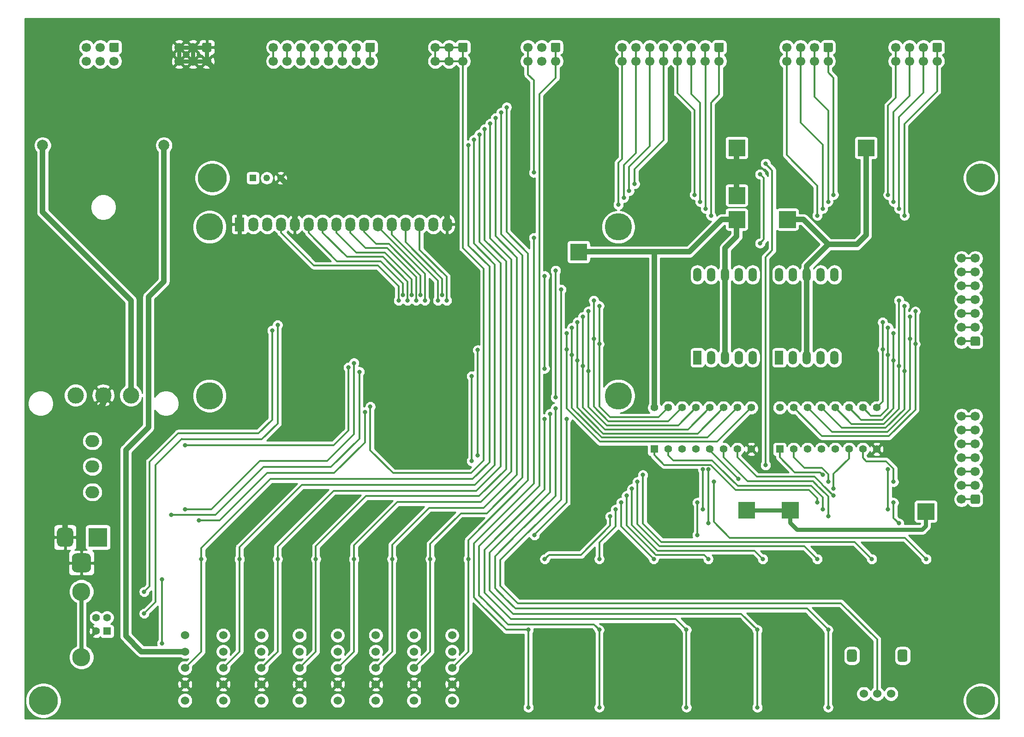
<source format=gbl>
G04 #@! TF.GenerationSoftware,KiCad,Pcbnew,(5.1.6)-1*
G04 #@! TF.CreationDate,2021-11-15T16:27:51+07:00*
G04 #@! TF.ProjectId,digitalSystemBoard,64696769-7461-46c5-9379-7374656d426f,rev?*
G04 #@! TF.SameCoordinates,Original*
G04 #@! TF.FileFunction,Copper,L2,Bot*
G04 #@! TF.FilePolarity,Positive*
%FSLAX46Y46*%
G04 Gerber Fmt 4.6, Leading zero omitted, Abs format (unit mm)*
G04 Created by KiCad (PCBNEW (5.1.6)-1) date 2021-11-15 16:27:51*
%MOMM*%
%LPD*%
G01*
G04 APERTURE LIST*
G04 #@! TA.AperFunction,EtchedComponent*
%ADD10C,0.100000*%
G04 #@! TD*
G04 #@! TA.AperFunction,ComponentPad*
%ADD11C,0.750000*%
G04 #@! TD*
G04 #@! TA.AperFunction,ComponentPad*
%ADD12R,1.800000X2.600000*%
G04 #@! TD*
G04 #@! TA.AperFunction,ComponentPad*
%ADD13O,1.800000X2.600000*%
G04 #@! TD*
G04 #@! TA.AperFunction,WasherPad*
%ADD14C,5.000000*%
G04 #@! TD*
G04 #@! TA.AperFunction,ComponentPad*
%ADD15C,3.000000*%
G04 #@! TD*
G04 #@! TA.AperFunction,ComponentPad*
%ADD16C,1.248000*%
G04 #@! TD*
G04 #@! TA.AperFunction,ComponentPad*
%ADD17R,1.248000X1.248000*%
G04 #@! TD*
G04 #@! TA.AperFunction,ComponentPad*
%ADD18C,2.000000*%
G04 #@! TD*
G04 #@! TA.AperFunction,ComponentPad*
%ADD19O,2.500000X2.250000*%
G04 #@! TD*
G04 #@! TA.AperFunction,ComponentPad*
%ADD20R,1.524000X2.524000*%
G04 #@! TD*
G04 #@! TA.AperFunction,ComponentPad*
%ADD21O,1.524000X2.524000*%
G04 #@! TD*
G04 #@! TA.AperFunction,ComponentPad*
%ADD22C,1.700000*%
G04 #@! TD*
G04 #@! TA.AperFunction,ComponentPad*
%ADD23C,1.397000*%
G04 #@! TD*
G04 #@! TA.AperFunction,ComponentPad*
%ADD24R,1.397000X1.397000*%
G04 #@! TD*
G04 #@! TA.AperFunction,WasherPad*
%ADD25C,1.524000*%
G04 #@! TD*
G04 #@! TA.AperFunction,ComponentPad*
%ADD26C,1.524000*%
G04 #@! TD*
G04 #@! TA.AperFunction,ComponentPad*
%ADD27R,3.500000X3.500000*%
G04 #@! TD*
G04 #@! TA.AperFunction,WasherPad*
%ADD28C,5.300000*%
G04 #@! TD*
G04 #@! TA.AperFunction,ComponentPad*
%ADD29R,1.408000X1.408000*%
G04 #@! TD*
G04 #@! TA.AperFunction,ComponentPad*
%ADD30C,1.408000*%
G04 #@! TD*
G04 #@! TA.AperFunction,ComponentPad*
%ADD31C,3.316000*%
G04 #@! TD*
G04 #@! TA.AperFunction,ViaPad*
%ADD32C,0.800000*%
G04 #@! TD*
G04 #@! TA.AperFunction,Conductor*
%ADD33C,0.750000*%
G04 #@! TD*
G04 #@! TA.AperFunction,Conductor*
%ADD34C,1.000000*%
G04 #@! TD*
G04 #@! TA.AperFunction,Conductor*
%ADD35C,0.500000*%
G04 #@! TD*
G04 #@! TA.AperFunction,Conductor*
%ADD36C,0.350000*%
G04 #@! TD*
G04 #@! TA.AperFunction,Conductor*
%ADD37C,0.254000*%
G04 #@! TD*
G04 APERTURE END LIST*
D10*
G36*
X184500000Y-122500000D02*
G01*
X181500000Y-122500000D01*
X181500000Y-119500000D01*
X184500000Y-119500000D01*
X184500000Y-122500000D01*
G37*
X184500000Y-122500000D02*
X181500000Y-122500000D01*
X181500000Y-119500000D01*
X184500000Y-119500000D01*
X184500000Y-122500000D01*
G36*
X192500000Y-122500000D02*
G01*
X189500000Y-122500000D01*
X189500000Y-119500000D01*
X192500000Y-119500000D01*
X192500000Y-122500000D01*
G37*
X192500000Y-122500000D02*
X189500000Y-122500000D01*
X189500000Y-119500000D01*
X192500000Y-119500000D01*
X192500000Y-122500000D01*
G36*
X217410000Y-122750000D02*
G01*
X214410000Y-122750000D01*
X214410000Y-119750000D01*
X217410000Y-119750000D01*
X217410000Y-122750000D01*
G37*
X217410000Y-122750000D02*
X214410000Y-122750000D01*
X214410000Y-119750000D01*
X217410000Y-119750000D01*
X217410000Y-122750000D01*
G36*
X182720000Y-55960000D02*
G01*
X179720000Y-55960000D01*
X179720000Y-52960000D01*
X182720000Y-52960000D01*
X182720000Y-55960000D01*
G37*
X182720000Y-55960000D02*
X179720000Y-55960000D01*
X179720000Y-52960000D01*
X182720000Y-52960000D01*
X182720000Y-55960000D01*
G36*
X182720000Y-64700000D02*
G01*
X179720000Y-64700000D01*
X179720000Y-61700000D01*
X182720000Y-61700000D01*
X182720000Y-64700000D01*
G37*
X182720000Y-64700000D02*
X179720000Y-64700000D01*
X179720000Y-61700000D01*
X182720000Y-61700000D01*
X182720000Y-64700000D01*
G36*
X192010000Y-69110000D02*
G01*
X189010000Y-69110000D01*
X189010000Y-66110000D01*
X192010000Y-66110000D01*
X192010000Y-69110000D01*
G37*
X192010000Y-69110000D02*
X189010000Y-69110000D01*
X189010000Y-66110000D01*
X192010000Y-66110000D01*
X192010000Y-69110000D01*
G36*
X206450000Y-55960000D02*
G01*
X203450000Y-55960000D01*
X203450000Y-52960000D01*
X206450000Y-52960000D01*
X206450000Y-55960000D01*
G37*
X206450000Y-55960000D02*
X203450000Y-55960000D01*
X203450000Y-52960000D01*
X206450000Y-52960000D01*
X206450000Y-55960000D01*
G36*
X182720000Y-69110000D02*
G01*
X179720000Y-69110000D01*
X179720000Y-66110000D01*
X182720000Y-66110000D01*
X182720000Y-69110000D01*
G37*
X182720000Y-69110000D02*
X179720000Y-69110000D01*
X179720000Y-66110000D01*
X182720000Y-66110000D01*
X182720000Y-69110000D01*
G36*
X153710000Y-75070000D02*
G01*
X150710000Y-75070000D01*
X150710000Y-72070000D01*
X153710000Y-72070000D01*
X153710000Y-75070000D01*
G37*
X153710000Y-75070000D02*
X150710000Y-75070000D01*
X150710000Y-72070000D01*
X153710000Y-72070000D01*
X153710000Y-75070000D01*
D11*
X184000000Y-122000000D03*
X182000000Y-122000000D03*
X182000000Y-120000000D03*
X184000000Y-120000000D03*
X183000000Y-121000000D03*
X191000000Y-121000000D03*
X192000000Y-120000000D03*
X190000000Y-120000000D03*
X190000000Y-122000000D03*
X192000000Y-122000000D03*
X216910000Y-122250000D03*
X214910000Y-122250000D03*
X214910000Y-120250000D03*
X216910000Y-120250000D03*
X215910000Y-121250000D03*
X181220000Y-54460000D03*
X182220000Y-53460000D03*
X180220000Y-53460000D03*
X180220000Y-55460000D03*
X182220000Y-55460000D03*
X182220000Y-64200000D03*
X180220000Y-64200000D03*
X180220000Y-62200000D03*
X182220000Y-62200000D03*
X181220000Y-63200000D03*
X190510000Y-67610000D03*
X191510000Y-66610000D03*
X189510000Y-66610000D03*
X189510000Y-68610000D03*
X191510000Y-68610000D03*
X205950000Y-55460000D03*
X203950000Y-55460000D03*
X203950000Y-53460000D03*
X205950000Y-53460000D03*
X204950000Y-54460000D03*
X182220000Y-68610000D03*
X180220000Y-68610000D03*
X180220000Y-66610000D03*
X182220000Y-66610000D03*
X181220000Y-67610000D03*
X153210000Y-74570000D03*
X151210000Y-74570000D03*
X151210000Y-72570000D03*
X153210000Y-72570000D03*
X152210000Y-73570000D03*
D12*
X90000000Y-68500000D03*
D13*
X92540000Y-68500000D03*
X95080000Y-68500000D03*
X97620000Y-68500000D03*
X100160000Y-68500000D03*
X102700000Y-68500000D03*
X105240000Y-68500000D03*
X107780000Y-68500000D03*
X110320000Y-68500000D03*
X112860000Y-68500000D03*
X115400000Y-68500000D03*
X117940000Y-68500000D03*
X120480000Y-68500000D03*
X123020000Y-68500000D03*
X125560000Y-68500000D03*
X128100000Y-68500000D03*
D14*
X84500000Y-69000000D03*
X84500000Y-100000000D03*
X159500000Y-100000000D03*
X159500000Y-69000000D03*
D15*
X70080000Y-99920000D03*
X59920000Y-99920000D03*
X65000000Y-99920000D03*
D16*
X97540000Y-60000000D03*
X95000000Y-60000000D03*
D17*
X92460000Y-60000000D03*
D18*
X76125000Y-54000000D03*
X53875000Y-54000000D03*
D19*
X63000000Y-117700000D03*
X63000000Y-108300000D03*
X63000000Y-113000000D03*
D20*
X174000000Y-93000000D03*
D21*
X176540000Y-93000000D03*
X179080000Y-93000000D03*
X181620000Y-93000000D03*
X184160000Y-93000000D03*
X184160000Y-77760000D03*
X181620000Y-77760000D03*
X179080000Y-77760000D03*
X176540000Y-77760000D03*
X174000000Y-77760000D03*
D22*
X142920000Y-38540000D03*
X145460000Y-38540000D03*
X148000000Y-38540000D03*
X142920000Y-36000000D03*
X145460000Y-36000000D03*
G04 #@! TA.AperFunction,ComponentPad*
G36*
G01*
X147400000Y-35150000D02*
X148600000Y-35150000D01*
G75*
G02*
X148850000Y-35400000I0J-250000D01*
G01*
X148850000Y-36600000D01*
G75*
G02*
X148600000Y-36850000I-250000J0D01*
G01*
X147400000Y-36850000D01*
G75*
G02*
X147150000Y-36600000I0J250000D01*
G01*
X147150000Y-35400000D01*
G75*
G02*
X147400000Y-35150000I250000J0D01*
G01*
G37*
G04 #@! TD.AperFunction*
D23*
X166110000Y-102190000D03*
X168650000Y-102190000D03*
X183890000Y-109810000D03*
X173730000Y-102190000D03*
X176270000Y-102190000D03*
X178810000Y-102190000D03*
X181350000Y-102190000D03*
X183890000Y-102190000D03*
X181350000Y-109810000D03*
X178810000Y-109810000D03*
X176270000Y-109810000D03*
X171190000Y-102190000D03*
X173730000Y-109810000D03*
X171190000Y-109810000D03*
X168650000Y-109810000D03*
D24*
X166110000Y-109810000D03*
D25*
X129000000Y-144000000D03*
X129000000Y-156000000D03*
D26*
X129000000Y-147000000D03*
X129000000Y-153000000D03*
X129000000Y-150000000D03*
D25*
X80000000Y-144000000D03*
X80000000Y-156000000D03*
D26*
X80000000Y-147000000D03*
X80000000Y-153000000D03*
X80000000Y-150000000D03*
D22*
X78920000Y-38540000D03*
X81460000Y-38540000D03*
X84000000Y-38540000D03*
X78920000Y-36000000D03*
X81460000Y-36000000D03*
G04 #@! TA.AperFunction,ComponentPad*
G36*
G01*
X83400000Y-35150000D02*
X84600000Y-35150000D01*
G75*
G02*
X84850000Y-35400000I0J-250000D01*
G01*
X84850000Y-36600000D01*
G75*
G02*
X84600000Y-36850000I-250000J0D01*
G01*
X83400000Y-36850000D01*
G75*
G02*
X83150000Y-36600000I0J250000D01*
G01*
X83150000Y-35400000D01*
G75*
G02*
X83400000Y-35150000I250000J0D01*
G01*
G37*
G04 #@! TD.AperFunction*
X61920000Y-38540000D03*
X64460000Y-38540000D03*
X67000000Y-38540000D03*
X61920000Y-36000000D03*
X64460000Y-36000000D03*
G04 #@! TA.AperFunction,ComponentPad*
G36*
G01*
X66400000Y-35150000D02*
X67600000Y-35150000D01*
G75*
G02*
X67850000Y-35400000I0J-250000D01*
G01*
X67850000Y-36600000D01*
G75*
G02*
X67600000Y-36850000I-250000J0D01*
G01*
X66400000Y-36850000D01*
G75*
G02*
X66150000Y-36600000I0J250000D01*
G01*
X66150000Y-35400000D01*
G75*
G02*
X66400000Y-35150000I250000J0D01*
G01*
G37*
G04 #@! TD.AperFunction*
X125920000Y-38540000D03*
X128460000Y-38540000D03*
X131000000Y-38540000D03*
X125920000Y-36000000D03*
X128460000Y-36000000D03*
G04 #@! TA.AperFunction,ComponentPad*
G36*
G01*
X130400000Y-35150000D02*
X131600000Y-35150000D01*
G75*
G02*
X131850000Y-35400000I0J-250000D01*
G01*
X131850000Y-36600000D01*
G75*
G02*
X131600000Y-36850000I-250000J0D01*
G01*
X130400000Y-36850000D01*
G75*
G02*
X130150000Y-36600000I0J250000D01*
G01*
X130150000Y-35400000D01*
G75*
G02*
X130400000Y-35150000I250000J0D01*
G01*
G37*
G04 #@! TD.AperFunction*
X96220000Y-38540000D03*
X98760000Y-38540000D03*
X101300000Y-38540000D03*
X103840000Y-38540000D03*
X106380000Y-38540000D03*
X108920000Y-38540000D03*
X111460000Y-38540000D03*
X114000000Y-38540000D03*
X96220000Y-36000000D03*
X98760000Y-36000000D03*
X101300000Y-36000000D03*
X103840000Y-36000000D03*
X106380000Y-36000000D03*
X108920000Y-36000000D03*
X111460000Y-36000000D03*
G04 #@! TA.AperFunction,ComponentPad*
G36*
G01*
X113400000Y-35150000D02*
X114600000Y-35150000D01*
G75*
G02*
X114850000Y-35400000I0J-250000D01*
G01*
X114850000Y-36600000D01*
G75*
G02*
X114600000Y-36850000I-250000J0D01*
G01*
X113400000Y-36850000D01*
G75*
G02*
X113150000Y-36600000I0J250000D01*
G01*
X113150000Y-35400000D01*
G75*
G02*
X113400000Y-35150000I250000J0D01*
G01*
G37*
G04 #@! TD.AperFunction*
X222460000Y-103760000D03*
X222460000Y-106300000D03*
X222460000Y-108840000D03*
X222460000Y-111380000D03*
X222460000Y-113920000D03*
X222460000Y-116460000D03*
X222460000Y-119000000D03*
X225000000Y-103760000D03*
X225000000Y-106300000D03*
X225000000Y-108840000D03*
X225000000Y-111380000D03*
X225000000Y-113920000D03*
X225000000Y-116460000D03*
G04 #@! TA.AperFunction,ComponentPad*
G36*
G01*
X225850000Y-118400000D02*
X225850000Y-119600000D01*
G75*
G02*
X225600000Y-119850000I-250000J0D01*
G01*
X224400000Y-119850000D01*
G75*
G02*
X224150000Y-119600000I0J250000D01*
G01*
X224150000Y-118400000D01*
G75*
G02*
X224400000Y-118150000I250000J0D01*
G01*
X225600000Y-118150000D01*
G75*
G02*
X225850000Y-118400000I0J-250000D01*
G01*
G37*
G04 #@! TD.AperFunction*
X222460000Y-74760000D03*
X222460000Y-77300000D03*
X222460000Y-79840000D03*
X222460000Y-82380000D03*
X222460000Y-84920000D03*
X222460000Y-87460000D03*
X222460000Y-90000000D03*
X225000000Y-74760000D03*
X225000000Y-77300000D03*
X225000000Y-79840000D03*
X225000000Y-82380000D03*
X225000000Y-84920000D03*
X225000000Y-87460000D03*
G04 #@! TA.AperFunction,ComponentPad*
G36*
G01*
X225850000Y-89400000D02*
X225850000Y-90600000D01*
G75*
G02*
X225600000Y-90850000I-250000J0D01*
G01*
X224400000Y-90850000D01*
G75*
G02*
X224150000Y-90600000I0J250000D01*
G01*
X224150000Y-89400000D01*
G75*
G02*
X224400000Y-89150000I250000J0D01*
G01*
X225600000Y-89150000D01*
G75*
G02*
X225850000Y-89400000I0J-250000D01*
G01*
G37*
G04 #@! TD.AperFunction*
X160220000Y-38540000D03*
X162760000Y-38540000D03*
X165300000Y-38540000D03*
X167840000Y-38540000D03*
X170380000Y-38540000D03*
X172920000Y-38540000D03*
X175460000Y-38540000D03*
X178000000Y-38540000D03*
X160220000Y-36000000D03*
X162760000Y-36000000D03*
X165300000Y-36000000D03*
X167840000Y-36000000D03*
X170380000Y-36000000D03*
X172920000Y-36000000D03*
X175460000Y-36000000D03*
G04 #@! TA.AperFunction,ComponentPad*
G36*
G01*
X177400000Y-35150000D02*
X178600000Y-35150000D01*
G75*
G02*
X178850000Y-35400000I0J-250000D01*
G01*
X178850000Y-36600000D01*
G75*
G02*
X178600000Y-36850000I-250000J0D01*
G01*
X177400000Y-36850000D01*
G75*
G02*
X177150000Y-36600000I0J250000D01*
G01*
X177150000Y-35400000D01*
G75*
G02*
X177400000Y-35150000I250000J0D01*
G01*
G37*
G04 #@! TD.AperFunction*
X190380000Y-38540000D03*
X192920000Y-38540000D03*
X195460000Y-38540000D03*
X198000000Y-38540000D03*
X190380000Y-36000000D03*
X192920000Y-36000000D03*
X195460000Y-36000000D03*
G04 #@! TA.AperFunction,ComponentPad*
G36*
G01*
X197400000Y-35150000D02*
X198600000Y-35150000D01*
G75*
G02*
X198850000Y-35400000I0J-250000D01*
G01*
X198850000Y-36600000D01*
G75*
G02*
X198600000Y-36850000I-250000J0D01*
G01*
X197400000Y-36850000D01*
G75*
G02*
X197150000Y-36600000I0J250000D01*
G01*
X197150000Y-35400000D01*
G75*
G02*
X197400000Y-35150000I250000J0D01*
G01*
G37*
G04 #@! TD.AperFunction*
X210380000Y-38540000D03*
X212920000Y-38540000D03*
X215460000Y-38540000D03*
X218000000Y-38540000D03*
X210380000Y-36000000D03*
X212920000Y-36000000D03*
X215460000Y-36000000D03*
G04 #@! TA.AperFunction,ComponentPad*
G36*
G01*
X217400000Y-35150000D02*
X218600000Y-35150000D01*
G75*
G02*
X218850000Y-35400000I0J-250000D01*
G01*
X218850000Y-36600000D01*
G75*
G02*
X218600000Y-36850000I-250000J0D01*
G01*
X217400000Y-36850000D01*
G75*
G02*
X217150000Y-36600000I0J250000D01*
G01*
X217150000Y-35400000D01*
G75*
G02*
X217400000Y-35150000I250000J0D01*
G01*
G37*
G04 #@! TD.AperFunction*
G04 #@! TA.AperFunction,ComponentPad*
G36*
G01*
X59250000Y-131575000D02*
X59250000Y-129825000D01*
G75*
G02*
X60125000Y-128950000I875000J0D01*
G01*
X61875000Y-128950000D01*
G75*
G02*
X62750000Y-129825000I0J-875000D01*
G01*
X62750000Y-131575000D01*
G75*
G02*
X61875000Y-132450000I-875000J0D01*
G01*
X60125000Y-132450000D01*
G75*
G02*
X59250000Y-131575000I0J875000D01*
G01*
G37*
G04 #@! TD.AperFunction*
G04 #@! TA.AperFunction,ComponentPad*
G36*
G01*
X56500000Y-127000000D02*
X56500000Y-125000000D01*
G75*
G02*
X57250000Y-124250000I750000J0D01*
G01*
X58750000Y-124250000D01*
G75*
G02*
X59500000Y-125000000I0J-750000D01*
G01*
X59500000Y-127000000D01*
G75*
G02*
X58750000Y-127750000I-750000J0D01*
G01*
X57250000Y-127750000D01*
G75*
G02*
X56500000Y-127000000I0J750000D01*
G01*
G37*
G04 #@! TD.AperFunction*
D27*
X64000000Y-126000000D03*
D25*
X87000000Y-144000000D03*
X87000000Y-156000000D03*
D26*
X87000000Y-147000000D03*
X87000000Y-153000000D03*
X87000000Y-150000000D03*
D25*
X94000000Y-144000000D03*
X94000000Y-156000000D03*
D26*
X94000000Y-147000000D03*
X94000000Y-153000000D03*
X94000000Y-150000000D03*
D25*
X101000000Y-144000000D03*
X101000000Y-156000000D03*
D26*
X101000000Y-147000000D03*
X101000000Y-153000000D03*
X101000000Y-150000000D03*
D25*
X108000000Y-144000000D03*
X108000000Y-156000000D03*
D26*
X108000000Y-147000000D03*
X108000000Y-153000000D03*
X108000000Y-150000000D03*
D25*
X115000000Y-144000000D03*
X115000000Y-156000000D03*
D26*
X115000000Y-147000000D03*
X115000000Y-153000000D03*
X115000000Y-150000000D03*
D25*
X122000000Y-144000000D03*
X122000000Y-156000000D03*
D26*
X122000000Y-147000000D03*
X122000000Y-153000000D03*
X122000000Y-150000000D03*
G04 #@! TA.AperFunction,WasherPad*
G36*
G01*
X212550000Y-147040000D02*
X212550000Y-148440000D01*
G75*
G02*
X212100000Y-148890000I-450000J0D01*
G01*
X211200000Y-148890000D01*
G75*
G02*
X210750000Y-148440000I0J450000D01*
G01*
X210750000Y-147040000D01*
G75*
G02*
X211200000Y-146590000I450000J0D01*
G01*
X212100000Y-146590000D01*
G75*
G02*
X212550000Y-147040000I0J-450000D01*
G01*
G37*
G04 #@! TD.AperFunction*
G04 #@! TA.AperFunction,WasherPad*
G36*
G01*
X203250000Y-147040000D02*
X203250000Y-148440000D01*
G75*
G02*
X202800000Y-148890000I-450000J0D01*
G01*
X201900000Y-148890000D01*
G75*
G02*
X201450000Y-148440000I0J450000D01*
G01*
X201450000Y-147040000D01*
G75*
G02*
X201900000Y-146590000I450000J0D01*
G01*
X202800000Y-146590000D01*
G75*
G02*
X203250000Y-147040000I0J-450000D01*
G01*
G37*
G04 #@! TD.AperFunction*
X207000000Y-154740000D03*
X204540000Y-154740000D03*
X209540000Y-154740000D03*
D28*
X226000000Y-60000000D03*
X85000000Y-60000000D03*
X226000000Y-156000000D03*
X54000000Y-156000000D03*
D23*
X189110000Y-102190000D03*
X191650000Y-102190000D03*
X206890000Y-109810000D03*
X196730000Y-102190000D03*
X199270000Y-102190000D03*
X201810000Y-102190000D03*
X204350000Y-102190000D03*
X206890000Y-102190000D03*
X204350000Y-109810000D03*
X201810000Y-109810000D03*
X199270000Y-109810000D03*
X194190000Y-102190000D03*
X196730000Y-109810000D03*
X194190000Y-109810000D03*
X191650000Y-109810000D03*
D24*
X189110000Y-109810000D03*
D20*
X189000000Y-93000000D03*
D21*
X191540000Y-93000000D03*
X194080000Y-93000000D03*
X196620000Y-93000000D03*
X199160000Y-93000000D03*
X199160000Y-77760000D03*
X196620000Y-77760000D03*
X194080000Y-77760000D03*
X191540000Y-77760000D03*
X189000000Y-77760000D03*
D29*
X65700000Y-143250000D03*
D30*
X65700000Y-140750000D03*
X63700000Y-140750000D03*
X63700000Y-143250000D03*
D31*
X61000000Y-135980000D03*
X61000000Y-148020000D03*
D32*
X110500000Y-79000000D03*
X111500000Y-79000000D03*
X110500000Y-82000000D03*
X111500000Y-82000000D03*
X114000000Y-102000000D03*
X156000000Y-157250000D03*
X156000000Y-143000000D03*
X172000000Y-157250000D03*
X146000000Y-104300000D03*
X172000000Y-143000000D03*
X185000000Y-157250000D03*
X147000000Y-103300000D03*
X185000000Y-143000000D03*
X198000000Y-157250000D03*
X148000000Y-102300000D03*
X198000000Y-143000000D03*
X113000000Y-103000000D03*
X82540000Y-122900000D03*
X75787500Y-133750000D03*
X75787500Y-145475000D03*
X181500000Y-115300000D03*
X128000000Y-82500000D03*
X127200000Y-81500000D03*
X126400000Y-82500000D03*
X124000000Y-82500000D03*
X123200000Y-81500000D03*
X122400000Y-82500000D03*
X121600000Y-81500000D03*
X120800000Y-82500000D03*
X120000000Y-81500000D03*
X119200000Y-82500000D03*
X212000000Y-66905000D03*
X211000000Y-65635000D03*
X210000000Y-64365000D03*
X209000000Y-63095000D03*
X213000000Y-85500000D03*
X213000000Y-89500000D03*
X214000000Y-84500000D03*
X214000000Y-90500000D03*
X208000000Y-86500000D03*
X208000000Y-91500000D03*
X209000000Y-87500000D03*
X209000000Y-92500000D03*
X210000000Y-88500000D03*
X210000000Y-93500000D03*
X211000000Y-82500000D03*
X211000000Y-94500000D03*
X212000000Y-83500000D03*
X212000000Y-95500000D03*
X199000000Y-63095000D03*
X198000000Y-64365000D03*
X197000000Y-65635000D03*
X196000000Y-66905000D03*
X155000000Y-82500000D03*
X155000000Y-89500000D03*
X156000000Y-83500000D03*
X156000000Y-90500000D03*
X150000000Y-88500000D03*
X150000000Y-91500000D03*
X151000000Y-87500000D03*
X151000000Y-92500000D03*
X152000000Y-86500000D03*
X152000000Y-93500000D03*
X153000000Y-85500000D03*
X153000000Y-94500000D03*
X154000000Y-84500000D03*
X154000000Y-95500000D03*
X159500000Y-64905000D03*
X160500000Y-63635000D03*
X176500000Y-66905000D03*
X175500000Y-65635000D03*
X174500000Y-64365000D03*
X162500000Y-61095000D03*
X161500000Y-62365000D03*
X173500000Y-63095000D03*
X132000000Y-54000000D03*
X83000000Y-130000000D03*
X133000000Y-53000000D03*
X90000000Y-130000000D03*
X139000000Y-47000000D03*
X132000000Y-130000000D03*
X138000000Y-48000000D03*
X125000000Y-130000000D03*
X137000000Y-49000000D03*
X118000000Y-130000000D03*
X135000000Y-51000000D03*
X104000000Y-130000000D03*
X134000000Y-52000000D03*
X97000000Y-130000000D03*
X136000000Y-50000000D03*
X111000000Y-130000000D03*
X144000000Y-59000000D03*
X177000000Y-115825000D03*
X216000000Y-130000000D03*
X206000000Y-130000000D03*
X164000000Y-114555000D03*
X196000000Y-130000000D03*
X163000000Y-115825000D03*
X176000000Y-130000000D03*
X161000000Y-118365000D03*
X162000000Y-117095000D03*
X186000000Y-130000000D03*
X160000000Y-119635000D03*
X166000000Y-130000000D03*
X159000000Y-120905000D03*
X156000000Y-130000000D03*
X146000000Y-130000000D03*
X158000000Y-122175000D03*
X96000000Y-88000000D03*
X72500000Y-136000000D03*
X97000000Y-87000000D03*
X72500000Y-140000000D03*
X210000000Y-115825000D03*
X198000000Y-115825000D03*
X199000000Y-117095000D03*
X197000000Y-114555000D03*
X199000000Y-118365000D03*
X198000000Y-122175000D03*
X197000000Y-120905000D03*
X196000000Y-119635000D03*
X149000000Y-80500000D03*
X146000000Y-78000000D03*
X185500000Y-71990000D03*
X146000000Y-95000000D03*
X185500000Y-59316080D03*
X148000000Y-77000000D03*
X148000000Y-100300000D03*
X133700000Y-91600000D03*
X209000000Y-120905000D03*
X209000000Y-113540000D03*
X175000000Y-120905000D03*
X175000000Y-113540000D03*
X186500000Y-57360000D03*
X186500000Y-112740000D03*
X133700000Y-111000000D03*
X112000000Y-95600000D03*
X77460000Y-121900000D03*
X110000000Y-94800000D03*
X80000000Y-109100000D03*
X111000000Y-94000000D03*
X80000000Y-120900000D03*
X211000000Y-123445000D03*
X174000000Y-125595000D03*
X150000000Y-104300000D03*
X210000000Y-119635000D03*
X174000000Y-119635000D03*
X144125000Y-125595000D03*
X132600000Y-96400000D03*
X132600000Y-112000000D03*
X143000000Y-157250000D03*
X143000000Y-143000000D03*
X144000000Y-71000000D03*
X176000000Y-113540000D03*
X176000000Y-123445000D03*
D33*
X78920000Y-36000000D02*
X81460000Y-36000000D01*
X84000000Y-36000000D02*
X81460000Y-36000000D01*
X78920000Y-36000000D02*
X78920000Y-38540000D01*
X78920000Y-38540000D02*
X81460000Y-38540000D01*
X81460000Y-36000000D02*
X81460000Y-38540000D01*
X84000000Y-36000000D02*
X84000000Y-38540000D01*
X81460000Y-38540000D02*
X84000000Y-38540000D01*
D34*
X90000000Y-44540000D02*
X84000000Y-38540000D01*
X181220000Y-54460000D02*
X181220000Y-63200000D01*
X181220000Y-54460000D02*
X180220000Y-53460000D01*
X181220000Y-54460000D02*
X182220000Y-53460000D01*
X181220000Y-54460000D02*
X182220000Y-55460000D01*
X181220000Y-54460000D02*
X180220000Y-55460000D01*
X181220000Y-63200000D02*
X180220000Y-62200000D01*
X181220000Y-63200000D02*
X182240000Y-62180000D01*
X181220000Y-63200000D02*
X182220000Y-64200000D01*
X181220000Y-63200000D02*
X180220000Y-64200000D01*
X90000000Y-65800000D02*
X90000000Y-68500000D01*
X100160000Y-66950000D02*
X99010000Y-65800000D01*
X100160000Y-68500000D02*
X100160000Y-66950000D01*
D33*
X90000000Y-68500000D02*
X90000000Y-72550000D01*
D34*
X126950000Y-65800000D02*
X128100000Y-66950000D01*
X128100000Y-66950000D02*
X128100000Y-68500000D01*
X126950000Y-65800000D02*
X101310000Y-65800000D01*
X100160000Y-66950000D02*
X101310000Y-65800000D01*
X90000000Y-65800000D02*
X90000000Y-44540000D01*
X90000000Y-65800000D02*
X99010000Y-65800000D01*
X99010000Y-61470000D02*
X97540000Y-60000000D01*
X99010000Y-65800000D02*
X99010000Y-61470000D01*
D33*
X90000000Y-72550000D02*
X89970000Y-72550000D01*
D34*
X65000000Y-101470000D02*
X65000000Y-99920000D01*
X58000000Y-108470000D02*
X65000000Y-101470000D01*
X58000000Y-126000000D02*
X58000000Y-108470000D01*
D35*
X110500000Y-79000000D02*
X111500000Y-79000000D01*
X110500000Y-82000000D02*
X111500000Y-82000000D01*
X110500000Y-79000000D02*
X110500000Y-82000000D01*
X111500000Y-79000000D02*
X111500000Y-82000000D01*
D33*
X93700000Y-79000000D02*
X110500000Y-79000000D01*
X90000000Y-72550000D02*
X90000000Y-75300000D01*
X90000000Y-75300000D02*
X93700000Y-79000000D01*
D36*
X131000000Y-36000000D02*
X131000000Y-38540000D01*
X128460000Y-36000000D02*
X128460000Y-38540000D01*
X125920000Y-36000000D02*
X125920000Y-38540000D01*
X125920000Y-36000000D02*
X128460000Y-36000000D01*
X131000000Y-36000000D02*
X128460000Y-36000000D01*
X125920000Y-38540000D02*
X128460000Y-38540000D01*
X131000000Y-38540000D02*
X128460000Y-38540000D01*
X130990000Y-38550000D02*
X131000000Y-38540000D01*
X130990000Y-72870000D02*
X130990000Y-38550000D01*
X134800000Y-76680000D02*
X130990000Y-72870000D01*
X134800000Y-111900000D02*
X134800000Y-76680000D01*
X114000000Y-102000000D02*
X114000000Y-110000000D01*
X114000000Y-110000000D02*
X118200000Y-114200000D01*
X118200000Y-114200000D02*
X132500000Y-114200000D01*
X132500000Y-114200000D02*
X134800000Y-111900000D01*
X156000000Y-143000000D02*
X155024999Y-142024999D01*
X133950002Y-130442798D02*
X133950002Y-130332798D01*
X155024999Y-142024999D02*
X145647801Y-142024999D01*
X133950002Y-136659362D02*
X133950002Y-133492798D01*
X139315639Y-142024999D02*
X134706720Y-137416080D01*
X133950002Y-133492798D02*
X133950002Y-130442798D01*
X134706720Y-137416080D02*
X133950002Y-136659362D01*
X145647801Y-142024999D02*
X139315639Y-142024999D01*
X133950002Y-129592798D02*
X133950002Y-129592798D01*
X148000000Y-36000000D02*
X148000000Y-38540000D01*
X145024999Y-44605001D02*
X148000000Y-41630000D01*
X145024999Y-116575001D02*
X145024999Y-44605001D01*
X148000000Y-41630000D02*
X148000000Y-38540000D01*
X133950002Y-130442798D02*
X133950002Y-127649998D01*
X133950002Y-127649998D02*
X145024999Y-116575001D01*
X156000000Y-157250000D02*
X156000000Y-143000000D01*
X134925003Y-129624363D02*
X134925003Y-129624363D01*
X146000000Y-117200000D02*
X134925003Y-128274997D01*
X134925003Y-136191361D02*
X139783640Y-141049998D01*
X170049998Y-141049998D02*
X172000000Y-143000000D01*
X146000000Y-104300000D02*
X146000000Y-117200000D01*
X134925003Y-128274997D02*
X134925003Y-136191361D01*
X139783640Y-141049998D02*
X170049998Y-141049998D01*
X172000000Y-157250000D02*
X172000000Y-143000000D01*
X135900004Y-131685798D02*
X135900004Y-131685798D01*
X135900004Y-129642796D02*
X135900004Y-129642796D01*
X135900004Y-129642796D02*
X135900004Y-129642796D01*
X135900004Y-129642796D02*
X135900004Y-129642796D01*
X158737803Y-140074997D02*
X158737803Y-140074997D01*
X182074997Y-140074997D02*
X185000000Y-143000000D01*
X147000000Y-117750000D02*
X135900004Y-128849996D01*
X140195637Y-140074997D02*
X182074997Y-140074997D01*
X147000000Y-103300000D02*
X147000000Y-117750000D01*
X135900004Y-128849996D02*
X135900004Y-135779364D01*
X135900004Y-135779364D02*
X140195637Y-140074997D01*
X185000000Y-157250000D02*
X185000000Y-143000000D01*
X194099996Y-139099996D02*
X187242804Y-139099996D01*
X198000000Y-143000000D02*
X194099996Y-139099996D01*
X172762804Y-139099996D02*
X160922804Y-139099996D01*
X142312804Y-139099996D02*
X140610636Y-139099996D01*
X136875005Y-135364365D02*
X136875005Y-132217795D01*
X140610636Y-139099996D02*
X138701720Y-137191080D01*
X136875005Y-130110797D02*
X136875005Y-129667795D01*
X136875005Y-129667795D02*
X136875005Y-129626080D01*
X187242804Y-139099996D02*
X172762804Y-139099996D01*
X160922804Y-139099996D02*
X145122804Y-139099996D01*
X145122804Y-139099996D02*
X142312804Y-139099996D01*
X138701720Y-137191080D02*
X136875005Y-135364365D01*
X136875005Y-132217795D02*
X136875005Y-130110797D01*
X136875005Y-129497701D02*
X136875005Y-129667795D01*
X148000000Y-102300000D02*
X148000000Y-118372706D01*
X148000000Y-118372706D02*
X140916353Y-125456353D01*
X198000000Y-143000000D02*
X198000000Y-157250000D01*
X140916353Y-125456353D02*
X136875005Y-129497701D01*
X75787500Y-145475000D02*
X75787500Y-133750000D01*
X86400000Y-122900000D02*
X82540000Y-122900000D01*
X95100000Y-114200000D02*
X86400000Y-122900000D01*
X107400000Y-114200000D02*
X95100000Y-114200000D01*
X113000000Y-103000000D02*
X113000000Y-108600000D01*
X113000000Y-108600000D02*
X107400000Y-114200000D01*
D34*
X151210000Y-74570000D02*
X152210000Y-73570000D01*
X153210000Y-72570000D02*
X152210000Y-73570000D01*
X151210000Y-72570000D02*
X152210000Y-73570000D01*
X153210000Y-74570000D02*
X152210000Y-73570000D01*
X166110000Y-73580000D02*
X166100000Y-73570000D01*
X166110000Y-102190000D02*
X166110000Y-73580000D01*
X152210000Y-73570000D02*
X166100000Y-73570000D01*
X166100000Y-73570000D02*
X172540000Y-73570000D01*
X178500000Y-67610000D02*
X181220000Y-67610000D01*
X172540000Y-73570000D02*
X178500000Y-67610000D01*
X203270000Y-72210000D02*
X204950000Y-70530000D01*
X198040000Y-72210000D02*
X203270000Y-72210000D01*
X190510000Y-67610000D02*
X193440000Y-67610000D01*
X193440000Y-67610000D02*
X198040000Y-72210000D01*
X190510000Y-67610000D02*
X191510000Y-66610000D01*
D33*
X190510000Y-67610000D02*
X189510000Y-66610000D01*
X190510000Y-67610000D02*
X189510000Y-68610000D01*
X190510000Y-67610000D02*
X191510000Y-68610000D01*
X215910000Y-121250000D02*
X215910000Y-123930000D01*
X215910000Y-123930000D02*
X215230000Y-124610000D01*
D34*
X181220000Y-67610000D02*
X181220000Y-70730000D01*
X179080000Y-72870000D02*
X179080000Y-77760000D01*
X181220000Y-70730000D02*
X179080000Y-72870000D01*
X179080000Y-77760000D02*
X179080000Y-93000000D01*
X194080000Y-77760000D02*
X194080000Y-93000000D01*
X194080000Y-76170000D02*
X198040000Y-72210000D01*
X194080000Y-77760000D02*
X194080000Y-76170000D01*
X205950000Y-55460000D02*
X204950000Y-54460000D01*
X205950000Y-53460000D02*
X204950000Y-54460000D01*
X203950000Y-53460000D02*
X204950000Y-54460000D01*
X203950000Y-55460000D02*
X204950000Y-54460000D01*
X204950000Y-54460000D02*
X204950000Y-70530000D01*
D36*
X176270000Y-109810000D02*
X176270000Y-110070000D01*
X176270000Y-110070000D02*
X181500000Y-115300000D01*
D33*
X215230000Y-124610000D02*
X192270000Y-124610000D01*
X191000000Y-123340000D02*
X191000000Y-121000000D01*
X192270000Y-124610000D02*
X191000000Y-123340000D01*
X191000000Y-121000000D02*
X187040000Y-121000000D01*
X187040000Y-121000000D02*
X183000000Y-121000000D01*
D34*
X69140000Y-109940000D02*
X73310000Y-105770000D01*
X73310000Y-81820000D02*
X76125000Y-79005000D01*
X69140000Y-144140000D02*
X69140000Y-109940000D01*
X80000000Y-147000000D02*
X72000000Y-147000000D01*
X73310000Y-105770000D02*
X73310000Y-81820000D01*
X72000000Y-147000000D02*
X69140000Y-144140000D01*
X76125000Y-79005000D02*
X76125000Y-54000000D01*
D36*
X128000000Y-78150000D02*
X128000000Y-82500000D01*
X123020000Y-68500000D02*
X123020000Y-73170000D01*
X123020000Y-73170000D02*
X128000000Y-78150000D01*
X127200000Y-78500000D02*
X127200000Y-81500000D01*
X120480000Y-68500000D02*
X120480000Y-71780000D01*
X120480000Y-71780000D02*
X127200000Y-78500000D01*
X126400000Y-78861085D02*
X126400000Y-82500000D01*
X117940000Y-68500000D02*
X117940000Y-70401085D01*
X117940000Y-70401085D02*
X126400000Y-78861085D01*
X124000000Y-77600000D02*
X124000000Y-82500000D01*
X115400000Y-68500000D02*
X115400000Y-69000000D01*
X115400000Y-69000000D02*
X124000000Y-77600000D01*
X123200000Y-77900000D02*
X123200000Y-81500000D01*
X117400000Y-72100000D02*
X123200000Y-77900000D01*
X112860000Y-68500000D02*
X112860000Y-69860000D01*
X115100000Y-72100000D02*
X117400000Y-72100000D01*
X112860000Y-69860000D02*
X115100000Y-72100000D01*
X113150000Y-72900000D02*
X117100000Y-72900000D01*
X122400000Y-78200000D02*
X122400000Y-82500000D01*
X110320000Y-68500000D02*
X110320000Y-70070000D01*
X117100000Y-72900000D02*
X122400000Y-78200000D01*
X110320000Y-70070000D02*
X113150000Y-72900000D01*
X121600000Y-78600000D02*
X121600000Y-81500000D01*
X116700000Y-73700000D02*
X121600000Y-78600000D01*
X111400000Y-73700000D02*
X116700000Y-73700000D01*
X107780000Y-68500000D02*
X107780000Y-70080000D01*
X107780000Y-70080000D02*
X111400000Y-73700000D01*
X116300000Y-74500000D02*
X120800000Y-79000000D01*
X120800000Y-79000000D02*
X120800000Y-82500000D01*
X109700000Y-74500000D02*
X116300000Y-74500000D01*
X105240000Y-68500000D02*
X105240000Y-70040000D01*
X105240000Y-70040000D02*
X109700000Y-74500000D01*
X115900000Y-75300000D02*
X120000000Y-79400000D01*
X107900000Y-75300000D02*
X115900000Y-75300000D01*
X102700000Y-68500000D02*
X102700000Y-70100000D01*
X120000000Y-79400000D02*
X120000000Y-81500000D01*
X102700000Y-70100000D02*
X107900000Y-75300000D01*
X119200000Y-79900000D02*
X119200000Y-82500000D01*
X115400000Y-76100000D02*
X119200000Y-79900000D01*
X103640000Y-76100000D02*
X115400000Y-76100000D01*
X97620000Y-68500000D02*
X97620000Y-70080000D01*
X97620000Y-70080000D02*
X103640000Y-76100000D01*
X218000000Y-36000000D02*
X218000000Y-38540000D01*
X218000000Y-44060000D02*
X218000000Y-38540000D01*
X212000000Y-66905000D02*
X212000000Y-50060000D01*
X212000000Y-50060000D02*
X218000000Y-44060000D01*
X215460000Y-36000000D02*
X215460000Y-38540000D01*
X215460000Y-44350000D02*
X215460000Y-38540000D01*
X211000000Y-65635000D02*
X211000000Y-48810000D01*
X211000000Y-48810000D02*
X215460000Y-44350000D01*
X212920000Y-36000000D02*
X212920000Y-38540000D01*
X210000000Y-64365000D02*
X210000000Y-47860000D01*
X212920000Y-44940000D02*
X212920000Y-38540000D01*
X210000000Y-47860000D02*
X212920000Y-44940000D01*
X210380000Y-36000000D02*
X210380000Y-38540000D01*
X209000000Y-63095000D02*
X209000000Y-46680000D01*
X210380000Y-45300000D02*
X210380000Y-38540000D01*
X209000000Y-46680000D02*
X210380000Y-45300000D01*
X213000000Y-85500000D02*
X213000000Y-89482800D01*
X222460000Y-74760000D02*
X225000000Y-74760000D01*
X213000000Y-91482800D02*
X213000000Y-92310000D01*
X213000000Y-89500000D02*
X213000000Y-92310000D01*
X208845085Y-106680000D02*
X198680000Y-106680000D01*
X213000000Y-92310000D02*
X213000000Y-102525085D01*
X198680000Y-106680000D02*
X194190000Y-102190000D01*
X213000000Y-102525085D02*
X208845085Y-106680000D01*
X222460000Y-77300000D02*
X225000000Y-77300000D01*
X214000000Y-90500000D02*
X214000000Y-92460000D01*
X214000000Y-91562800D02*
X214000000Y-92460000D01*
X214000000Y-90500000D02*
X214000000Y-88670000D01*
X214000000Y-84500000D02*
X214000000Y-88670000D01*
X214000000Y-88670000D02*
X214000000Y-89562800D01*
X196890000Y-107430000D02*
X191650000Y-102190000D01*
X209155758Y-107430000D02*
X196890000Y-107430000D01*
X214000000Y-92460000D02*
X214000000Y-102585758D01*
X214000000Y-102585758D02*
X209155758Y-107430000D01*
X208000000Y-101080000D02*
X206890000Y-102190000D01*
X208000000Y-91582800D02*
X208000000Y-101080000D01*
X222460000Y-79840000D02*
X225000000Y-79840000D01*
X208000000Y-91500000D02*
X208000000Y-89190000D01*
X208000000Y-86500000D02*
X208000000Y-89190000D01*
X208000000Y-89190000D02*
X208000000Y-89582800D01*
X222460000Y-82380000D02*
X225000000Y-82380000D01*
X209000000Y-87500000D02*
X209000000Y-89220000D01*
X209000000Y-92500000D02*
X209000000Y-89220000D01*
X209000000Y-89220000D02*
X209000000Y-89592800D01*
X205800000Y-103640000D02*
X204350000Y-102190000D01*
X207642391Y-103640000D02*
X205800000Y-103640000D01*
X209000000Y-91592800D02*
X209000000Y-102282391D01*
X209000000Y-102282391D02*
X207642391Y-103640000D01*
X222460000Y-84920000D02*
X225000000Y-84920000D01*
X210000000Y-93500000D02*
X210000000Y-89270000D01*
X210000000Y-88500000D02*
X210000000Y-89270000D01*
X210000000Y-89270000D02*
X210000000Y-89562800D01*
X204030000Y-104410000D02*
X201810000Y-102190000D01*
X207933066Y-104410000D02*
X204030000Y-104410000D01*
X210000000Y-91562800D02*
X210000000Y-102343066D01*
X210000000Y-102343066D02*
X207933066Y-104410000D01*
X222460000Y-87460000D02*
X225000000Y-87460000D01*
X211000000Y-94500000D02*
X211000000Y-89040000D01*
X211000000Y-89040000D02*
X211000000Y-89552800D01*
X202250000Y-105170000D02*
X199270000Y-102190000D01*
X208233739Y-105170000D02*
X202250000Y-105170000D01*
X211000000Y-102403739D02*
X208233739Y-105170000D01*
X211000000Y-91552800D02*
X211000000Y-102403739D01*
X211000000Y-89040000D02*
X211000000Y-82500000D01*
X222460000Y-90000000D02*
X225000000Y-90000000D01*
X212000000Y-95500000D02*
X212000000Y-89070000D01*
X212000000Y-83500000D02*
X212000000Y-89070000D01*
X212000000Y-89070000D02*
X212000000Y-89702800D01*
X208544403Y-105920011D02*
X200460011Y-105920011D01*
X200460011Y-105920011D02*
X196730000Y-102190000D01*
X212000000Y-102464412D02*
X208544403Y-105920011D01*
X212000000Y-91702800D02*
X212000000Y-102464412D01*
X198000000Y-36000000D02*
X198000000Y-38540000D01*
X199000000Y-63095000D02*
X199000000Y-41630000D01*
X198000000Y-40630000D02*
X198000000Y-38540000D01*
X199000000Y-41630000D02*
X198000000Y-40630000D01*
X195460000Y-36000000D02*
X195460000Y-38540000D01*
X198000000Y-64365000D02*
X198000000Y-47630000D01*
X195460000Y-45090000D02*
X195460000Y-38540000D01*
X198000000Y-47630000D02*
X195460000Y-45090000D01*
X192920000Y-36000000D02*
X192920000Y-38540000D01*
X197000000Y-65635000D02*
X197000000Y-53880000D01*
X192920000Y-49800000D02*
X192920000Y-38540000D01*
X197000000Y-53880000D02*
X192920000Y-49800000D01*
X190380000Y-38540000D02*
X190380000Y-36000000D01*
X190380000Y-55790000D02*
X190380000Y-38540000D01*
X196000000Y-66905000D02*
X196000000Y-61410000D01*
X196000000Y-61410000D02*
X190380000Y-55790000D01*
X155000000Y-82500000D02*
X155000000Y-85190000D01*
X155000000Y-84500000D02*
X155000000Y-85190000D01*
X222460000Y-103760000D02*
X225000000Y-103760000D01*
X155000000Y-102006630D02*
X157683381Y-104690011D01*
X168689989Y-104690011D02*
X171190000Y-102190000D01*
X157683381Y-104690011D02*
X168689989Y-104690011D01*
X155000000Y-85190000D02*
X155000000Y-102006630D01*
X156000000Y-83500000D02*
X156000000Y-86780000D01*
X156000000Y-85500000D02*
X156000000Y-86780000D01*
X222460000Y-106300000D02*
X225000000Y-106300000D01*
X166900000Y-103940000D02*
X168650000Y-102190000D01*
X156000000Y-101945956D02*
X157994044Y-103940000D01*
X156000000Y-86780000D02*
X156000000Y-101945956D01*
X157994044Y-103940000D02*
X166900000Y-103940000D01*
X150000000Y-88500000D02*
X150000000Y-89750000D01*
X150000000Y-90500000D02*
X150000000Y-91220000D01*
X150000000Y-89750000D02*
X150000000Y-91220000D01*
X222460000Y-108840000D02*
X225000000Y-108840000D01*
X150000000Y-102310000D02*
X156130066Y-108440066D01*
X150000000Y-91220000D02*
X150000000Y-101500000D01*
X177639934Y-108440066D02*
X183890000Y-102190000D01*
X156130066Y-108440066D02*
X177639934Y-108440066D01*
X150000000Y-101500000D02*
X150000000Y-102310000D01*
X151000000Y-87500000D02*
X151000000Y-89820000D01*
X151000000Y-89500000D02*
X151000000Y-90130000D01*
X151000000Y-89820000D02*
X151000000Y-90130000D01*
X222460000Y-111380000D02*
X225000000Y-111380000D01*
X151000000Y-90130000D02*
X151000000Y-102249326D01*
X175849945Y-107690055D02*
X181350000Y-102190000D01*
X156440729Y-107690055D02*
X175849945Y-107690055D01*
X151000000Y-102249326D02*
X156440729Y-107690055D01*
X152000000Y-86500000D02*
X152000000Y-89370000D01*
X152000000Y-88500000D02*
X152000000Y-89370000D01*
X222460000Y-113920000D02*
X225000000Y-113920000D01*
X174059956Y-106940044D02*
X178810000Y-102190000D01*
X152000000Y-102188652D02*
X156751392Y-106940044D01*
X152000000Y-89370000D02*
X152000000Y-102188652D01*
X156751392Y-106940044D02*
X174059956Y-106940044D01*
X153000000Y-87500000D02*
X153000000Y-88570000D01*
X153000000Y-85500000D02*
X153000000Y-88570000D01*
X222460000Y-116460000D02*
X225000000Y-116460000D01*
X153000000Y-102127978D02*
X157062055Y-106190033D01*
X172269967Y-106190033D02*
X176270000Y-102190000D01*
X157062055Y-106190033D02*
X172269967Y-106190033D01*
X153000000Y-88570000D02*
X153000000Y-102127978D01*
X154000000Y-84500000D02*
X154000000Y-87350000D01*
X154000000Y-86500000D02*
X154000000Y-87350000D01*
X222460000Y-119000000D02*
X225000000Y-119000000D01*
X154000000Y-102067304D02*
X157372718Y-105440022D01*
X170479978Y-105440022D02*
X173730000Y-102190000D01*
X157372718Y-105440022D02*
X170479978Y-105440022D01*
X154000000Y-87350000D02*
X154000000Y-102067304D01*
X160220000Y-36000000D02*
X160220000Y-38540000D01*
X160220000Y-56500000D02*
X160220000Y-38540000D01*
X159500000Y-64905000D02*
X159500000Y-57220000D01*
X159500000Y-57220000D02*
X160220000Y-56500000D01*
X162760000Y-36000000D02*
X162760000Y-38540000D01*
X162760000Y-55380000D02*
X162760000Y-38540000D01*
X160500000Y-63635000D02*
X160500000Y-57640000D01*
X160500000Y-57640000D02*
X162760000Y-55380000D01*
X178000000Y-36000000D02*
X178000000Y-38540000D01*
X176500000Y-66905000D02*
X176500000Y-46160000D01*
X178000000Y-44660000D02*
X178000000Y-38540000D01*
X176500000Y-46160000D02*
X178000000Y-44660000D01*
X175460000Y-36000000D02*
X175460000Y-38540000D01*
X175500000Y-38580000D02*
X175460000Y-38540000D01*
X175500000Y-65635000D02*
X175500000Y-38580000D01*
X172920000Y-36000000D02*
X172920000Y-38540000D01*
X174500000Y-64365000D02*
X174500000Y-46160000D01*
X172920000Y-44580000D02*
X172920000Y-38540000D01*
X174500000Y-46160000D02*
X172920000Y-44580000D01*
X167840000Y-36000000D02*
X167840000Y-38540000D01*
X167840000Y-53060000D02*
X167840000Y-38540000D01*
X162500000Y-61095000D02*
X162500000Y-58400000D01*
X162500000Y-58400000D02*
X167840000Y-53060000D01*
X165300000Y-36000000D02*
X165300000Y-38540000D01*
X161500000Y-57980000D02*
X161500000Y-62365000D01*
X165300000Y-38540000D02*
X165300000Y-54180000D01*
X165300000Y-54180000D02*
X161500000Y-57980000D01*
X170380000Y-36000000D02*
X170380000Y-38540000D01*
X173500000Y-63095000D02*
X173500000Y-47550000D01*
X170380000Y-44430000D02*
X170380000Y-38540000D01*
X173500000Y-47550000D02*
X170380000Y-44430000D01*
X83000000Y-147000000D02*
X80000000Y-150000000D01*
X83000000Y-130000000D02*
X83000000Y-147000000D01*
X96220000Y-36000000D02*
X96220000Y-38540000D01*
X132000000Y-72400000D02*
X132000000Y-54000000D01*
X135850000Y-76250000D02*
X132000000Y-72400000D01*
X83000000Y-127950000D02*
X95650000Y-115300000D01*
X83000000Y-130000000D02*
X83000000Y-127950000D01*
X95650000Y-115300000D02*
X132800000Y-115300000D01*
X132800000Y-115300000D02*
X135850000Y-112250000D01*
X135850000Y-112250000D02*
X135850000Y-76250000D01*
X90000000Y-147000000D02*
X87000000Y-150000000D01*
X90000000Y-130000000D02*
X90000000Y-147000000D01*
X98760000Y-36000000D02*
X98760000Y-38540000D01*
X133000000Y-72050000D02*
X133000000Y-53000000D01*
X136850000Y-75900000D02*
X133000000Y-72050000D01*
X90000000Y-127800000D02*
X101400000Y-116400000D01*
X90000000Y-130000000D02*
X90000000Y-127800000D01*
X101400000Y-116400000D02*
X133150000Y-116400000D01*
X133150000Y-116400000D02*
X136850000Y-112700000D01*
X136850000Y-112700000D02*
X136850000Y-75900000D01*
X132000000Y-147000000D02*
X132000000Y-136522800D01*
X129000000Y-150000000D02*
X132000000Y-147000000D01*
X114000000Y-36000000D02*
X114000000Y-38540000D01*
X132000000Y-136522800D02*
X132000000Y-130000000D01*
X142950000Y-73850000D02*
X139000000Y-69900000D01*
X142950000Y-115550000D02*
X142950000Y-73850000D01*
X139000000Y-69900000D02*
X139000000Y-47000000D01*
X132000000Y-130000000D02*
X132000000Y-126500000D01*
X132000000Y-126500000D02*
X142950000Y-115550000D01*
X125000000Y-147000000D02*
X125000000Y-130000000D01*
X122000000Y-150000000D02*
X125000000Y-147000000D01*
X111460000Y-36000000D02*
X111460000Y-38540000D01*
X141900000Y-115050000D02*
X141900000Y-74250000D01*
X125000000Y-127200000D02*
X130600000Y-121600000D01*
X130600000Y-121600000D02*
X135350000Y-121600000D01*
X135350000Y-121600000D02*
X141900000Y-115050000D01*
X141900000Y-74250000D02*
X137975001Y-70325001D01*
X125000000Y-130000000D02*
X125000000Y-127200000D01*
X137975001Y-70325001D02*
X137975001Y-48024999D01*
X137975001Y-48024999D02*
X138000000Y-48000000D01*
X118000000Y-147000000D02*
X118000000Y-130000000D01*
X115000000Y-150000000D02*
X118000000Y-147000000D01*
X108920000Y-36000000D02*
X108920000Y-38540000D01*
X137000000Y-70700000D02*
X137000000Y-49000000D01*
X140900000Y-74600000D02*
X137000000Y-70700000D01*
X118000000Y-127400000D02*
X124800000Y-120600000D01*
X118000000Y-130000000D02*
X118000000Y-127400000D01*
X124800000Y-120600000D02*
X134800000Y-120600000D01*
X134800000Y-120600000D02*
X140900000Y-114500000D01*
X140900000Y-114500000D02*
X140900000Y-74600000D01*
X104000000Y-147000000D02*
X104000000Y-130000000D01*
X101000000Y-150000000D02*
X104000000Y-147000000D01*
X103840000Y-36000000D02*
X103840000Y-38540000D01*
X135000000Y-71450000D02*
X135000000Y-51000000D01*
X138900000Y-75350000D02*
X135000000Y-71450000D01*
X104000000Y-127650000D02*
X113200000Y-118450000D01*
X104000000Y-130000000D02*
X104000000Y-127650000D01*
X138900000Y-113500000D02*
X138900000Y-75350000D01*
X113200000Y-118450000D02*
X133950000Y-118450000D01*
X133950000Y-118450000D02*
X138900000Y-113500000D01*
X97000000Y-147000000D02*
X97000000Y-130000000D01*
X94000000Y-150000000D02*
X97000000Y-147000000D01*
X101300000Y-36000000D02*
X101300000Y-38540000D01*
X134000000Y-71750000D02*
X134000000Y-52000000D01*
X137900000Y-75650000D02*
X134000000Y-71750000D01*
X97000000Y-127700000D02*
X107250000Y-117450000D01*
X137900000Y-113000000D02*
X137900000Y-75650000D01*
X97000000Y-130000000D02*
X97000000Y-127700000D01*
X107250000Y-117450000D02*
X133450000Y-117450000D01*
X133450000Y-117450000D02*
X137900000Y-113000000D01*
X111000000Y-147000000D02*
X111000000Y-130000000D01*
X108000000Y-150000000D02*
X111000000Y-147000000D01*
X106380000Y-36000000D02*
X106380000Y-38540000D01*
X136000000Y-71050000D02*
X136000000Y-50000000D01*
X139900000Y-74950000D02*
X136000000Y-71050000D01*
X111000000Y-127500000D02*
X118950000Y-119550000D01*
X111000000Y-130000000D02*
X111000000Y-127500000D01*
X134300000Y-119550000D02*
X139900000Y-113950000D01*
X118950000Y-119550000D02*
X134300000Y-119550000D01*
X139900000Y-113950000D02*
X139900000Y-74950000D01*
X142920000Y-36000000D02*
X142920000Y-38540000D01*
X142920000Y-41000000D02*
X142920000Y-38540000D01*
X144000000Y-59000000D02*
X144000000Y-42080000D01*
X144000000Y-42080000D02*
X142920000Y-41000000D01*
X216000000Y-130000000D02*
X212091079Y-126091079D01*
X212091079Y-126091079D02*
X197871719Y-126091079D01*
X197871719Y-126091079D02*
X197801721Y-126091079D01*
X179941079Y-126091079D02*
X197871719Y-126091079D01*
X177000000Y-115825000D02*
X177000000Y-123150000D01*
X177000000Y-123150000D02*
X179941079Y-126091079D01*
X167406080Y-126866080D02*
X164000000Y-123460000D01*
X206000000Y-130000000D02*
X202866080Y-126866080D01*
X202866080Y-126866080D02*
X167406080Y-126866080D01*
X164000000Y-114555000D02*
X164000000Y-123460000D01*
X167084997Y-127674997D02*
X163000000Y-123590000D01*
X196000000Y-130000000D02*
X193674997Y-127674997D01*
X193674997Y-127674997D02*
X167084997Y-127674997D01*
X163000000Y-117540000D02*
X163000000Y-115825000D01*
X163000000Y-123590000D02*
X163000000Y-117540000D01*
X166372001Y-129224999D02*
X165318501Y-128171499D01*
X175224999Y-129224999D02*
X166372001Y-129224999D01*
X176000000Y-130000000D02*
X175224999Y-129224999D01*
X165318501Y-128171499D02*
X165623915Y-128476913D01*
X165318501Y-128171499D02*
X161000000Y-123852998D01*
X161000000Y-123852998D02*
X161000000Y-118365000D01*
X166744002Y-128449998D02*
X162000000Y-123705996D01*
X186000000Y-130000000D02*
X184449998Y-128449998D01*
X184449998Y-128449998D02*
X166744002Y-128449998D01*
X162000000Y-123705996D02*
X162000000Y-117095000D01*
X166000000Y-130000000D02*
X160000000Y-124000000D01*
X160000000Y-124000000D02*
X160000000Y-119635000D01*
X156000000Y-130000000D02*
X156000000Y-126990000D01*
X156000000Y-126990000D02*
X159000000Y-123990000D01*
X159000000Y-123990000D02*
X159000000Y-120905000D01*
X146775001Y-129224999D02*
X146000000Y-130000000D01*
X152617999Y-129224999D02*
X152325001Y-129224999D01*
X158000000Y-123842998D02*
X152617999Y-129224999D01*
X152655001Y-129224999D02*
X152325001Y-129224999D01*
X152325001Y-129224999D02*
X146775001Y-129224999D01*
X158000000Y-123842998D02*
X158000000Y-122175000D01*
X96000000Y-104400000D02*
X93500000Y-106900000D01*
X73500000Y-135000000D02*
X72500000Y-136000000D01*
X96000000Y-88000000D02*
X96000000Y-104400000D01*
X93500000Y-106900000D02*
X78721996Y-106900000D01*
X78721996Y-106900000D02*
X73500000Y-112121996D01*
X73500000Y-112121996D02*
X73500000Y-135000000D01*
X79435999Y-107924999D02*
X79435999Y-107924999D01*
X74612499Y-137887501D02*
X72500000Y-140000000D01*
X97000000Y-105100000D02*
X94100000Y-108000000D01*
X74612499Y-112748499D02*
X74612499Y-137887501D01*
X97000000Y-87000000D02*
X97000000Y-105100000D01*
X79360998Y-108000000D02*
X74612499Y-112748499D01*
X94100000Y-108000000D02*
X79360998Y-108000000D01*
X210000000Y-113392998D02*
X210000000Y-115825000D01*
X208627002Y-112020000D02*
X210000000Y-113392998D01*
X205020000Y-112020000D02*
X208627002Y-112020000D01*
X204350000Y-109810000D02*
X204350000Y-111350000D01*
X204350000Y-111350000D02*
X205020000Y-112020000D01*
X198000000Y-114407998D02*
X198000000Y-115825000D01*
X191650000Y-111309360D02*
X191699360Y-111309360D01*
X191650000Y-109810000D02*
X191650000Y-111309360D01*
X191699360Y-111309360D02*
X193674999Y-113284999D01*
X193674999Y-113284999D02*
X196877001Y-113284999D01*
X196877001Y-113284999D02*
X198000000Y-114407998D01*
X201810000Y-111560000D02*
X199000000Y-114370000D01*
X201810000Y-109810000D02*
X201810000Y-111560000D01*
X199000000Y-114370000D02*
X199000000Y-117095000D01*
X191847200Y-114060000D02*
X189110000Y-111322800D01*
X189110000Y-111322800D02*
X189110000Y-109810000D01*
X197000000Y-114555000D02*
X196505000Y-114060000D01*
X196505000Y-114060000D02*
X194540000Y-114060000D01*
X194540000Y-114060000D02*
X191847200Y-114060000D01*
X181350000Y-109810000D02*
X181350000Y-111319360D01*
X181350000Y-111319360D02*
X184916760Y-114886120D01*
X199000000Y-118130000D02*
X199000000Y-118365000D01*
X195521120Y-114886120D02*
X196842500Y-116207500D01*
X184916760Y-114886120D02*
X190363880Y-114886120D01*
X196972500Y-116337500D02*
X199000000Y-118365000D01*
X190833880Y-114886120D02*
X193553880Y-114886120D01*
X193553880Y-114886120D02*
X195521120Y-114886120D01*
X190363880Y-114886120D02*
X190833880Y-114886120D01*
X196842500Y-116207500D02*
X196972500Y-116337500D01*
X198000000Y-122175000D02*
X198000000Y-118512002D01*
X195217998Y-115730000D02*
X196043999Y-116556001D01*
X198000000Y-118512002D02*
X197508999Y-118021001D01*
X196043999Y-116556001D02*
X195900000Y-116412002D01*
X183207200Y-115730000D02*
X193620000Y-115730000D01*
X178810000Y-109810000D02*
X178810000Y-111332800D01*
X178810000Y-111332800D02*
X183207200Y-115730000D01*
X197508999Y-118021001D02*
X196043999Y-116556001D01*
X193620000Y-115730000D02*
X195217998Y-115730000D01*
X197000000Y-118659004D02*
X197000000Y-120905000D01*
X194900996Y-116560000D02*
X195700000Y-117330000D01*
X168650000Y-110930000D02*
X169620000Y-111900000D01*
X169620000Y-111900000D02*
X176740000Y-111900000D01*
X176740000Y-111900000D02*
X177990000Y-113130000D01*
X168650000Y-109810000D02*
X168650000Y-110930000D01*
X181400000Y-116560000D02*
X193980000Y-116560000D01*
X195700000Y-117330000D02*
X197000000Y-118659004D01*
X193980000Y-116560000D02*
X194900996Y-116560000D01*
X177990000Y-113130000D02*
X181400000Y-116560000D01*
X166110000Y-110910000D02*
X167900000Y-112700000D01*
X166110000Y-109810000D02*
X166110000Y-110910000D01*
X194484999Y-117335001D02*
X196000000Y-118850002D01*
X167900000Y-112700000D02*
X176412998Y-112700000D01*
X196000000Y-118850002D02*
X196000000Y-119635000D01*
X181047999Y-117335001D02*
X194484999Y-117335001D01*
X176412998Y-112700000D02*
X181047999Y-117335001D01*
X207000000Y-144780000D02*
X207000000Y-154740000D01*
X200344995Y-138124995D02*
X207000000Y-144780000D01*
X149000000Y-119050000D02*
X144760000Y-123290000D01*
X141078637Y-138124995D02*
X200344995Y-138124995D01*
X137850006Y-130199994D02*
X137850006Y-134896364D01*
X137850006Y-134896364D02*
X141078637Y-138124995D01*
X142530000Y-125520000D02*
X137850006Y-130199994D01*
X144760000Y-123290000D02*
X142530000Y-125520000D01*
X149000000Y-80500000D02*
X149000000Y-84000000D01*
X149000000Y-83500000D02*
X149000000Y-84000000D01*
X149000000Y-84000000D02*
X149000000Y-119050000D01*
X185500000Y-71990000D02*
X186210000Y-71280000D01*
X186210000Y-60026080D02*
X185500000Y-59316080D01*
X186210000Y-71280000D02*
X186210000Y-60026080D01*
X146000000Y-95000000D02*
X146000000Y-93700000D01*
X146000000Y-94000000D02*
X146000000Y-93700000D01*
X146000000Y-93700000D02*
X146000000Y-78000000D01*
X148000000Y-100300000D02*
X148000000Y-77000000D01*
X187740000Y-58600000D02*
X186500000Y-57360000D01*
X186500000Y-112740000D02*
X186500000Y-74540000D01*
X187740000Y-73300000D02*
X187740000Y-58600000D01*
X186500000Y-74540000D02*
X187740000Y-73300000D01*
X209000000Y-120905000D02*
X209000000Y-113540000D01*
X175000000Y-113540000D02*
X175000000Y-120905000D01*
X133700000Y-93200000D02*
X133700000Y-111000000D01*
X133700000Y-93200000D02*
X133700000Y-91600000D01*
X94400000Y-113100000D02*
X85600000Y-121900000D01*
X85600000Y-121900000D02*
X77460000Y-121900000D01*
X106800000Y-113100000D02*
X94400000Y-113100000D01*
X112000000Y-95600000D02*
X112000000Y-107900000D01*
X112000000Y-107900000D02*
X106800000Y-113100000D01*
X107300000Y-109100000D02*
X110000000Y-106400000D01*
X80000000Y-109100000D02*
X107300000Y-109100000D01*
X110000000Y-106400000D02*
X110000000Y-94800000D01*
X93700000Y-112000000D02*
X84800000Y-120900000D01*
X84800000Y-120900000D02*
X80000000Y-120900000D01*
X106100000Y-112000000D02*
X93700000Y-112000000D01*
X111000000Y-94000000D02*
X111000000Y-107100000D01*
X111000000Y-107100000D02*
X106100000Y-112000000D01*
X144125000Y-125595000D02*
X144125000Y-125595000D01*
X144125000Y-125485000D02*
X144125000Y-125595000D01*
X150000000Y-104300000D02*
X150000000Y-119610000D01*
X150000000Y-119610000D02*
X144125000Y-125485000D01*
X174000000Y-125595000D02*
X174000000Y-119635000D01*
X210000000Y-122445000D02*
X211000000Y-123445000D01*
X210000000Y-119635000D02*
X210000000Y-122445000D01*
X132600000Y-96400000D02*
X132600000Y-112000000D01*
X132975001Y-130468001D02*
X132975001Y-130468001D01*
X143000000Y-143000000D02*
X138910640Y-143000000D01*
X132975001Y-137064361D02*
X132975001Y-134787799D01*
X138910640Y-143000000D02*
X134286720Y-138376080D01*
X134286720Y-138376080D02*
X132975001Y-137064361D01*
X132975001Y-134787799D02*
X132975001Y-130477799D01*
X132975001Y-130477799D02*
X132975001Y-130468001D01*
X132975001Y-129617799D02*
X132975001Y-129617799D01*
X144000000Y-71000000D02*
X144000000Y-116100000D01*
X144000000Y-116100000D02*
X132975001Y-127124999D01*
X132975001Y-127124999D02*
X132975001Y-130477799D01*
X143000000Y-143000000D02*
X143000000Y-157250000D01*
D34*
X53875000Y-66285000D02*
X53875000Y-54000000D01*
X70080000Y-82490000D02*
X53875000Y-66285000D01*
X70080000Y-99920000D02*
X70080000Y-82490000D01*
D33*
X61000000Y-135980000D02*
X61000000Y-148020000D01*
D36*
X176000000Y-123445000D02*
X176000000Y-113540000D01*
D37*
G36*
X229340001Y-159340000D02*
G01*
X50660000Y-159340000D01*
X50660000Y-155676456D01*
X50715000Y-155676456D01*
X50715000Y-156323544D01*
X50841240Y-156958199D01*
X51088871Y-157556031D01*
X51448374Y-158094066D01*
X51905934Y-158551626D01*
X52443969Y-158911129D01*
X53041801Y-159158760D01*
X53676456Y-159285000D01*
X54323544Y-159285000D01*
X54958199Y-159158760D01*
X55556031Y-158911129D01*
X56094066Y-158551626D01*
X56551626Y-158094066D01*
X56911129Y-157556031D01*
X57158760Y-156958199D01*
X57285000Y-156323544D01*
X57285000Y-155862408D01*
X78603000Y-155862408D01*
X78603000Y-156137592D01*
X78656686Y-156407490D01*
X78761995Y-156661727D01*
X78914880Y-156890535D01*
X79109465Y-157085120D01*
X79338273Y-157238005D01*
X79592510Y-157343314D01*
X79862408Y-157397000D01*
X80137592Y-157397000D01*
X80407490Y-157343314D01*
X80661727Y-157238005D01*
X80890535Y-157085120D01*
X81085120Y-156890535D01*
X81238005Y-156661727D01*
X81343314Y-156407490D01*
X81397000Y-156137592D01*
X81397000Y-155862408D01*
X85603000Y-155862408D01*
X85603000Y-156137592D01*
X85656686Y-156407490D01*
X85761995Y-156661727D01*
X85914880Y-156890535D01*
X86109465Y-157085120D01*
X86338273Y-157238005D01*
X86592510Y-157343314D01*
X86862408Y-157397000D01*
X87137592Y-157397000D01*
X87407490Y-157343314D01*
X87661727Y-157238005D01*
X87890535Y-157085120D01*
X88085120Y-156890535D01*
X88238005Y-156661727D01*
X88343314Y-156407490D01*
X88397000Y-156137592D01*
X88397000Y-155862408D01*
X92603000Y-155862408D01*
X92603000Y-156137592D01*
X92656686Y-156407490D01*
X92761995Y-156661727D01*
X92914880Y-156890535D01*
X93109465Y-157085120D01*
X93338273Y-157238005D01*
X93592510Y-157343314D01*
X93862408Y-157397000D01*
X94137592Y-157397000D01*
X94407490Y-157343314D01*
X94661727Y-157238005D01*
X94890535Y-157085120D01*
X95085120Y-156890535D01*
X95238005Y-156661727D01*
X95343314Y-156407490D01*
X95397000Y-156137592D01*
X95397000Y-155862408D01*
X99603000Y-155862408D01*
X99603000Y-156137592D01*
X99656686Y-156407490D01*
X99761995Y-156661727D01*
X99914880Y-156890535D01*
X100109465Y-157085120D01*
X100338273Y-157238005D01*
X100592510Y-157343314D01*
X100862408Y-157397000D01*
X101137592Y-157397000D01*
X101407490Y-157343314D01*
X101661727Y-157238005D01*
X101890535Y-157085120D01*
X102085120Y-156890535D01*
X102238005Y-156661727D01*
X102343314Y-156407490D01*
X102397000Y-156137592D01*
X102397000Y-155862408D01*
X106603000Y-155862408D01*
X106603000Y-156137592D01*
X106656686Y-156407490D01*
X106761995Y-156661727D01*
X106914880Y-156890535D01*
X107109465Y-157085120D01*
X107338273Y-157238005D01*
X107592510Y-157343314D01*
X107862408Y-157397000D01*
X108137592Y-157397000D01*
X108407490Y-157343314D01*
X108661727Y-157238005D01*
X108890535Y-157085120D01*
X109085120Y-156890535D01*
X109238005Y-156661727D01*
X109343314Y-156407490D01*
X109397000Y-156137592D01*
X109397000Y-155862408D01*
X113603000Y-155862408D01*
X113603000Y-156137592D01*
X113656686Y-156407490D01*
X113761995Y-156661727D01*
X113914880Y-156890535D01*
X114109465Y-157085120D01*
X114338273Y-157238005D01*
X114592510Y-157343314D01*
X114862408Y-157397000D01*
X115137592Y-157397000D01*
X115407490Y-157343314D01*
X115661727Y-157238005D01*
X115890535Y-157085120D01*
X116085120Y-156890535D01*
X116238005Y-156661727D01*
X116343314Y-156407490D01*
X116397000Y-156137592D01*
X116397000Y-155862408D01*
X120603000Y-155862408D01*
X120603000Y-156137592D01*
X120656686Y-156407490D01*
X120761995Y-156661727D01*
X120914880Y-156890535D01*
X121109465Y-157085120D01*
X121338273Y-157238005D01*
X121592510Y-157343314D01*
X121862408Y-157397000D01*
X122137592Y-157397000D01*
X122407490Y-157343314D01*
X122661727Y-157238005D01*
X122890535Y-157085120D01*
X123085120Y-156890535D01*
X123238005Y-156661727D01*
X123343314Y-156407490D01*
X123397000Y-156137592D01*
X123397000Y-155862408D01*
X127603000Y-155862408D01*
X127603000Y-156137592D01*
X127656686Y-156407490D01*
X127761995Y-156661727D01*
X127914880Y-156890535D01*
X128109465Y-157085120D01*
X128338273Y-157238005D01*
X128592510Y-157343314D01*
X128862408Y-157397000D01*
X129137592Y-157397000D01*
X129407490Y-157343314D01*
X129661727Y-157238005D01*
X129890535Y-157085120D01*
X130085120Y-156890535D01*
X130238005Y-156661727D01*
X130343314Y-156407490D01*
X130397000Y-156137592D01*
X130397000Y-155862408D01*
X130343314Y-155592510D01*
X130238005Y-155338273D01*
X130085120Y-155109465D01*
X129890535Y-154914880D01*
X129661727Y-154761995D01*
X129407490Y-154656686D01*
X129137592Y-154603000D01*
X128862408Y-154603000D01*
X128592510Y-154656686D01*
X128338273Y-154761995D01*
X128109465Y-154914880D01*
X127914880Y-155109465D01*
X127761995Y-155338273D01*
X127656686Y-155592510D01*
X127603000Y-155862408D01*
X123397000Y-155862408D01*
X123343314Y-155592510D01*
X123238005Y-155338273D01*
X123085120Y-155109465D01*
X122890535Y-154914880D01*
X122661727Y-154761995D01*
X122407490Y-154656686D01*
X122137592Y-154603000D01*
X121862408Y-154603000D01*
X121592510Y-154656686D01*
X121338273Y-154761995D01*
X121109465Y-154914880D01*
X120914880Y-155109465D01*
X120761995Y-155338273D01*
X120656686Y-155592510D01*
X120603000Y-155862408D01*
X116397000Y-155862408D01*
X116343314Y-155592510D01*
X116238005Y-155338273D01*
X116085120Y-155109465D01*
X115890535Y-154914880D01*
X115661727Y-154761995D01*
X115407490Y-154656686D01*
X115137592Y-154603000D01*
X114862408Y-154603000D01*
X114592510Y-154656686D01*
X114338273Y-154761995D01*
X114109465Y-154914880D01*
X113914880Y-155109465D01*
X113761995Y-155338273D01*
X113656686Y-155592510D01*
X113603000Y-155862408D01*
X109397000Y-155862408D01*
X109343314Y-155592510D01*
X109238005Y-155338273D01*
X109085120Y-155109465D01*
X108890535Y-154914880D01*
X108661727Y-154761995D01*
X108407490Y-154656686D01*
X108137592Y-154603000D01*
X107862408Y-154603000D01*
X107592510Y-154656686D01*
X107338273Y-154761995D01*
X107109465Y-154914880D01*
X106914880Y-155109465D01*
X106761995Y-155338273D01*
X106656686Y-155592510D01*
X106603000Y-155862408D01*
X102397000Y-155862408D01*
X102343314Y-155592510D01*
X102238005Y-155338273D01*
X102085120Y-155109465D01*
X101890535Y-154914880D01*
X101661727Y-154761995D01*
X101407490Y-154656686D01*
X101137592Y-154603000D01*
X100862408Y-154603000D01*
X100592510Y-154656686D01*
X100338273Y-154761995D01*
X100109465Y-154914880D01*
X99914880Y-155109465D01*
X99761995Y-155338273D01*
X99656686Y-155592510D01*
X99603000Y-155862408D01*
X95397000Y-155862408D01*
X95343314Y-155592510D01*
X95238005Y-155338273D01*
X95085120Y-155109465D01*
X94890535Y-154914880D01*
X94661727Y-154761995D01*
X94407490Y-154656686D01*
X94137592Y-154603000D01*
X93862408Y-154603000D01*
X93592510Y-154656686D01*
X93338273Y-154761995D01*
X93109465Y-154914880D01*
X92914880Y-155109465D01*
X92761995Y-155338273D01*
X92656686Y-155592510D01*
X92603000Y-155862408D01*
X88397000Y-155862408D01*
X88343314Y-155592510D01*
X88238005Y-155338273D01*
X88085120Y-155109465D01*
X87890535Y-154914880D01*
X87661727Y-154761995D01*
X87407490Y-154656686D01*
X87137592Y-154603000D01*
X86862408Y-154603000D01*
X86592510Y-154656686D01*
X86338273Y-154761995D01*
X86109465Y-154914880D01*
X85914880Y-155109465D01*
X85761995Y-155338273D01*
X85656686Y-155592510D01*
X85603000Y-155862408D01*
X81397000Y-155862408D01*
X81343314Y-155592510D01*
X81238005Y-155338273D01*
X81085120Y-155109465D01*
X80890535Y-154914880D01*
X80661727Y-154761995D01*
X80407490Y-154656686D01*
X80137592Y-154603000D01*
X79862408Y-154603000D01*
X79592510Y-154656686D01*
X79338273Y-154761995D01*
X79109465Y-154914880D01*
X78914880Y-155109465D01*
X78761995Y-155338273D01*
X78656686Y-155592510D01*
X78603000Y-155862408D01*
X57285000Y-155862408D01*
X57285000Y-155676456D01*
X57158760Y-155041801D01*
X56911129Y-154443969D01*
X56591471Y-153965565D01*
X79214040Y-153965565D01*
X79281020Y-154205656D01*
X79530048Y-154322756D01*
X79797135Y-154389023D01*
X80072017Y-154401910D01*
X80344133Y-154360922D01*
X80603023Y-154267636D01*
X80718980Y-154205656D01*
X80785960Y-153965565D01*
X86214040Y-153965565D01*
X86281020Y-154205656D01*
X86530048Y-154322756D01*
X86797135Y-154389023D01*
X87072017Y-154401910D01*
X87344133Y-154360922D01*
X87603023Y-154267636D01*
X87718980Y-154205656D01*
X87785960Y-153965565D01*
X93214040Y-153965565D01*
X93281020Y-154205656D01*
X93530048Y-154322756D01*
X93797135Y-154389023D01*
X94072017Y-154401910D01*
X94344133Y-154360922D01*
X94603023Y-154267636D01*
X94718980Y-154205656D01*
X94785960Y-153965565D01*
X100214040Y-153965565D01*
X100281020Y-154205656D01*
X100530048Y-154322756D01*
X100797135Y-154389023D01*
X101072017Y-154401910D01*
X101344133Y-154360922D01*
X101603023Y-154267636D01*
X101718980Y-154205656D01*
X101785960Y-153965565D01*
X107214040Y-153965565D01*
X107281020Y-154205656D01*
X107530048Y-154322756D01*
X107797135Y-154389023D01*
X108072017Y-154401910D01*
X108344133Y-154360922D01*
X108603023Y-154267636D01*
X108718980Y-154205656D01*
X108785960Y-153965565D01*
X114214040Y-153965565D01*
X114281020Y-154205656D01*
X114530048Y-154322756D01*
X114797135Y-154389023D01*
X115072017Y-154401910D01*
X115344133Y-154360922D01*
X115603023Y-154267636D01*
X115718980Y-154205656D01*
X115785960Y-153965565D01*
X121214040Y-153965565D01*
X121281020Y-154205656D01*
X121530048Y-154322756D01*
X121797135Y-154389023D01*
X122072017Y-154401910D01*
X122344133Y-154360922D01*
X122603023Y-154267636D01*
X122718980Y-154205656D01*
X122785960Y-153965565D01*
X128214040Y-153965565D01*
X128281020Y-154205656D01*
X128530048Y-154322756D01*
X128797135Y-154389023D01*
X129072017Y-154401910D01*
X129344133Y-154360922D01*
X129603023Y-154267636D01*
X129718980Y-154205656D01*
X129785960Y-153965565D01*
X129000000Y-153179605D01*
X128214040Y-153965565D01*
X122785960Y-153965565D01*
X122000000Y-153179605D01*
X121214040Y-153965565D01*
X115785960Y-153965565D01*
X115000000Y-153179605D01*
X114214040Y-153965565D01*
X108785960Y-153965565D01*
X108000000Y-153179605D01*
X107214040Y-153965565D01*
X101785960Y-153965565D01*
X101000000Y-153179605D01*
X100214040Y-153965565D01*
X94785960Y-153965565D01*
X94000000Y-153179605D01*
X93214040Y-153965565D01*
X87785960Y-153965565D01*
X87000000Y-153179605D01*
X86214040Y-153965565D01*
X80785960Y-153965565D01*
X80000000Y-153179605D01*
X79214040Y-153965565D01*
X56591471Y-153965565D01*
X56551626Y-153905934D01*
X56094066Y-153448374D01*
X55556031Y-153088871D01*
X55515342Y-153072017D01*
X78598090Y-153072017D01*
X78639078Y-153344133D01*
X78732364Y-153603023D01*
X78794344Y-153718980D01*
X79034435Y-153785960D01*
X79820395Y-153000000D01*
X80179605Y-153000000D01*
X80965565Y-153785960D01*
X81205656Y-153718980D01*
X81322756Y-153469952D01*
X81389023Y-153202865D01*
X81395157Y-153072017D01*
X85598090Y-153072017D01*
X85639078Y-153344133D01*
X85732364Y-153603023D01*
X85794344Y-153718980D01*
X86034435Y-153785960D01*
X86820395Y-153000000D01*
X87179605Y-153000000D01*
X87965565Y-153785960D01*
X88205656Y-153718980D01*
X88322756Y-153469952D01*
X88389023Y-153202865D01*
X88395157Y-153072017D01*
X92598090Y-153072017D01*
X92639078Y-153344133D01*
X92732364Y-153603023D01*
X92794344Y-153718980D01*
X93034435Y-153785960D01*
X93820395Y-153000000D01*
X94179605Y-153000000D01*
X94965565Y-153785960D01*
X95205656Y-153718980D01*
X95322756Y-153469952D01*
X95389023Y-153202865D01*
X95395157Y-153072017D01*
X99598090Y-153072017D01*
X99639078Y-153344133D01*
X99732364Y-153603023D01*
X99794344Y-153718980D01*
X100034435Y-153785960D01*
X100820395Y-153000000D01*
X101179605Y-153000000D01*
X101965565Y-153785960D01*
X102205656Y-153718980D01*
X102322756Y-153469952D01*
X102389023Y-153202865D01*
X102395157Y-153072017D01*
X106598090Y-153072017D01*
X106639078Y-153344133D01*
X106732364Y-153603023D01*
X106794344Y-153718980D01*
X107034435Y-153785960D01*
X107820395Y-153000000D01*
X108179605Y-153000000D01*
X108965565Y-153785960D01*
X109205656Y-153718980D01*
X109322756Y-153469952D01*
X109389023Y-153202865D01*
X109395157Y-153072017D01*
X113598090Y-153072017D01*
X113639078Y-153344133D01*
X113732364Y-153603023D01*
X113794344Y-153718980D01*
X114034435Y-153785960D01*
X114820395Y-153000000D01*
X115179605Y-153000000D01*
X115965565Y-153785960D01*
X116205656Y-153718980D01*
X116322756Y-153469952D01*
X116389023Y-153202865D01*
X116395157Y-153072017D01*
X120598090Y-153072017D01*
X120639078Y-153344133D01*
X120732364Y-153603023D01*
X120794344Y-153718980D01*
X121034435Y-153785960D01*
X121820395Y-153000000D01*
X122179605Y-153000000D01*
X122965565Y-153785960D01*
X123205656Y-153718980D01*
X123322756Y-153469952D01*
X123389023Y-153202865D01*
X123395157Y-153072017D01*
X127598090Y-153072017D01*
X127639078Y-153344133D01*
X127732364Y-153603023D01*
X127794344Y-153718980D01*
X128034435Y-153785960D01*
X128820395Y-153000000D01*
X129179605Y-153000000D01*
X129965565Y-153785960D01*
X130205656Y-153718980D01*
X130322756Y-153469952D01*
X130389023Y-153202865D01*
X130401910Y-152927983D01*
X130360922Y-152655867D01*
X130267636Y-152396977D01*
X130205656Y-152281020D01*
X129965565Y-152214040D01*
X129179605Y-153000000D01*
X128820395Y-153000000D01*
X128034435Y-152214040D01*
X127794344Y-152281020D01*
X127677244Y-152530048D01*
X127610977Y-152797135D01*
X127598090Y-153072017D01*
X123395157Y-153072017D01*
X123401910Y-152927983D01*
X123360922Y-152655867D01*
X123267636Y-152396977D01*
X123205656Y-152281020D01*
X122965565Y-152214040D01*
X122179605Y-153000000D01*
X121820395Y-153000000D01*
X121034435Y-152214040D01*
X120794344Y-152281020D01*
X120677244Y-152530048D01*
X120610977Y-152797135D01*
X120598090Y-153072017D01*
X116395157Y-153072017D01*
X116401910Y-152927983D01*
X116360922Y-152655867D01*
X116267636Y-152396977D01*
X116205656Y-152281020D01*
X115965565Y-152214040D01*
X115179605Y-153000000D01*
X114820395Y-153000000D01*
X114034435Y-152214040D01*
X113794344Y-152281020D01*
X113677244Y-152530048D01*
X113610977Y-152797135D01*
X113598090Y-153072017D01*
X109395157Y-153072017D01*
X109401910Y-152927983D01*
X109360922Y-152655867D01*
X109267636Y-152396977D01*
X109205656Y-152281020D01*
X108965565Y-152214040D01*
X108179605Y-153000000D01*
X107820395Y-153000000D01*
X107034435Y-152214040D01*
X106794344Y-152281020D01*
X106677244Y-152530048D01*
X106610977Y-152797135D01*
X106598090Y-153072017D01*
X102395157Y-153072017D01*
X102401910Y-152927983D01*
X102360922Y-152655867D01*
X102267636Y-152396977D01*
X102205656Y-152281020D01*
X101965565Y-152214040D01*
X101179605Y-153000000D01*
X100820395Y-153000000D01*
X100034435Y-152214040D01*
X99794344Y-152281020D01*
X99677244Y-152530048D01*
X99610977Y-152797135D01*
X99598090Y-153072017D01*
X95395157Y-153072017D01*
X95401910Y-152927983D01*
X95360922Y-152655867D01*
X95267636Y-152396977D01*
X95205656Y-152281020D01*
X94965565Y-152214040D01*
X94179605Y-153000000D01*
X93820395Y-153000000D01*
X93034435Y-152214040D01*
X92794344Y-152281020D01*
X92677244Y-152530048D01*
X92610977Y-152797135D01*
X92598090Y-153072017D01*
X88395157Y-153072017D01*
X88401910Y-152927983D01*
X88360922Y-152655867D01*
X88267636Y-152396977D01*
X88205656Y-152281020D01*
X87965565Y-152214040D01*
X87179605Y-153000000D01*
X86820395Y-153000000D01*
X86034435Y-152214040D01*
X85794344Y-152281020D01*
X85677244Y-152530048D01*
X85610977Y-152797135D01*
X85598090Y-153072017D01*
X81395157Y-153072017D01*
X81401910Y-152927983D01*
X81360922Y-152655867D01*
X81267636Y-152396977D01*
X81205656Y-152281020D01*
X80965565Y-152214040D01*
X80179605Y-153000000D01*
X79820395Y-153000000D01*
X79034435Y-152214040D01*
X78794344Y-152281020D01*
X78677244Y-152530048D01*
X78610977Y-152797135D01*
X78598090Y-153072017D01*
X55515342Y-153072017D01*
X54958199Y-152841240D01*
X54323544Y-152715000D01*
X53676456Y-152715000D01*
X53041801Y-152841240D01*
X52443969Y-153088871D01*
X51905934Y-153448374D01*
X51448374Y-153905934D01*
X51088871Y-154443969D01*
X50841240Y-155041801D01*
X50715000Y-155676456D01*
X50660000Y-155676456D01*
X50660000Y-152034435D01*
X79214040Y-152034435D01*
X80000000Y-152820395D01*
X80785960Y-152034435D01*
X86214040Y-152034435D01*
X87000000Y-152820395D01*
X87785960Y-152034435D01*
X93214040Y-152034435D01*
X94000000Y-152820395D01*
X94785960Y-152034435D01*
X100214040Y-152034435D01*
X101000000Y-152820395D01*
X101785960Y-152034435D01*
X107214040Y-152034435D01*
X108000000Y-152820395D01*
X108785960Y-152034435D01*
X114214040Y-152034435D01*
X115000000Y-152820395D01*
X115785960Y-152034435D01*
X121214040Y-152034435D01*
X122000000Y-152820395D01*
X122785960Y-152034435D01*
X128214040Y-152034435D01*
X129000000Y-152820395D01*
X129785960Y-152034435D01*
X129718980Y-151794344D01*
X129469952Y-151677244D01*
X129202865Y-151610977D01*
X128927983Y-151598090D01*
X128655867Y-151639078D01*
X128396977Y-151732364D01*
X128281020Y-151794344D01*
X128214040Y-152034435D01*
X122785960Y-152034435D01*
X122718980Y-151794344D01*
X122469952Y-151677244D01*
X122202865Y-151610977D01*
X121927983Y-151598090D01*
X121655867Y-151639078D01*
X121396977Y-151732364D01*
X121281020Y-151794344D01*
X121214040Y-152034435D01*
X115785960Y-152034435D01*
X115718980Y-151794344D01*
X115469952Y-151677244D01*
X115202865Y-151610977D01*
X114927983Y-151598090D01*
X114655867Y-151639078D01*
X114396977Y-151732364D01*
X114281020Y-151794344D01*
X114214040Y-152034435D01*
X108785960Y-152034435D01*
X108718980Y-151794344D01*
X108469952Y-151677244D01*
X108202865Y-151610977D01*
X107927983Y-151598090D01*
X107655867Y-151639078D01*
X107396977Y-151732364D01*
X107281020Y-151794344D01*
X107214040Y-152034435D01*
X101785960Y-152034435D01*
X101718980Y-151794344D01*
X101469952Y-151677244D01*
X101202865Y-151610977D01*
X100927983Y-151598090D01*
X100655867Y-151639078D01*
X100396977Y-151732364D01*
X100281020Y-151794344D01*
X100214040Y-152034435D01*
X94785960Y-152034435D01*
X94718980Y-151794344D01*
X94469952Y-151677244D01*
X94202865Y-151610977D01*
X93927983Y-151598090D01*
X93655867Y-151639078D01*
X93396977Y-151732364D01*
X93281020Y-151794344D01*
X93214040Y-152034435D01*
X87785960Y-152034435D01*
X87718980Y-151794344D01*
X87469952Y-151677244D01*
X87202865Y-151610977D01*
X86927983Y-151598090D01*
X86655867Y-151639078D01*
X86396977Y-151732364D01*
X86281020Y-151794344D01*
X86214040Y-152034435D01*
X80785960Y-152034435D01*
X80718980Y-151794344D01*
X80469952Y-151677244D01*
X80202865Y-151610977D01*
X79927983Y-151598090D01*
X79655867Y-151639078D01*
X79396977Y-151732364D01*
X79281020Y-151794344D01*
X79214040Y-152034435D01*
X50660000Y-152034435D01*
X50660000Y-135754159D01*
X58707000Y-135754159D01*
X58707000Y-136205841D01*
X58795119Y-136648843D01*
X58967970Y-137066143D01*
X59218910Y-137441702D01*
X59538298Y-137761090D01*
X59913857Y-138012030D01*
X59990000Y-138043569D01*
X59990001Y-145956430D01*
X59913857Y-145987970D01*
X59538298Y-146238910D01*
X59218910Y-146558298D01*
X58967970Y-146933857D01*
X58795119Y-147351157D01*
X58707000Y-147794159D01*
X58707000Y-148245841D01*
X58795119Y-148688843D01*
X58967970Y-149106143D01*
X59218910Y-149481702D01*
X59538298Y-149801090D01*
X59913857Y-150052030D01*
X60331157Y-150224881D01*
X60774159Y-150313000D01*
X61225841Y-150313000D01*
X61668843Y-150224881D01*
X62086143Y-150052030D01*
X62461702Y-149801090D01*
X62781090Y-149481702D01*
X63032030Y-149106143D01*
X63204881Y-148688843D01*
X63293000Y-148245841D01*
X63293000Y-147794159D01*
X63204881Y-147351157D01*
X63032030Y-146933857D01*
X62781090Y-146558298D01*
X62461702Y-146238910D01*
X62086143Y-145987970D01*
X62010000Y-145956431D01*
X62010000Y-143324314D01*
X62356575Y-143324314D01*
X62396886Y-143584976D01*
X62487276Y-143832764D01*
X62541695Y-143934577D01*
X62775872Y-143994523D01*
X63520395Y-143250000D01*
X62775872Y-142505477D01*
X62541695Y-142565423D01*
X62430398Y-142804551D01*
X62367891Y-143060797D01*
X62356575Y-143324314D01*
X62010000Y-143324314D01*
X62010000Y-140618120D01*
X62361000Y-140618120D01*
X62361000Y-140881880D01*
X62412457Y-141140572D01*
X62513393Y-141384254D01*
X62659931Y-141603563D01*
X62846437Y-141790069D01*
X63065746Y-141936607D01*
X63219086Y-142000122D01*
X63117236Y-142037276D01*
X63015423Y-142091695D01*
X62955477Y-142325872D01*
X63700000Y-143070395D01*
X63714143Y-143056253D01*
X63893748Y-143235858D01*
X63879605Y-143250000D01*
X63893748Y-143264143D01*
X63714143Y-143443748D01*
X63700000Y-143429605D01*
X62955477Y-144174128D01*
X63015423Y-144408305D01*
X63254551Y-144519602D01*
X63510797Y-144582109D01*
X63774314Y-144593425D01*
X64034976Y-144553114D01*
X64282764Y-144462724D01*
X64384577Y-144408305D01*
X64428046Y-144238493D01*
X64465463Y-144308494D01*
X64544815Y-144405185D01*
X64641506Y-144484537D01*
X64751820Y-144543502D01*
X64871518Y-144579812D01*
X64996000Y-144592072D01*
X66404000Y-144592072D01*
X66528482Y-144579812D01*
X66648180Y-144543502D01*
X66758494Y-144484537D01*
X66855185Y-144405185D01*
X66934537Y-144308494D01*
X66993502Y-144198180D01*
X67029812Y-144078482D01*
X67042072Y-143954000D01*
X67042072Y-142546000D01*
X67029812Y-142421518D01*
X66993502Y-142301820D01*
X66934537Y-142191506D01*
X66855185Y-142094815D01*
X66758494Y-142015463D01*
X66648180Y-141956498D01*
X66528482Y-141920188D01*
X66404000Y-141907928D01*
X66377175Y-141907928D01*
X66553563Y-141790069D01*
X66740069Y-141603563D01*
X66886607Y-141384254D01*
X66987543Y-141140572D01*
X67039000Y-140881880D01*
X67039000Y-140618120D01*
X66987543Y-140359428D01*
X66886607Y-140115746D01*
X66740069Y-139896437D01*
X66553563Y-139709931D01*
X66334254Y-139563393D01*
X66090572Y-139462457D01*
X65831880Y-139411000D01*
X65568120Y-139411000D01*
X65309428Y-139462457D01*
X65065746Y-139563393D01*
X64846437Y-139709931D01*
X64700000Y-139856368D01*
X64553563Y-139709931D01*
X64334254Y-139563393D01*
X64090572Y-139462457D01*
X63831880Y-139411000D01*
X63568120Y-139411000D01*
X63309428Y-139462457D01*
X63065746Y-139563393D01*
X62846437Y-139709931D01*
X62659931Y-139896437D01*
X62513393Y-140115746D01*
X62412457Y-140359428D01*
X62361000Y-140618120D01*
X62010000Y-140618120D01*
X62010000Y-138043569D01*
X62086143Y-138012030D01*
X62461702Y-137761090D01*
X62781090Y-137441702D01*
X63032030Y-137066143D01*
X63204881Y-136648843D01*
X63293000Y-136205841D01*
X63293000Y-135754159D01*
X63204881Y-135311157D01*
X63032030Y-134893857D01*
X62781090Y-134518298D01*
X62461702Y-134198910D01*
X62086143Y-133947970D01*
X61668843Y-133775119D01*
X61225841Y-133687000D01*
X60774159Y-133687000D01*
X60331157Y-133775119D01*
X59913857Y-133947970D01*
X59538298Y-134198910D01*
X59218910Y-134518298D01*
X58967970Y-134893857D01*
X58795119Y-135311157D01*
X58707000Y-135754159D01*
X50660000Y-135754159D01*
X50660000Y-132450000D01*
X58611928Y-132450000D01*
X58624188Y-132574482D01*
X58660498Y-132694180D01*
X58719463Y-132804494D01*
X58798815Y-132901185D01*
X58895506Y-132980537D01*
X59005820Y-133039502D01*
X59125518Y-133075812D01*
X59250000Y-133088072D01*
X60714250Y-133085000D01*
X60873000Y-132926250D01*
X60873000Y-130827000D01*
X61127000Y-130827000D01*
X61127000Y-132926250D01*
X61285750Y-133085000D01*
X62750000Y-133088072D01*
X62874482Y-133075812D01*
X62994180Y-133039502D01*
X63104494Y-132980537D01*
X63201185Y-132901185D01*
X63280537Y-132804494D01*
X63339502Y-132694180D01*
X63375812Y-132574482D01*
X63388072Y-132450000D01*
X63385000Y-130985750D01*
X63226250Y-130827000D01*
X61127000Y-130827000D01*
X60873000Y-130827000D01*
X58773750Y-130827000D01*
X58615000Y-130985750D01*
X58611928Y-132450000D01*
X50660000Y-132450000D01*
X50660000Y-127750000D01*
X55861928Y-127750000D01*
X55874188Y-127874482D01*
X55910498Y-127994180D01*
X55969463Y-128104494D01*
X56048815Y-128201185D01*
X56145506Y-128280537D01*
X56255820Y-128339502D01*
X56375518Y-128375812D01*
X56500000Y-128388072D01*
X57714250Y-128385000D01*
X57873000Y-128226250D01*
X57873000Y-126127000D01*
X58127000Y-126127000D01*
X58127000Y-128226250D01*
X58285750Y-128385000D01*
X58956805Y-128386698D01*
X58895506Y-128419463D01*
X58798815Y-128498815D01*
X58719463Y-128595506D01*
X58660498Y-128705820D01*
X58624188Y-128825518D01*
X58611928Y-128950000D01*
X58615000Y-130414250D01*
X58773750Y-130573000D01*
X60873000Y-130573000D01*
X60873000Y-128473750D01*
X61127000Y-128473750D01*
X61127000Y-130573000D01*
X63226250Y-130573000D01*
X63385000Y-130414250D01*
X63388072Y-128950000D01*
X63375812Y-128825518D01*
X63339502Y-128705820D01*
X63280537Y-128595506D01*
X63201185Y-128498815D01*
X63104494Y-128419463D01*
X63045767Y-128388072D01*
X65750000Y-128388072D01*
X65874482Y-128375812D01*
X65994180Y-128339502D01*
X66104494Y-128280537D01*
X66201185Y-128201185D01*
X66280537Y-128104494D01*
X66339502Y-127994180D01*
X66375812Y-127874482D01*
X66388072Y-127750000D01*
X66388072Y-124250000D01*
X66375812Y-124125518D01*
X66339502Y-124005820D01*
X66280537Y-123895506D01*
X66201185Y-123798815D01*
X66104494Y-123719463D01*
X65994180Y-123660498D01*
X65874482Y-123624188D01*
X65750000Y-123611928D01*
X62250000Y-123611928D01*
X62125518Y-123624188D01*
X62005820Y-123660498D01*
X61895506Y-123719463D01*
X61798815Y-123798815D01*
X61719463Y-123895506D01*
X61660498Y-124005820D01*
X61624188Y-124125518D01*
X61611928Y-124250000D01*
X61611928Y-127750000D01*
X61624188Y-127874482D01*
X61660498Y-127994180D01*
X61719463Y-128104494D01*
X61798815Y-128201185D01*
X61895506Y-128280537D01*
X61957345Y-128313591D01*
X61285750Y-128315000D01*
X61127000Y-128473750D01*
X60873000Y-128473750D01*
X60714250Y-128315000D01*
X59793633Y-128313069D01*
X59854494Y-128280537D01*
X59951185Y-128201185D01*
X60030537Y-128104494D01*
X60089502Y-127994180D01*
X60125812Y-127874482D01*
X60138072Y-127750000D01*
X60135000Y-126285750D01*
X59976250Y-126127000D01*
X58127000Y-126127000D01*
X57873000Y-126127000D01*
X56023750Y-126127000D01*
X55865000Y-126285750D01*
X55861928Y-127750000D01*
X50660000Y-127750000D01*
X50660000Y-124250000D01*
X55861928Y-124250000D01*
X55865000Y-125714250D01*
X56023750Y-125873000D01*
X57873000Y-125873000D01*
X57873000Y-123773750D01*
X58127000Y-123773750D01*
X58127000Y-125873000D01*
X59976250Y-125873000D01*
X60135000Y-125714250D01*
X60138072Y-124250000D01*
X60125812Y-124125518D01*
X60089502Y-124005820D01*
X60030537Y-123895506D01*
X59951185Y-123798815D01*
X59854494Y-123719463D01*
X59744180Y-123660498D01*
X59624482Y-123624188D01*
X59500000Y-123611928D01*
X58285750Y-123615000D01*
X58127000Y-123773750D01*
X57873000Y-123773750D01*
X57714250Y-123615000D01*
X56500000Y-123611928D01*
X56375518Y-123624188D01*
X56255820Y-123660498D01*
X56145506Y-123719463D01*
X56048815Y-123798815D01*
X55969463Y-123895506D01*
X55910498Y-124005820D01*
X55874188Y-124125518D01*
X55861928Y-124250000D01*
X50660000Y-124250000D01*
X50660000Y-117700000D01*
X61106485Y-117700000D01*
X61140467Y-118045020D01*
X61241105Y-118376781D01*
X61404534Y-118682534D01*
X61624471Y-118950529D01*
X61892466Y-119170466D01*
X62198219Y-119333895D01*
X62529980Y-119434533D01*
X62788547Y-119460000D01*
X63211453Y-119460000D01*
X63470020Y-119434533D01*
X63801781Y-119333895D01*
X64107534Y-119170466D01*
X64375529Y-118950529D01*
X64595466Y-118682534D01*
X64758895Y-118376781D01*
X64859533Y-118045020D01*
X64893515Y-117700000D01*
X64859533Y-117354980D01*
X64758895Y-117023219D01*
X64595466Y-116717466D01*
X64375529Y-116449471D01*
X64107534Y-116229534D01*
X63801781Y-116066105D01*
X63470020Y-115965467D01*
X63211453Y-115940000D01*
X62788547Y-115940000D01*
X62529980Y-115965467D01*
X62198219Y-116066105D01*
X61892466Y-116229534D01*
X61624471Y-116449471D01*
X61404534Y-116717466D01*
X61241105Y-117023219D01*
X61140467Y-117354980D01*
X61106485Y-117700000D01*
X50660000Y-117700000D01*
X50660000Y-113000000D01*
X61106485Y-113000000D01*
X61140467Y-113345020D01*
X61241105Y-113676781D01*
X61404534Y-113982534D01*
X61624471Y-114250529D01*
X61892466Y-114470466D01*
X62198219Y-114633895D01*
X62529980Y-114734533D01*
X62788547Y-114760000D01*
X63211453Y-114760000D01*
X63470020Y-114734533D01*
X63801781Y-114633895D01*
X64107534Y-114470466D01*
X64375529Y-114250529D01*
X64595466Y-113982534D01*
X64758895Y-113676781D01*
X64859533Y-113345020D01*
X64893515Y-113000000D01*
X64859533Y-112654980D01*
X64758895Y-112323219D01*
X64595466Y-112017466D01*
X64375529Y-111749471D01*
X64107534Y-111529534D01*
X63801781Y-111366105D01*
X63470020Y-111265467D01*
X63211453Y-111240000D01*
X62788547Y-111240000D01*
X62529980Y-111265467D01*
X62198219Y-111366105D01*
X61892466Y-111529534D01*
X61624471Y-111749471D01*
X61404534Y-112017466D01*
X61241105Y-112323219D01*
X61140467Y-112654980D01*
X61106485Y-113000000D01*
X50660000Y-113000000D01*
X50660000Y-108300000D01*
X61106485Y-108300000D01*
X61140467Y-108645020D01*
X61241105Y-108976781D01*
X61404534Y-109282534D01*
X61624471Y-109550529D01*
X61892466Y-109770466D01*
X62198219Y-109933895D01*
X62529980Y-110034533D01*
X62788547Y-110060000D01*
X63211453Y-110060000D01*
X63470020Y-110034533D01*
X63801781Y-109933895D01*
X64107534Y-109770466D01*
X64375529Y-109550529D01*
X64595466Y-109282534D01*
X64758895Y-108976781D01*
X64859533Y-108645020D01*
X64893515Y-108300000D01*
X64859533Y-107954980D01*
X64758895Y-107623219D01*
X64595466Y-107317466D01*
X64375529Y-107049471D01*
X64107534Y-106829534D01*
X63801781Y-106666105D01*
X63470020Y-106565467D01*
X63211453Y-106540000D01*
X62788547Y-106540000D01*
X62529980Y-106565467D01*
X62198219Y-106666105D01*
X61892466Y-106829534D01*
X61624471Y-107049471D01*
X61404534Y-107317466D01*
X61241105Y-107623219D01*
X61140467Y-107954980D01*
X61106485Y-108300000D01*
X50660000Y-108300000D01*
X50660000Y-101185098D01*
X51115000Y-101185098D01*
X51115000Y-101654902D01*
X51206654Y-102115679D01*
X51386440Y-102549721D01*
X51647450Y-102940349D01*
X51979651Y-103272550D01*
X52370279Y-103533560D01*
X52804321Y-103713346D01*
X53265098Y-103805000D01*
X53734902Y-103805000D01*
X54195679Y-103713346D01*
X54629721Y-103533560D01*
X55020349Y-103272550D01*
X55352550Y-102940349D01*
X55613560Y-102549721D01*
X55793346Y-102115679D01*
X55885000Y-101654902D01*
X55885000Y-101185098D01*
X55793346Y-100724321D01*
X55613560Y-100290279D01*
X55352550Y-99899651D01*
X55162620Y-99709721D01*
X57785000Y-99709721D01*
X57785000Y-100130279D01*
X57867047Y-100542756D01*
X58027988Y-100931302D01*
X58261637Y-101280983D01*
X58559017Y-101578363D01*
X58908698Y-101812012D01*
X59297244Y-101972953D01*
X59709721Y-102055000D01*
X60130279Y-102055000D01*
X60542756Y-101972953D01*
X60931302Y-101812012D01*
X61280983Y-101578363D01*
X61447693Y-101411653D01*
X63687952Y-101411653D01*
X63843962Y-101727214D01*
X64218745Y-101918020D01*
X64623551Y-102032044D01*
X65042824Y-102064902D01*
X65460451Y-102015334D01*
X65860383Y-101885243D01*
X66156038Y-101727214D01*
X66312048Y-101411653D01*
X65000000Y-100099605D01*
X63687952Y-101411653D01*
X61447693Y-101411653D01*
X61578363Y-101280983D01*
X61812012Y-100931302D01*
X61972953Y-100542756D01*
X62055000Y-100130279D01*
X62055000Y-99962824D01*
X62855098Y-99962824D01*
X62904666Y-100380451D01*
X63034757Y-100780383D01*
X63192786Y-101076038D01*
X63508347Y-101232048D01*
X64820395Y-99920000D01*
X65179605Y-99920000D01*
X66491653Y-101232048D01*
X66807214Y-101076038D01*
X66998020Y-100701255D01*
X67112044Y-100296449D01*
X67144902Y-99877176D01*
X67095334Y-99459549D01*
X66965243Y-99059617D01*
X66807214Y-98763962D01*
X66491653Y-98607952D01*
X65179605Y-99920000D01*
X64820395Y-99920000D01*
X63508347Y-98607952D01*
X63192786Y-98763962D01*
X63001980Y-99138745D01*
X62887956Y-99543551D01*
X62855098Y-99962824D01*
X62055000Y-99962824D01*
X62055000Y-99709721D01*
X61972953Y-99297244D01*
X61812012Y-98908698D01*
X61578363Y-98559017D01*
X61447693Y-98428347D01*
X63687952Y-98428347D01*
X65000000Y-99740395D01*
X66312048Y-98428347D01*
X66156038Y-98112786D01*
X65781255Y-97921980D01*
X65376449Y-97807956D01*
X64957176Y-97775098D01*
X64539549Y-97824666D01*
X64139617Y-97954757D01*
X63843962Y-98112786D01*
X63687952Y-98428347D01*
X61447693Y-98428347D01*
X61280983Y-98261637D01*
X60931302Y-98027988D01*
X60542756Y-97867047D01*
X60130279Y-97785000D01*
X59709721Y-97785000D01*
X59297244Y-97867047D01*
X58908698Y-98027988D01*
X58559017Y-98261637D01*
X58261637Y-98559017D01*
X58027988Y-98908698D01*
X57867047Y-99297244D01*
X57785000Y-99709721D01*
X55162620Y-99709721D01*
X55020349Y-99567450D01*
X54629721Y-99306440D01*
X54195679Y-99126654D01*
X53734902Y-99035000D01*
X53265098Y-99035000D01*
X52804321Y-99126654D01*
X52370279Y-99306440D01*
X51979651Y-99567450D01*
X51647450Y-99899651D01*
X51386440Y-100290279D01*
X51206654Y-100724321D01*
X51115000Y-101185098D01*
X50660000Y-101185098D01*
X50660000Y-53838967D01*
X52240000Y-53838967D01*
X52240000Y-54161033D01*
X52302832Y-54476912D01*
X52426082Y-54774463D01*
X52605013Y-55042252D01*
X52740001Y-55177240D01*
X52740000Y-66229248D01*
X52734509Y-66285000D01*
X52740000Y-66340751D01*
X52756423Y-66507498D01*
X52821324Y-66721446D01*
X52926716Y-66918623D01*
X53068551Y-67091449D01*
X53111865Y-67126996D01*
X68945001Y-82960133D01*
X68945000Y-98110640D01*
X68719017Y-98261637D01*
X68421637Y-98559017D01*
X68187988Y-98908698D01*
X68027047Y-99297244D01*
X67945000Y-99709721D01*
X67945000Y-100130279D01*
X68027047Y-100542756D01*
X68187988Y-100931302D01*
X68421637Y-101280983D01*
X68719017Y-101578363D01*
X69068698Y-101812012D01*
X69457244Y-101972953D01*
X69869721Y-102055000D01*
X70290279Y-102055000D01*
X70702756Y-101972953D01*
X71091302Y-101812012D01*
X71440983Y-101578363D01*
X71738363Y-101280983D01*
X71972012Y-100931302D01*
X72132953Y-100542756D01*
X72175000Y-100331371D01*
X72175000Y-105299867D01*
X68376860Y-109098009D01*
X68333552Y-109133551D01*
X68191717Y-109306377D01*
X68145282Y-109393251D01*
X68086324Y-109503554D01*
X68021423Y-109717502D01*
X67999509Y-109940000D01*
X68005001Y-109995762D01*
X68005000Y-144084249D01*
X67999509Y-144140000D01*
X68005000Y-144195751D01*
X68021423Y-144362498D01*
X68086324Y-144576446D01*
X68191716Y-144773623D01*
X68333551Y-144946449D01*
X68376865Y-144981996D01*
X71158009Y-147763141D01*
X71193551Y-147806449D01*
X71296010Y-147890535D01*
X71366377Y-147948284D01*
X71563553Y-148053676D01*
X71777501Y-148118577D01*
X72000000Y-148140491D01*
X72055752Y-148135000D01*
X79184116Y-148135000D01*
X79338273Y-148238005D01*
X79592510Y-148343314D01*
X79862408Y-148397000D01*
X80137592Y-148397000D01*
X80407490Y-148343314D01*
X80584490Y-148269998D01*
X80232591Y-148621897D01*
X80137592Y-148603000D01*
X79862408Y-148603000D01*
X79592510Y-148656686D01*
X79338273Y-148761995D01*
X79109465Y-148914880D01*
X78914880Y-149109465D01*
X78761995Y-149338273D01*
X78656686Y-149592510D01*
X78603000Y-149862408D01*
X78603000Y-150137592D01*
X78656686Y-150407490D01*
X78761995Y-150661727D01*
X78914880Y-150890535D01*
X79109465Y-151085120D01*
X79338273Y-151238005D01*
X79592510Y-151343314D01*
X79862408Y-151397000D01*
X80137592Y-151397000D01*
X80407490Y-151343314D01*
X80661727Y-151238005D01*
X80890535Y-151085120D01*
X81085120Y-150890535D01*
X81238005Y-150661727D01*
X81343314Y-150407490D01*
X81397000Y-150137592D01*
X81397000Y-149862408D01*
X81378103Y-149767409D01*
X83544618Y-147600895D01*
X83575528Y-147575528D01*
X83676749Y-147452189D01*
X83730752Y-147351157D01*
X83751963Y-147311474D01*
X83778953Y-147222499D01*
X83798280Y-147158788D01*
X83810000Y-147039791D01*
X83810000Y-147039788D01*
X83813919Y-147000000D01*
X83810000Y-146960212D01*
X83810000Y-143862408D01*
X85603000Y-143862408D01*
X85603000Y-144137592D01*
X85656686Y-144407490D01*
X85761995Y-144661727D01*
X85914880Y-144890535D01*
X86109465Y-145085120D01*
X86338273Y-145238005D01*
X86592510Y-145343314D01*
X86862408Y-145397000D01*
X87137592Y-145397000D01*
X87407490Y-145343314D01*
X87661727Y-145238005D01*
X87890535Y-145085120D01*
X88085120Y-144890535D01*
X88238005Y-144661727D01*
X88343314Y-144407490D01*
X88397000Y-144137592D01*
X88397000Y-143862408D01*
X88343314Y-143592510D01*
X88238005Y-143338273D01*
X88085120Y-143109465D01*
X87890535Y-142914880D01*
X87661727Y-142761995D01*
X87407490Y-142656686D01*
X87137592Y-142603000D01*
X86862408Y-142603000D01*
X86592510Y-142656686D01*
X86338273Y-142761995D01*
X86109465Y-142914880D01*
X85914880Y-143109465D01*
X85761995Y-143338273D01*
X85656686Y-143592510D01*
X85603000Y-143862408D01*
X83810000Y-143862408D01*
X83810000Y-130650700D01*
X83917205Y-130490256D01*
X83995226Y-130301898D01*
X84035000Y-130101939D01*
X84035000Y-129898061D01*
X83995226Y-129698102D01*
X83917205Y-129509744D01*
X83810000Y-129349300D01*
X83810000Y-128285512D01*
X95985513Y-116110000D01*
X100544487Y-116110000D01*
X89455383Y-127199105D01*
X89424473Y-127224472D01*
X89399108Y-127255380D01*
X89323251Y-127347811D01*
X89248038Y-127488527D01*
X89201721Y-127641212D01*
X89200686Y-127651718D01*
X89186081Y-127800000D01*
X89190001Y-127839798D01*
X89190000Y-129349299D01*
X89082795Y-129509744D01*
X89004774Y-129698102D01*
X88965000Y-129898061D01*
X88965000Y-130101939D01*
X89004774Y-130301898D01*
X89082795Y-130490256D01*
X89190000Y-130650700D01*
X89190001Y-146664486D01*
X88269998Y-147584489D01*
X88343314Y-147407490D01*
X88397000Y-147137592D01*
X88397000Y-146862408D01*
X88343314Y-146592510D01*
X88238005Y-146338273D01*
X88085120Y-146109465D01*
X87890535Y-145914880D01*
X87661727Y-145761995D01*
X87407490Y-145656686D01*
X87137592Y-145603000D01*
X86862408Y-145603000D01*
X86592510Y-145656686D01*
X86338273Y-145761995D01*
X86109465Y-145914880D01*
X85914880Y-146109465D01*
X85761995Y-146338273D01*
X85656686Y-146592510D01*
X85603000Y-146862408D01*
X85603000Y-147137592D01*
X85656686Y-147407490D01*
X85761995Y-147661727D01*
X85914880Y-147890535D01*
X86109465Y-148085120D01*
X86338273Y-148238005D01*
X86592510Y-148343314D01*
X86862408Y-148397000D01*
X87137592Y-148397000D01*
X87407490Y-148343314D01*
X87584490Y-148269998D01*
X87232591Y-148621897D01*
X87137592Y-148603000D01*
X86862408Y-148603000D01*
X86592510Y-148656686D01*
X86338273Y-148761995D01*
X86109465Y-148914880D01*
X85914880Y-149109465D01*
X85761995Y-149338273D01*
X85656686Y-149592510D01*
X85603000Y-149862408D01*
X85603000Y-150137592D01*
X85656686Y-150407490D01*
X85761995Y-150661727D01*
X85914880Y-150890535D01*
X86109465Y-151085120D01*
X86338273Y-151238005D01*
X86592510Y-151343314D01*
X86862408Y-151397000D01*
X87137592Y-151397000D01*
X87407490Y-151343314D01*
X87661727Y-151238005D01*
X87890535Y-151085120D01*
X88085120Y-150890535D01*
X88238005Y-150661727D01*
X88343314Y-150407490D01*
X88397000Y-150137592D01*
X88397000Y-149862408D01*
X88378103Y-149767409D01*
X90544618Y-147600895D01*
X90575528Y-147575528D01*
X90676749Y-147452189D01*
X90730752Y-147351157D01*
X90751963Y-147311474D01*
X90778953Y-147222499D01*
X90798280Y-147158788D01*
X90810000Y-147039791D01*
X90810000Y-147039788D01*
X90813919Y-147000000D01*
X90810000Y-146960212D01*
X90810000Y-143862408D01*
X92603000Y-143862408D01*
X92603000Y-144137592D01*
X92656686Y-144407490D01*
X92761995Y-144661727D01*
X92914880Y-144890535D01*
X93109465Y-145085120D01*
X93338273Y-145238005D01*
X93592510Y-145343314D01*
X93862408Y-145397000D01*
X94137592Y-145397000D01*
X94407490Y-145343314D01*
X94661727Y-145238005D01*
X94890535Y-145085120D01*
X95085120Y-144890535D01*
X95238005Y-144661727D01*
X95343314Y-144407490D01*
X95397000Y-144137592D01*
X95397000Y-143862408D01*
X95343314Y-143592510D01*
X95238005Y-143338273D01*
X95085120Y-143109465D01*
X94890535Y-142914880D01*
X94661727Y-142761995D01*
X94407490Y-142656686D01*
X94137592Y-142603000D01*
X93862408Y-142603000D01*
X93592510Y-142656686D01*
X93338273Y-142761995D01*
X93109465Y-142914880D01*
X92914880Y-143109465D01*
X92761995Y-143338273D01*
X92656686Y-143592510D01*
X92603000Y-143862408D01*
X90810000Y-143862408D01*
X90810000Y-130650700D01*
X90917205Y-130490256D01*
X90995226Y-130301898D01*
X91035000Y-130101939D01*
X91035000Y-129898061D01*
X90995226Y-129698102D01*
X90917205Y-129509744D01*
X90810000Y-129349300D01*
X90810000Y-128135512D01*
X101735513Y-117210000D01*
X106344487Y-117210000D01*
X96455383Y-127099105D01*
X96424473Y-127124472D01*
X96399108Y-127155380D01*
X96323251Y-127247811D01*
X96248038Y-127388527D01*
X96207236Y-127523034D01*
X96201721Y-127541213D01*
X96186081Y-127700000D01*
X96190001Y-127739798D01*
X96190000Y-129349300D01*
X96082795Y-129509744D01*
X96004774Y-129698102D01*
X95965000Y-129898061D01*
X95965000Y-130101939D01*
X96004774Y-130301898D01*
X96082795Y-130490256D01*
X96190001Y-130650701D01*
X96190000Y-146664487D01*
X95269998Y-147584489D01*
X95343314Y-147407490D01*
X95397000Y-147137592D01*
X95397000Y-146862408D01*
X95343314Y-146592510D01*
X95238005Y-146338273D01*
X95085120Y-146109465D01*
X94890535Y-145914880D01*
X94661727Y-145761995D01*
X94407490Y-145656686D01*
X94137592Y-145603000D01*
X93862408Y-145603000D01*
X93592510Y-145656686D01*
X93338273Y-145761995D01*
X93109465Y-145914880D01*
X92914880Y-146109465D01*
X92761995Y-146338273D01*
X92656686Y-146592510D01*
X92603000Y-146862408D01*
X92603000Y-147137592D01*
X92656686Y-147407490D01*
X92761995Y-147661727D01*
X92914880Y-147890535D01*
X93109465Y-148085120D01*
X93338273Y-148238005D01*
X93592510Y-148343314D01*
X93862408Y-148397000D01*
X94137592Y-148397000D01*
X94407490Y-148343314D01*
X94584490Y-148269998D01*
X94232591Y-148621897D01*
X94137592Y-148603000D01*
X93862408Y-148603000D01*
X93592510Y-148656686D01*
X93338273Y-148761995D01*
X93109465Y-148914880D01*
X92914880Y-149109465D01*
X92761995Y-149338273D01*
X92656686Y-149592510D01*
X92603000Y-149862408D01*
X92603000Y-150137592D01*
X92656686Y-150407490D01*
X92761995Y-150661727D01*
X92914880Y-150890535D01*
X93109465Y-151085120D01*
X93338273Y-151238005D01*
X93592510Y-151343314D01*
X93862408Y-151397000D01*
X94137592Y-151397000D01*
X94407490Y-151343314D01*
X94661727Y-151238005D01*
X94890535Y-151085120D01*
X95085120Y-150890535D01*
X95238005Y-150661727D01*
X95343314Y-150407490D01*
X95397000Y-150137592D01*
X95397000Y-149862408D01*
X95378103Y-149767409D01*
X97544619Y-147600894D01*
X97575528Y-147575528D01*
X97676749Y-147452189D01*
X97730752Y-147351157D01*
X97751963Y-147311474D01*
X97778953Y-147222499D01*
X97798280Y-147158788D01*
X97810000Y-147039791D01*
X97810000Y-147039788D01*
X97813919Y-147000000D01*
X97810000Y-146960212D01*
X97810000Y-143862408D01*
X99603000Y-143862408D01*
X99603000Y-144137592D01*
X99656686Y-144407490D01*
X99761995Y-144661727D01*
X99914880Y-144890535D01*
X100109465Y-145085120D01*
X100338273Y-145238005D01*
X100592510Y-145343314D01*
X100862408Y-145397000D01*
X101137592Y-145397000D01*
X101407490Y-145343314D01*
X101661727Y-145238005D01*
X101890535Y-145085120D01*
X102085120Y-144890535D01*
X102238005Y-144661727D01*
X102343314Y-144407490D01*
X102397000Y-144137592D01*
X102397000Y-143862408D01*
X102343314Y-143592510D01*
X102238005Y-143338273D01*
X102085120Y-143109465D01*
X101890535Y-142914880D01*
X101661727Y-142761995D01*
X101407490Y-142656686D01*
X101137592Y-142603000D01*
X100862408Y-142603000D01*
X100592510Y-142656686D01*
X100338273Y-142761995D01*
X100109465Y-142914880D01*
X99914880Y-143109465D01*
X99761995Y-143338273D01*
X99656686Y-143592510D01*
X99603000Y-143862408D01*
X97810000Y-143862408D01*
X97810000Y-130650700D01*
X97917205Y-130490256D01*
X97995226Y-130301898D01*
X98035000Y-130101939D01*
X98035000Y-129898061D01*
X97995226Y-129698102D01*
X97917205Y-129509744D01*
X97810000Y-129349300D01*
X97810000Y-128035512D01*
X107585513Y-118260000D01*
X112244487Y-118260000D01*
X103455383Y-127049105D01*
X103424473Y-127074472D01*
X103399108Y-127105380D01*
X103323251Y-127197811D01*
X103261191Y-127313919D01*
X103248038Y-127338527D01*
X103201721Y-127491212D01*
X103200305Y-127505590D01*
X103186081Y-127650000D01*
X103190001Y-127689798D01*
X103190000Y-129349300D01*
X103082795Y-129509744D01*
X103004774Y-129698102D01*
X102965000Y-129898061D01*
X102965000Y-130101939D01*
X103004774Y-130301898D01*
X103082795Y-130490256D01*
X103190001Y-130650701D01*
X103190000Y-146664487D01*
X102269998Y-147584489D01*
X102343314Y-147407490D01*
X102397000Y-147137592D01*
X102397000Y-146862408D01*
X102343314Y-146592510D01*
X102238005Y-146338273D01*
X102085120Y-146109465D01*
X101890535Y-145914880D01*
X101661727Y-145761995D01*
X101407490Y-145656686D01*
X101137592Y-145603000D01*
X100862408Y-145603000D01*
X100592510Y-145656686D01*
X100338273Y-145761995D01*
X100109465Y-145914880D01*
X99914880Y-146109465D01*
X99761995Y-146338273D01*
X99656686Y-146592510D01*
X99603000Y-146862408D01*
X99603000Y-147137592D01*
X99656686Y-147407490D01*
X99761995Y-147661727D01*
X99914880Y-147890535D01*
X100109465Y-148085120D01*
X100338273Y-148238005D01*
X100592510Y-148343314D01*
X100862408Y-148397000D01*
X101137592Y-148397000D01*
X101407490Y-148343314D01*
X101584490Y-148269998D01*
X101232591Y-148621897D01*
X101137592Y-148603000D01*
X100862408Y-148603000D01*
X100592510Y-148656686D01*
X100338273Y-148761995D01*
X100109465Y-148914880D01*
X99914880Y-149109465D01*
X99761995Y-149338273D01*
X99656686Y-149592510D01*
X99603000Y-149862408D01*
X99603000Y-150137592D01*
X99656686Y-150407490D01*
X99761995Y-150661727D01*
X99914880Y-150890535D01*
X100109465Y-151085120D01*
X100338273Y-151238005D01*
X100592510Y-151343314D01*
X100862408Y-151397000D01*
X101137592Y-151397000D01*
X101407490Y-151343314D01*
X101661727Y-151238005D01*
X101890535Y-151085120D01*
X102085120Y-150890535D01*
X102238005Y-150661727D01*
X102343314Y-150407490D01*
X102397000Y-150137592D01*
X102397000Y-149862408D01*
X102378103Y-149767409D01*
X104544619Y-147600894D01*
X104575528Y-147575528D01*
X104676749Y-147452189D01*
X104730752Y-147351157D01*
X104751963Y-147311474D01*
X104778953Y-147222499D01*
X104798280Y-147158788D01*
X104810000Y-147039791D01*
X104810000Y-147039788D01*
X104813919Y-147000000D01*
X104810000Y-146960212D01*
X104810000Y-143862408D01*
X106603000Y-143862408D01*
X106603000Y-144137592D01*
X106656686Y-144407490D01*
X106761995Y-144661727D01*
X106914880Y-144890535D01*
X107109465Y-145085120D01*
X107338273Y-145238005D01*
X107592510Y-145343314D01*
X107862408Y-145397000D01*
X108137592Y-145397000D01*
X108407490Y-145343314D01*
X108661727Y-145238005D01*
X108890535Y-145085120D01*
X109085120Y-144890535D01*
X109238005Y-144661727D01*
X109343314Y-144407490D01*
X109397000Y-144137592D01*
X109397000Y-143862408D01*
X109343314Y-143592510D01*
X109238005Y-143338273D01*
X109085120Y-143109465D01*
X108890535Y-142914880D01*
X108661727Y-142761995D01*
X108407490Y-142656686D01*
X108137592Y-142603000D01*
X107862408Y-142603000D01*
X107592510Y-142656686D01*
X107338273Y-142761995D01*
X107109465Y-142914880D01*
X106914880Y-143109465D01*
X106761995Y-143338273D01*
X106656686Y-143592510D01*
X106603000Y-143862408D01*
X104810000Y-143862408D01*
X104810000Y-130650700D01*
X104917205Y-130490256D01*
X104995226Y-130301898D01*
X105035000Y-130101939D01*
X105035000Y-129898061D01*
X104995226Y-129698102D01*
X104917205Y-129509744D01*
X104810000Y-129349300D01*
X104810000Y-127985512D01*
X113535513Y-119260000D01*
X118094487Y-119260000D01*
X110455383Y-126899105D01*
X110424473Y-126924472D01*
X110399108Y-126955380D01*
X110323251Y-127047811D01*
X110265755Y-127155380D01*
X110248038Y-127188527D01*
X110202536Y-127338527D01*
X110201721Y-127341213D01*
X110186081Y-127500000D01*
X110190001Y-127539798D01*
X110190000Y-129349300D01*
X110082795Y-129509744D01*
X110004774Y-129698102D01*
X109965000Y-129898061D01*
X109965000Y-130101939D01*
X110004774Y-130301898D01*
X110082795Y-130490256D01*
X110190001Y-130650701D01*
X110190000Y-146664487D01*
X109269998Y-147584489D01*
X109343314Y-147407490D01*
X109397000Y-147137592D01*
X109397000Y-146862408D01*
X109343314Y-146592510D01*
X109238005Y-146338273D01*
X109085120Y-146109465D01*
X108890535Y-145914880D01*
X108661727Y-145761995D01*
X108407490Y-145656686D01*
X108137592Y-145603000D01*
X107862408Y-145603000D01*
X107592510Y-145656686D01*
X107338273Y-145761995D01*
X107109465Y-145914880D01*
X106914880Y-146109465D01*
X106761995Y-146338273D01*
X106656686Y-146592510D01*
X106603000Y-146862408D01*
X106603000Y-147137592D01*
X106656686Y-147407490D01*
X106761995Y-147661727D01*
X106914880Y-147890535D01*
X107109465Y-148085120D01*
X107338273Y-148238005D01*
X107592510Y-148343314D01*
X107862408Y-148397000D01*
X108137592Y-148397000D01*
X108407490Y-148343314D01*
X108584490Y-148269998D01*
X108232591Y-148621897D01*
X108137592Y-148603000D01*
X107862408Y-148603000D01*
X107592510Y-148656686D01*
X107338273Y-148761995D01*
X107109465Y-148914880D01*
X106914880Y-149109465D01*
X106761995Y-149338273D01*
X106656686Y-149592510D01*
X106603000Y-149862408D01*
X106603000Y-150137592D01*
X106656686Y-150407490D01*
X106761995Y-150661727D01*
X106914880Y-150890535D01*
X107109465Y-151085120D01*
X107338273Y-151238005D01*
X107592510Y-151343314D01*
X107862408Y-151397000D01*
X108137592Y-151397000D01*
X108407490Y-151343314D01*
X108661727Y-151238005D01*
X108890535Y-151085120D01*
X109085120Y-150890535D01*
X109238005Y-150661727D01*
X109343314Y-150407490D01*
X109397000Y-150137592D01*
X109397000Y-149862408D01*
X109378103Y-149767409D01*
X111544619Y-147600894D01*
X111575528Y-147575528D01*
X111676749Y-147452189D01*
X111730752Y-147351157D01*
X111751963Y-147311474D01*
X111778953Y-147222499D01*
X111798280Y-147158788D01*
X111810000Y-147039791D01*
X111810000Y-147039788D01*
X111813919Y-147000000D01*
X111810000Y-146960212D01*
X111810000Y-143862408D01*
X113603000Y-143862408D01*
X113603000Y-144137592D01*
X113656686Y-144407490D01*
X113761995Y-144661727D01*
X113914880Y-144890535D01*
X114109465Y-145085120D01*
X114338273Y-145238005D01*
X114592510Y-145343314D01*
X114862408Y-145397000D01*
X115137592Y-145397000D01*
X115407490Y-145343314D01*
X115661727Y-145238005D01*
X115890535Y-145085120D01*
X116085120Y-144890535D01*
X116238005Y-144661727D01*
X116343314Y-144407490D01*
X116397000Y-144137592D01*
X116397000Y-143862408D01*
X116343314Y-143592510D01*
X116238005Y-143338273D01*
X116085120Y-143109465D01*
X115890535Y-142914880D01*
X115661727Y-142761995D01*
X115407490Y-142656686D01*
X115137592Y-142603000D01*
X114862408Y-142603000D01*
X114592510Y-142656686D01*
X114338273Y-142761995D01*
X114109465Y-142914880D01*
X113914880Y-143109465D01*
X113761995Y-143338273D01*
X113656686Y-143592510D01*
X113603000Y-143862408D01*
X111810000Y-143862408D01*
X111810000Y-130650700D01*
X111917205Y-130490256D01*
X111995226Y-130301898D01*
X112035000Y-130101939D01*
X112035000Y-129898061D01*
X111995226Y-129698102D01*
X111917205Y-129509744D01*
X111810000Y-129349300D01*
X111810000Y-127835512D01*
X119285513Y-120360000D01*
X123894487Y-120360000D01*
X117455383Y-126799105D01*
X117424473Y-126824472D01*
X117381597Y-126876717D01*
X117323251Y-126947811D01*
X117248038Y-127088527D01*
X117214888Y-127197809D01*
X117201721Y-127241213D01*
X117186081Y-127400000D01*
X117190001Y-127439798D01*
X117190000Y-129349300D01*
X117082795Y-129509744D01*
X117004774Y-129698102D01*
X116965000Y-129898061D01*
X116965000Y-130101939D01*
X117004774Y-130301898D01*
X117082795Y-130490256D01*
X117190001Y-130650701D01*
X117190000Y-146664487D01*
X116269998Y-147584489D01*
X116343314Y-147407490D01*
X116397000Y-147137592D01*
X116397000Y-146862408D01*
X116343314Y-146592510D01*
X116238005Y-146338273D01*
X116085120Y-146109465D01*
X115890535Y-145914880D01*
X115661727Y-145761995D01*
X115407490Y-145656686D01*
X115137592Y-145603000D01*
X114862408Y-145603000D01*
X114592510Y-145656686D01*
X114338273Y-145761995D01*
X114109465Y-145914880D01*
X113914880Y-146109465D01*
X113761995Y-146338273D01*
X113656686Y-146592510D01*
X113603000Y-146862408D01*
X113603000Y-147137592D01*
X113656686Y-147407490D01*
X113761995Y-147661727D01*
X113914880Y-147890535D01*
X114109465Y-148085120D01*
X114338273Y-148238005D01*
X114592510Y-148343314D01*
X114862408Y-148397000D01*
X115137592Y-148397000D01*
X115407490Y-148343314D01*
X115584490Y-148269998D01*
X115232591Y-148621897D01*
X115137592Y-148603000D01*
X114862408Y-148603000D01*
X114592510Y-148656686D01*
X114338273Y-148761995D01*
X114109465Y-148914880D01*
X113914880Y-149109465D01*
X113761995Y-149338273D01*
X113656686Y-149592510D01*
X113603000Y-149862408D01*
X113603000Y-150137592D01*
X113656686Y-150407490D01*
X113761995Y-150661727D01*
X113914880Y-150890535D01*
X114109465Y-151085120D01*
X114338273Y-151238005D01*
X114592510Y-151343314D01*
X114862408Y-151397000D01*
X115137592Y-151397000D01*
X115407490Y-151343314D01*
X115661727Y-151238005D01*
X115890535Y-151085120D01*
X116085120Y-150890535D01*
X116238005Y-150661727D01*
X116343314Y-150407490D01*
X116397000Y-150137592D01*
X116397000Y-149862408D01*
X116378103Y-149767409D01*
X118544619Y-147600894D01*
X118575528Y-147575528D01*
X118676749Y-147452189D01*
X118730752Y-147351157D01*
X118751963Y-147311474D01*
X118778953Y-147222499D01*
X118798280Y-147158788D01*
X118810000Y-147039791D01*
X118810000Y-147039788D01*
X118813919Y-147000000D01*
X118810000Y-146960212D01*
X118810000Y-143862408D01*
X120603000Y-143862408D01*
X120603000Y-144137592D01*
X120656686Y-144407490D01*
X120761995Y-144661727D01*
X120914880Y-144890535D01*
X121109465Y-145085120D01*
X121338273Y-145238005D01*
X121592510Y-145343314D01*
X121862408Y-145397000D01*
X122137592Y-145397000D01*
X122407490Y-145343314D01*
X122661727Y-145238005D01*
X122890535Y-145085120D01*
X123085120Y-144890535D01*
X123238005Y-144661727D01*
X123343314Y-144407490D01*
X123397000Y-144137592D01*
X123397000Y-143862408D01*
X123343314Y-143592510D01*
X123238005Y-143338273D01*
X123085120Y-143109465D01*
X122890535Y-142914880D01*
X122661727Y-142761995D01*
X122407490Y-142656686D01*
X122137592Y-142603000D01*
X121862408Y-142603000D01*
X121592510Y-142656686D01*
X121338273Y-142761995D01*
X121109465Y-142914880D01*
X120914880Y-143109465D01*
X120761995Y-143338273D01*
X120656686Y-143592510D01*
X120603000Y-143862408D01*
X118810000Y-143862408D01*
X118810000Y-130650700D01*
X118917205Y-130490256D01*
X118995226Y-130301898D01*
X119035000Y-130101939D01*
X119035000Y-129898061D01*
X118995226Y-129698102D01*
X118917205Y-129509744D01*
X118810000Y-129349300D01*
X118810000Y-127735512D01*
X125135513Y-121410000D01*
X129644487Y-121410000D01*
X124455383Y-126599105D01*
X124424473Y-126624472D01*
X124380112Y-126678527D01*
X124323251Y-126747811D01*
X124254350Y-126876718D01*
X124248038Y-126888527D01*
X124206680Y-127024867D01*
X124201721Y-127041213D01*
X124186081Y-127200000D01*
X124190001Y-127239798D01*
X124190000Y-129349300D01*
X124082795Y-129509744D01*
X124004774Y-129698102D01*
X123965000Y-129898061D01*
X123965000Y-130101939D01*
X124004774Y-130301898D01*
X124082795Y-130490256D01*
X124190001Y-130650701D01*
X124190000Y-146664487D01*
X123269998Y-147584489D01*
X123343314Y-147407490D01*
X123397000Y-147137592D01*
X123397000Y-146862408D01*
X123343314Y-146592510D01*
X123238005Y-146338273D01*
X123085120Y-146109465D01*
X122890535Y-145914880D01*
X122661727Y-145761995D01*
X122407490Y-145656686D01*
X122137592Y-145603000D01*
X121862408Y-145603000D01*
X121592510Y-145656686D01*
X121338273Y-145761995D01*
X121109465Y-145914880D01*
X120914880Y-146109465D01*
X120761995Y-146338273D01*
X120656686Y-146592510D01*
X120603000Y-146862408D01*
X120603000Y-147137592D01*
X120656686Y-147407490D01*
X120761995Y-147661727D01*
X120914880Y-147890535D01*
X121109465Y-148085120D01*
X121338273Y-148238005D01*
X121592510Y-148343314D01*
X121862408Y-148397000D01*
X122137592Y-148397000D01*
X122407490Y-148343314D01*
X122584490Y-148269998D01*
X122232591Y-148621897D01*
X122137592Y-148603000D01*
X121862408Y-148603000D01*
X121592510Y-148656686D01*
X121338273Y-148761995D01*
X121109465Y-148914880D01*
X120914880Y-149109465D01*
X120761995Y-149338273D01*
X120656686Y-149592510D01*
X120603000Y-149862408D01*
X120603000Y-150137592D01*
X120656686Y-150407490D01*
X120761995Y-150661727D01*
X120914880Y-150890535D01*
X121109465Y-151085120D01*
X121338273Y-151238005D01*
X121592510Y-151343314D01*
X121862408Y-151397000D01*
X122137592Y-151397000D01*
X122407490Y-151343314D01*
X122661727Y-151238005D01*
X122890535Y-151085120D01*
X123085120Y-150890535D01*
X123238005Y-150661727D01*
X123343314Y-150407490D01*
X123397000Y-150137592D01*
X123397000Y-149862408D01*
X123378103Y-149767409D01*
X125544619Y-147600894D01*
X125575528Y-147575528D01*
X125676749Y-147452189D01*
X125730752Y-147351157D01*
X125751963Y-147311474D01*
X125778953Y-147222499D01*
X125798280Y-147158788D01*
X125810000Y-147039791D01*
X125810000Y-147039788D01*
X125813919Y-147000000D01*
X125810000Y-146960212D01*
X125810000Y-143862408D01*
X127603000Y-143862408D01*
X127603000Y-144137592D01*
X127656686Y-144407490D01*
X127761995Y-144661727D01*
X127914880Y-144890535D01*
X128109465Y-145085120D01*
X128338273Y-145238005D01*
X128592510Y-145343314D01*
X128862408Y-145397000D01*
X129137592Y-145397000D01*
X129407490Y-145343314D01*
X129661727Y-145238005D01*
X129890535Y-145085120D01*
X130085120Y-144890535D01*
X130238005Y-144661727D01*
X130343314Y-144407490D01*
X130397000Y-144137592D01*
X130397000Y-143862408D01*
X130343314Y-143592510D01*
X130238005Y-143338273D01*
X130085120Y-143109465D01*
X129890535Y-142914880D01*
X129661727Y-142761995D01*
X129407490Y-142656686D01*
X129137592Y-142603000D01*
X128862408Y-142603000D01*
X128592510Y-142656686D01*
X128338273Y-142761995D01*
X128109465Y-142914880D01*
X127914880Y-143109465D01*
X127761995Y-143338273D01*
X127656686Y-143592510D01*
X127603000Y-143862408D01*
X125810000Y-143862408D01*
X125810000Y-130650700D01*
X125917205Y-130490256D01*
X125995226Y-130301898D01*
X126035000Y-130101939D01*
X126035000Y-129898061D01*
X125995226Y-129698102D01*
X125917205Y-129509744D01*
X125810000Y-129349300D01*
X125810000Y-127535512D01*
X130935513Y-122410000D01*
X134944488Y-122410000D01*
X131455383Y-125899105D01*
X131424473Y-125924472D01*
X131399108Y-125955380D01*
X131323251Y-126047811D01*
X131248038Y-126188527D01*
X131203934Y-126333919D01*
X131201721Y-126341213D01*
X131186081Y-126500000D01*
X131190001Y-126539798D01*
X131190000Y-129349300D01*
X131082795Y-129509744D01*
X131004774Y-129698102D01*
X130965000Y-129898061D01*
X130965000Y-130101939D01*
X131004774Y-130301898D01*
X131082795Y-130490256D01*
X131190001Y-130650701D01*
X131190000Y-136562590D01*
X131190001Y-136562600D01*
X131190000Y-146664487D01*
X130269998Y-147584489D01*
X130343314Y-147407490D01*
X130397000Y-147137592D01*
X130397000Y-146862408D01*
X130343314Y-146592510D01*
X130238005Y-146338273D01*
X130085120Y-146109465D01*
X129890535Y-145914880D01*
X129661727Y-145761995D01*
X129407490Y-145656686D01*
X129137592Y-145603000D01*
X128862408Y-145603000D01*
X128592510Y-145656686D01*
X128338273Y-145761995D01*
X128109465Y-145914880D01*
X127914880Y-146109465D01*
X127761995Y-146338273D01*
X127656686Y-146592510D01*
X127603000Y-146862408D01*
X127603000Y-147137592D01*
X127656686Y-147407490D01*
X127761995Y-147661727D01*
X127914880Y-147890535D01*
X128109465Y-148085120D01*
X128338273Y-148238005D01*
X128592510Y-148343314D01*
X128862408Y-148397000D01*
X129137592Y-148397000D01*
X129407490Y-148343314D01*
X129584490Y-148269998D01*
X129232591Y-148621897D01*
X129137592Y-148603000D01*
X128862408Y-148603000D01*
X128592510Y-148656686D01*
X128338273Y-148761995D01*
X128109465Y-148914880D01*
X127914880Y-149109465D01*
X127761995Y-149338273D01*
X127656686Y-149592510D01*
X127603000Y-149862408D01*
X127603000Y-150137592D01*
X127656686Y-150407490D01*
X127761995Y-150661727D01*
X127914880Y-150890535D01*
X128109465Y-151085120D01*
X128338273Y-151238005D01*
X128592510Y-151343314D01*
X128862408Y-151397000D01*
X129137592Y-151397000D01*
X129407490Y-151343314D01*
X129661727Y-151238005D01*
X129890535Y-151085120D01*
X130085120Y-150890535D01*
X130238005Y-150661727D01*
X130343314Y-150407490D01*
X130397000Y-150137592D01*
X130397000Y-149862408D01*
X130378103Y-149767409D01*
X132544619Y-147600894D01*
X132575528Y-147575528D01*
X132676749Y-147452189D01*
X132730752Y-147351157D01*
X132751963Y-147311474D01*
X132778953Y-147222499D01*
X132798280Y-147158788D01*
X132810000Y-147039791D01*
X132810000Y-147039788D01*
X132813919Y-147000000D01*
X132810000Y-146960212D01*
X132810000Y-138044872D01*
X133742100Y-138976973D01*
X133742106Y-138976978D01*
X138309745Y-143544618D01*
X138335112Y-143575528D01*
X138366020Y-143600893D01*
X138458450Y-143676749D01*
X138533664Y-143716951D01*
X138599167Y-143751963D01*
X138751852Y-143798280D01*
X138870849Y-143810000D01*
X138870851Y-143810000D01*
X138910639Y-143813919D01*
X138950427Y-143810000D01*
X142190000Y-143810000D01*
X142190001Y-156599299D01*
X142082795Y-156759744D01*
X142004774Y-156948102D01*
X141965000Y-157148061D01*
X141965000Y-157351939D01*
X142004774Y-157551898D01*
X142082795Y-157740256D01*
X142196063Y-157909774D01*
X142340226Y-158053937D01*
X142509744Y-158167205D01*
X142698102Y-158245226D01*
X142898061Y-158285000D01*
X143101939Y-158285000D01*
X143301898Y-158245226D01*
X143490256Y-158167205D01*
X143659774Y-158053937D01*
X143803937Y-157909774D01*
X143917205Y-157740256D01*
X143995226Y-157551898D01*
X144035000Y-157351939D01*
X144035000Y-157148061D01*
X143995226Y-156948102D01*
X143917205Y-156759744D01*
X143810000Y-156599300D01*
X143810000Y-143650700D01*
X143917205Y-143490256D01*
X143995226Y-143301898D01*
X144035000Y-143101939D01*
X144035000Y-142898061D01*
X144022456Y-142834999D01*
X154689487Y-142834999D01*
X154967129Y-143112641D01*
X155004774Y-143301898D01*
X155082795Y-143490256D01*
X155190001Y-143650701D01*
X155190000Y-156599300D01*
X155082795Y-156759744D01*
X155004774Y-156948102D01*
X154965000Y-157148061D01*
X154965000Y-157351939D01*
X155004774Y-157551898D01*
X155082795Y-157740256D01*
X155196063Y-157909774D01*
X155340226Y-158053937D01*
X155509744Y-158167205D01*
X155698102Y-158245226D01*
X155898061Y-158285000D01*
X156101939Y-158285000D01*
X156301898Y-158245226D01*
X156490256Y-158167205D01*
X156659774Y-158053937D01*
X156803937Y-157909774D01*
X156917205Y-157740256D01*
X156995226Y-157551898D01*
X157035000Y-157351939D01*
X157035000Y-157148061D01*
X156995226Y-156948102D01*
X156917205Y-156759744D01*
X156810000Y-156599300D01*
X156810000Y-143650700D01*
X156917205Y-143490256D01*
X156995226Y-143301898D01*
X157035000Y-143101939D01*
X157035000Y-142898061D01*
X156995226Y-142698102D01*
X156917205Y-142509744D01*
X156803937Y-142340226D01*
X156659774Y-142196063D01*
X156490256Y-142082795D01*
X156301898Y-142004774D01*
X156112641Y-141967129D01*
X156005510Y-141859998D01*
X169714486Y-141859998D01*
X170967129Y-143112642D01*
X171004774Y-143301898D01*
X171082795Y-143490256D01*
X171190001Y-143650701D01*
X171190000Y-156599300D01*
X171082795Y-156759744D01*
X171004774Y-156948102D01*
X170965000Y-157148061D01*
X170965000Y-157351939D01*
X171004774Y-157551898D01*
X171082795Y-157740256D01*
X171196063Y-157909774D01*
X171340226Y-158053937D01*
X171509744Y-158167205D01*
X171698102Y-158245226D01*
X171898061Y-158285000D01*
X172101939Y-158285000D01*
X172301898Y-158245226D01*
X172490256Y-158167205D01*
X172659774Y-158053937D01*
X172803937Y-157909774D01*
X172917205Y-157740256D01*
X172995226Y-157551898D01*
X173035000Y-157351939D01*
X173035000Y-157148061D01*
X172995226Y-156948102D01*
X172917205Y-156759744D01*
X172810000Y-156599300D01*
X172810000Y-143650700D01*
X172917205Y-143490256D01*
X172995226Y-143301898D01*
X173035000Y-143101939D01*
X173035000Y-142898061D01*
X172995226Y-142698102D01*
X172917205Y-142509744D01*
X172803937Y-142340226D01*
X172659774Y-142196063D01*
X172490256Y-142082795D01*
X172301898Y-142004774D01*
X172112642Y-141967129D01*
X171030509Y-140884997D01*
X181739485Y-140884997D01*
X183967129Y-143112642D01*
X184004774Y-143301898D01*
X184082795Y-143490256D01*
X184190001Y-143650701D01*
X184190000Y-156599300D01*
X184082795Y-156759744D01*
X184004774Y-156948102D01*
X183965000Y-157148061D01*
X183965000Y-157351939D01*
X184004774Y-157551898D01*
X184082795Y-157740256D01*
X184196063Y-157909774D01*
X184340226Y-158053937D01*
X184509744Y-158167205D01*
X184698102Y-158245226D01*
X184898061Y-158285000D01*
X185101939Y-158285000D01*
X185301898Y-158245226D01*
X185490256Y-158167205D01*
X185659774Y-158053937D01*
X185803937Y-157909774D01*
X185917205Y-157740256D01*
X185995226Y-157551898D01*
X186035000Y-157351939D01*
X186035000Y-157148061D01*
X185995226Y-156948102D01*
X185917205Y-156759744D01*
X185810000Y-156599300D01*
X185810000Y-143650700D01*
X185917205Y-143490256D01*
X185995226Y-143301898D01*
X186035000Y-143101939D01*
X186035000Y-142898061D01*
X185995226Y-142698102D01*
X185917205Y-142509744D01*
X185803937Y-142340226D01*
X185659774Y-142196063D01*
X185490256Y-142082795D01*
X185301898Y-142004774D01*
X185112642Y-141967129D01*
X183055508Y-139909996D01*
X193764484Y-139909996D01*
X196967129Y-143112642D01*
X197004774Y-143301898D01*
X197082795Y-143490256D01*
X197190000Y-143650700D01*
X197190001Y-156599299D01*
X197082795Y-156759744D01*
X197004774Y-156948102D01*
X196965000Y-157148061D01*
X196965000Y-157351939D01*
X197004774Y-157551898D01*
X197082795Y-157740256D01*
X197196063Y-157909774D01*
X197340226Y-158053937D01*
X197509744Y-158167205D01*
X197698102Y-158245226D01*
X197898061Y-158285000D01*
X198101939Y-158285000D01*
X198301898Y-158245226D01*
X198490256Y-158167205D01*
X198659774Y-158053937D01*
X198803937Y-157909774D01*
X198917205Y-157740256D01*
X198995226Y-157551898D01*
X199035000Y-157351939D01*
X199035000Y-157148061D01*
X198995226Y-156948102D01*
X198917205Y-156759744D01*
X198810000Y-156599300D01*
X198810000Y-147040000D01*
X200811928Y-147040000D01*
X200811928Y-148440000D01*
X200832835Y-148652272D01*
X200894753Y-148856387D01*
X200995301Y-149044500D01*
X201130617Y-149209383D01*
X201295500Y-149344699D01*
X201483613Y-149445247D01*
X201687728Y-149507165D01*
X201900000Y-149528072D01*
X202800000Y-149528072D01*
X203012272Y-149507165D01*
X203216387Y-149445247D01*
X203404500Y-149344699D01*
X203569383Y-149209383D01*
X203704699Y-149044500D01*
X203805247Y-148856387D01*
X203867165Y-148652272D01*
X203888072Y-148440000D01*
X203888072Y-147040000D01*
X203867165Y-146827728D01*
X203805247Y-146623613D01*
X203704699Y-146435500D01*
X203569383Y-146270617D01*
X203404500Y-146135301D01*
X203216387Y-146034753D01*
X203012272Y-145972835D01*
X202800000Y-145951928D01*
X201900000Y-145951928D01*
X201687728Y-145972835D01*
X201483613Y-146034753D01*
X201295500Y-146135301D01*
X201130617Y-146270617D01*
X200995301Y-146435500D01*
X200894753Y-146623613D01*
X200832835Y-146827728D01*
X200811928Y-147040000D01*
X198810000Y-147040000D01*
X198810000Y-143650700D01*
X198917205Y-143490256D01*
X198995226Y-143301898D01*
X199035000Y-143101939D01*
X199035000Y-142898061D01*
X198995226Y-142698102D01*
X198917205Y-142509744D01*
X198803937Y-142340226D01*
X198659774Y-142196063D01*
X198490256Y-142082795D01*
X198301898Y-142004774D01*
X198112642Y-141967129D01*
X195080507Y-138934995D01*
X200009483Y-138934995D01*
X206190000Y-145115513D01*
X206190001Y-153601068D01*
X206109465Y-153654880D01*
X205914880Y-153849465D01*
X205770000Y-154066293D01*
X205625120Y-153849465D01*
X205430535Y-153654880D01*
X205201727Y-153501995D01*
X204947490Y-153396686D01*
X204677592Y-153343000D01*
X204402408Y-153343000D01*
X204132510Y-153396686D01*
X203878273Y-153501995D01*
X203649465Y-153654880D01*
X203454880Y-153849465D01*
X203301995Y-154078273D01*
X203196686Y-154332510D01*
X203143000Y-154602408D01*
X203143000Y-154877592D01*
X203196686Y-155147490D01*
X203301995Y-155401727D01*
X203454880Y-155630535D01*
X203649465Y-155825120D01*
X203878273Y-155978005D01*
X204132510Y-156083314D01*
X204402408Y-156137000D01*
X204677592Y-156137000D01*
X204947490Y-156083314D01*
X205201727Y-155978005D01*
X205430535Y-155825120D01*
X205625120Y-155630535D01*
X205770000Y-155413707D01*
X205914880Y-155630535D01*
X206109465Y-155825120D01*
X206338273Y-155978005D01*
X206592510Y-156083314D01*
X206862408Y-156137000D01*
X207137592Y-156137000D01*
X207407490Y-156083314D01*
X207661727Y-155978005D01*
X207890535Y-155825120D01*
X208085120Y-155630535D01*
X208238005Y-155401727D01*
X208270000Y-155324485D01*
X208301995Y-155401727D01*
X208454880Y-155630535D01*
X208649465Y-155825120D01*
X208878273Y-155978005D01*
X209132510Y-156083314D01*
X209402408Y-156137000D01*
X209677592Y-156137000D01*
X209947490Y-156083314D01*
X210201727Y-155978005D01*
X210430535Y-155825120D01*
X210579199Y-155676456D01*
X222715000Y-155676456D01*
X222715000Y-156323544D01*
X222841240Y-156958199D01*
X223088871Y-157556031D01*
X223448374Y-158094066D01*
X223905934Y-158551626D01*
X224443969Y-158911129D01*
X225041801Y-159158760D01*
X225676456Y-159285000D01*
X226323544Y-159285000D01*
X226958199Y-159158760D01*
X227556031Y-158911129D01*
X228094066Y-158551626D01*
X228551626Y-158094066D01*
X228911129Y-157556031D01*
X229158760Y-156958199D01*
X229285000Y-156323544D01*
X229285000Y-155676456D01*
X229158760Y-155041801D01*
X228911129Y-154443969D01*
X228551626Y-153905934D01*
X228094066Y-153448374D01*
X227556031Y-153088871D01*
X226958199Y-152841240D01*
X226323544Y-152715000D01*
X225676456Y-152715000D01*
X225041801Y-152841240D01*
X224443969Y-153088871D01*
X223905934Y-153448374D01*
X223448374Y-153905934D01*
X223088871Y-154443969D01*
X222841240Y-155041801D01*
X222715000Y-155676456D01*
X210579199Y-155676456D01*
X210625120Y-155630535D01*
X210778005Y-155401727D01*
X210883314Y-155147490D01*
X210937000Y-154877592D01*
X210937000Y-154602408D01*
X210883314Y-154332510D01*
X210778005Y-154078273D01*
X210625120Y-153849465D01*
X210430535Y-153654880D01*
X210201727Y-153501995D01*
X209947490Y-153396686D01*
X209677592Y-153343000D01*
X209402408Y-153343000D01*
X209132510Y-153396686D01*
X208878273Y-153501995D01*
X208649465Y-153654880D01*
X208454880Y-153849465D01*
X208301995Y-154078273D01*
X208270000Y-154155515D01*
X208238005Y-154078273D01*
X208085120Y-153849465D01*
X207890535Y-153654880D01*
X207810000Y-153601068D01*
X207810000Y-147040000D01*
X210111928Y-147040000D01*
X210111928Y-148440000D01*
X210132835Y-148652272D01*
X210194753Y-148856387D01*
X210295301Y-149044500D01*
X210430617Y-149209383D01*
X210595500Y-149344699D01*
X210783613Y-149445247D01*
X210987728Y-149507165D01*
X211200000Y-149528072D01*
X212100000Y-149528072D01*
X212312272Y-149507165D01*
X212516387Y-149445247D01*
X212704500Y-149344699D01*
X212869383Y-149209383D01*
X213004699Y-149044500D01*
X213105247Y-148856387D01*
X213167165Y-148652272D01*
X213188072Y-148440000D01*
X213188072Y-147040000D01*
X213167165Y-146827728D01*
X213105247Y-146623613D01*
X213004699Y-146435500D01*
X212869383Y-146270617D01*
X212704500Y-146135301D01*
X212516387Y-146034753D01*
X212312272Y-145972835D01*
X212100000Y-145951928D01*
X211200000Y-145951928D01*
X210987728Y-145972835D01*
X210783613Y-146034753D01*
X210595500Y-146135301D01*
X210430617Y-146270617D01*
X210295301Y-146435500D01*
X210194753Y-146623613D01*
X210132835Y-146827728D01*
X210111928Y-147040000D01*
X207810000Y-147040000D01*
X207810000Y-144819787D01*
X207813919Y-144779999D01*
X207810000Y-144740209D01*
X207798280Y-144621212D01*
X207751963Y-144468527D01*
X207676750Y-144327812D01*
X207676749Y-144327810D01*
X207631119Y-144272210D01*
X207575528Y-144204472D01*
X207544619Y-144179106D01*
X200945895Y-137580383D01*
X200920523Y-137549467D01*
X200797184Y-137448246D01*
X200656468Y-137373032D01*
X200503783Y-137326715D01*
X200384786Y-137314995D01*
X200384783Y-137314995D01*
X200344995Y-137311076D01*
X200305207Y-137314995D01*
X141414150Y-137314995D01*
X138660006Y-134560852D01*
X138660006Y-130535506D01*
X143179226Y-126016286D01*
X143207795Y-126085256D01*
X143321063Y-126254774D01*
X143465226Y-126398937D01*
X143634744Y-126512205D01*
X143823102Y-126590226D01*
X144023061Y-126630000D01*
X144226939Y-126630000D01*
X144426898Y-126590226D01*
X144615256Y-126512205D01*
X144784774Y-126398937D01*
X144928937Y-126254774D01*
X145042205Y-126085256D01*
X145120226Y-125896898D01*
X145160000Y-125696939D01*
X145160000Y-125595512D01*
X150544618Y-120210895D01*
X150575528Y-120185528D01*
X150676749Y-120062189D01*
X150696909Y-120024472D01*
X150751963Y-119921474D01*
X150763620Y-119883047D01*
X150798280Y-119768788D01*
X150810000Y-119649791D01*
X150810000Y-119649788D01*
X150813919Y-119610000D01*
X150810000Y-119570212D01*
X150810000Y-104950700D01*
X150917205Y-104790256D01*
X150995226Y-104601898D01*
X151020305Y-104475817D01*
X155529171Y-108984684D01*
X155554538Y-109015594D01*
X155677877Y-109116815D01*
X155818593Y-109192029D01*
X155971278Y-109238346D01*
X156090275Y-109250066D01*
X156090277Y-109250066D01*
X156130065Y-109253985D01*
X156169853Y-109250066D01*
X164773428Y-109250066D01*
X164773428Y-110508500D01*
X164785688Y-110632982D01*
X164821998Y-110752680D01*
X164880963Y-110862994D01*
X164960315Y-110959685D01*
X165057006Y-111039037D01*
X165167320Y-111098002D01*
X165287018Y-111134312D01*
X165332971Y-111138838D01*
X165336531Y-111150574D01*
X165358038Y-111221473D01*
X165433251Y-111362189D01*
X165465278Y-111401213D01*
X165534473Y-111485528D01*
X165565383Y-111510895D01*
X167299105Y-113244618D01*
X167324472Y-113275528D01*
X167392210Y-113331119D01*
X167447810Y-113376749D01*
X167494530Y-113401721D01*
X167588527Y-113451963D01*
X167741212Y-113498280D01*
X167860209Y-113510000D01*
X167860211Y-113510000D01*
X167899999Y-113513919D01*
X167939787Y-113510000D01*
X173965000Y-113510000D01*
X173965000Y-113641939D01*
X174004774Y-113841898D01*
X174082795Y-114030256D01*
X174190000Y-114190700D01*
X174190001Y-118617516D01*
X174101939Y-118600000D01*
X173898061Y-118600000D01*
X173698102Y-118639774D01*
X173509744Y-118717795D01*
X173340226Y-118831063D01*
X173196063Y-118975226D01*
X173082795Y-119144744D01*
X173004774Y-119333102D01*
X172965000Y-119533061D01*
X172965000Y-119736939D01*
X173004774Y-119936898D01*
X173082795Y-120125256D01*
X173190001Y-120285701D01*
X173190000Y-124944300D01*
X173082795Y-125104744D01*
X173004774Y-125293102D01*
X172965000Y-125493061D01*
X172965000Y-125696939D01*
X173004774Y-125896898D01*
X173070710Y-126056080D01*
X167741593Y-126056080D01*
X164810000Y-123124488D01*
X164810000Y-115205700D01*
X164917205Y-115045256D01*
X164995226Y-114856898D01*
X165035000Y-114656939D01*
X165035000Y-114453061D01*
X164995226Y-114253102D01*
X164917205Y-114064744D01*
X164803937Y-113895226D01*
X164659774Y-113751063D01*
X164490256Y-113637795D01*
X164301898Y-113559774D01*
X164101939Y-113520000D01*
X163898061Y-113520000D01*
X163698102Y-113559774D01*
X163509744Y-113637795D01*
X163340226Y-113751063D01*
X163196063Y-113895226D01*
X163082795Y-114064744D01*
X163004774Y-114253102D01*
X162965000Y-114453061D01*
X162965000Y-114656939D01*
X162991467Y-114790000D01*
X162898061Y-114790000D01*
X162698102Y-114829774D01*
X162509744Y-114907795D01*
X162340226Y-115021063D01*
X162196063Y-115165226D01*
X162082795Y-115334744D01*
X162004774Y-115523102D01*
X161965000Y-115723061D01*
X161965000Y-115926939D01*
X161991467Y-116060000D01*
X161898061Y-116060000D01*
X161698102Y-116099774D01*
X161509744Y-116177795D01*
X161340226Y-116291063D01*
X161196063Y-116435226D01*
X161082795Y-116604744D01*
X161004774Y-116793102D01*
X160965000Y-116993061D01*
X160965000Y-117196939D01*
X160991467Y-117330000D01*
X160898061Y-117330000D01*
X160698102Y-117369774D01*
X160509744Y-117447795D01*
X160340226Y-117561063D01*
X160196063Y-117705226D01*
X160082795Y-117874744D01*
X160004774Y-118063102D01*
X159965000Y-118263061D01*
X159965000Y-118466939D01*
X159991467Y-118600000D01*
X159898061Y-118600000D01*
X159698102Y-118639774D01*
X159509744Y-118717795D01*
X159340226Y-118831063D01*
X159196063Y-118975226D01*
X159082795Y-119144744D01*
X159004774Y-119333102D01*
X158965000Y-119533061D01*
X158965000Y-119736939D01*
X158991467Y-119870000D01*
X158898061Y-119870000D01*
X158698102Y-119909774D01*
X158509744Y-119987795D01*
X158340226Y-120101063D01*
X158196063Y-120245226D01*
X158082795Y-120414744D01*
X158004774Y-120603102D01*
X157965000Y-120803061D01*
X157965000Y-121006939D01*
X157991467Y-121140000D01*
X157898061Y-121140000D01*
X157698102Y-121179774D01*
X157509744Y-121257795D01*
X157340226Y-121371063D01*
X157196063Y-121515226D01*
X157082795Y-121684744D01*
X157004774Y-121873102D01*
X156965000Y-122073061D01*
X156965000Y-122276939D01*
X157004774Y-122476898D01*
X157082795Y-122665256D01*
X157190001Y-122825701D01*
X157190000Y-123507485D01*
X152282487Y-128414999D01*
X146814789Y-128414999D01*
X146775001Y-128411080D01*
X146735213Y-128414999D01*
X146735210Y-128414999D01*
X146616213Y-128426719D01*
X146463528Y-128473036D01*
X146415299Y-128498815D01*
X146322811Y-128548250D01*
X146276240Y-128586470D01*
X146199473Y-128649471D01*
X146174108Y-128680379D01*
X145887359Y-128967129D01*
X145698102Y-129004774D01*
X145509744Y-129082795D01*
X145340226Y-129196063D01*
X145196063Y-129340226D01*
X145082795Y-129509744D01*
X145004774Y-129698102D01*
X144965000Y-129898061D01*
X144965000Y-130101939D01*
X145004774Y-130301898D01*
X145082795Y-130490256D01*
X145196063Y-130659774D01*
X145340226Y-130803937D01*
X145509744Y-130917205D01*
X145698102Y-130995226D01*
X145898061Y-131035000D01*
X146101939Y-131035000D01*
X146301898Y-130995226D01*
X146490256Y-130917205D01*
X146659774Y-130803937D01*
X146803937Y-130659774D01*
X146917205Y-130490256D01*
X146995226Y-130301898D01*
X147032871Y-130112641D01*
X147110514Y-130034999D01*
X152578211Y-130034999D01*
X152617999Y-130038918D01*
X152657787Y-130034999D01*
X152694792Y-130034999D01*
X152813789Y-130023279D01*
X152966474Y-129976962D01*
X153107190Y-129901748D01*
X153230529Y-129800527D01*
X153331750Y-129677188D01*
X153355207Y-129633303D01*
X155190001Y-127798510D01*
X155190000Y-129349300D01*
X155082795Y-129509744D01*
X155004774Y-129698102D01*
X154965000Y-129898061D01*
X154965000Y-130101939D01*
X155004774Y-130301898D01*
X155082795Y-130490256D01*
X155196063Y-130659774D01*
X155340226Y-130803937D01*
X155509744Y-130917205D01*
X155698102Y-130995226D01*
X155898061Y-131035000D01*
X156101939Y-131035000D01*
X156301898Y-130995226D01*
X156490256Y-130917205D01*
X156659774Y-130803937D01*
X156803937Y-130659774D01*
X156917205Y-130490256D01*
X156995226Y-130301898D01*
X157035000Y-130101939D01*
X157035000Y-129898061D01*
X156995226Y-129698102D01*
X156917205Y-129509744D01*
X156810000Y-129349300D01*
X156810000Y-127325512D01*
X159495000Y-124640512D01*
X164967129Y-130112642D01*
X165004774Y-130301898D01*
X165082795Y-130490256D01*
X165196063Y-130659774D01*
X165340226Y-130803937D01*
X165509744Y-130917205D01*
X165698102Y-130995226D01*
X165898061Y-131035000D01*
X166101939Y-131035000D01*
X166301898Y-130995226D01*
X166490256Y-130917205D01*
X166659774Y-130803937D01*
X166803937Y-130659774D01*
X166917205Y-130490256D01*
X166995226Y-130301898D01*
X167035000Y-130101939D01*
X167035000Y-130034999D01*
X174889487Y-130034999D01*
X174967129Y-130112641D01*
X175004774Y-130301898D01*
X175082795Y-130490256D01*
X175196063Y-130659774D01*
X175340226Y-130803937D01*
X175509744Y-130917205D01*
X175698102Y-130995226D01*
X175898061Y-131035000D01*
X176101939Y-131035000D01*
X176301898Y-130995226D01*
X176490256Y-130917205D01*
X176659774Y-130803937D01*
X176803937Y-130659774D01*
X176917205Y-130490256D01*
X176995226Y-130301898D01*
X177035000Y-130101939D01*
X177035000Y-129898061D01*
X176995226Y-129698102D01*
X176917205Y-129509744D01*
X176803937Y-129340226D01*
X176723709Y-129259998D01*
X184114486Y-129259998D01*
X184967129Y-130112642D01*
X185004774Y-130301898D01*
X185082795Y-130490256D01*
X185196063Y-130659774D01*
X185340226Y-130803937D01*
X185509744Y-130917205D01*
X185698102Y-130995226D01*
X185898061Y-131035000D01*
X186101939Y-131035000D01*
X186301898Y-130995226D01*
X186490256Y-130917205D01*
X186659774Y-130803937D01*
X186803937Y-130659774D01*
X186917205Y-130490256D01*
X186995226Y-130301898D01*
X187035000Y-130101939D01*
X187035000Y-129898061D01*
X186995226Y-129698102D01*
X186917205Y-129509744D01*
X186803937Y-129340226D01*
X186659774Y-129196063D01*
X186490256Y-129082795D01*
X186301898Y-129004774D01*
X186112642Y-128967129D01*
X185630509Y-128484997D01*
X193339485Y-128484997D01*
X194967129Y-130112642D01*
X195004774Y-130301898D01*
X195082795Y-130490256D01*
X195196063Y-130659774D01*
X195340226Y-130803937D01*
X195509744Y-130917205D01*
X195698102Y-130995226D01*
X195898061Y-131035000D01*
X196101939Y-131035000D01*
X196301898Y-130995226D01*
X196490256Y-130917205D01*
X196659774Y-130803937D01*
X196803937Y-130659774D01*
X196917205Y-130490256D01*
X196995226Y-130301898D01*
X197035000Y-130101939D01*
X197035000Y-129898061D01*
X196995226Y-129698102D01*
X196917205Y-129509744D01*
X196803937Y-129340226D01*
X196659774Y-129196063D01*
X196490256Y-129082795D01*
X196301898Y-129004774D01*
X196112642Y-128967129D01*
X194821592Y-127676080D01*
X202530568Y-127676080D01*
X204967129Y-130112642D01*
X205004774Y-130301898D01*
X205082795Y-130490256D01*
X205196063Y-130659774D01*
X205340226Y-130803937D01*
X205509744Y-130917205D01*
X205698102Y-130995226D01*
X205898061Y-131035000D01*
X206101939Y-131035000D01*
X206301898Y-130995226D01*
X206490256Y-130917205D01*
X206659774Y-130803937D01*
X206803937Y-130659774D01*
X206917205Y-130490256D01*
X206995226Y-130301898D01*
X207035000Y-130101939D01*
X207035000Y-129898061D01*
X206995226Y-129698102D01*
X206917205Y-129509744D01*
X206803937Y-129340226D01*
X206659774Y-129196063D01*
X206490256Y-129082795D01*
X206301898Y-129004774D01*
X206112642Y-128967129D01*
X204046591Y-126901079D01*
X211755567Y-126901079D01*
X214967129Y-130112642D01*
X215004774Y-130301898D01*
X215082795Y-130490256D01*
X215196063Y-130659774D01*
X215340226Y-130803937D01*
X215509744Y-130917205D01*
X215698102Y-130995226D01*
X215898061Y-131035000D01*
X216101939Y-131035000D01*
X216301898Y-130995226D01*
X216490256Y-130917205D01*
X216659774Y-130803937D01*
X216803937Y-130659774D01*
X216917205Y-130490256D01*
X216995226Y-130301898D01*
X217035000Y-130101939D01*
X217035000Y-129898061D01*
X216995226Y-129698102D01*
X216917205Y-129509744D01*
X216803937Y-129340226D01*
X216659774Y-129196063D01*
X216490256Y-129082795D01*
X216301898Y-129004774D01*
X216112642Y-128967129D01*
X212765512Y-125620000D01*
X215180392Y-125620000D01*
X215230000Y-125624886D01*
X215328952Y-125615140D01*
X215427994Y-125605385D01*
X215618380Y-125547632D01*
X215793840Y-125453847D01*
X215947633Y-125327633D01*
X215979261Y-125289094D01*
X216589094Y-124679261D01*
X216627633Y-124647633D01*
X216753847Y-124493840D01*
X216847632Y-124318380D01*
X216905385Y-124127994D01*
X216920000Y-123979608D01*
X216920000Y-123979606D01*
X216924886Y-123930001D01*
X216920000Y-123880396D01*
X216920000Y-123435000D01*
X217410000Y-123435000D01*
X217474145Y-123428710D01*
X217538356Y-123422867D01*
X217540662Y-123422188D01*
X217543051Y-123421954D01*
X217604723Y-123403334D01*
X217666606Y-123385121D01*
X217668736Y-123384008D01*
X217671033Y-123383314D01*
X217727886Y-123353084D01*
X217785081Y-123323184D01*
X217786955Y-123321677D01*
X217789073Y-123320551D01*
X217838986Y-123279843D01*
X217889269Y-123239414D01*
X217890813Y-123237573D01*
X217892674Y-123236056D01*
X217933766Y-123186384D01*
X217975203Y-123137002D01*
X217976360Y-123134898D01*
X217977891Y-123133047D01*
X218008541Y-123076361D01*
X218039608Y-123019850D01*
X218040335Y-123017558D01*
X218041476Y-123015448D01*
X218060524Y-122953916D01*
X218080031Y-122892420D01*
X218080299Y-122890032D01*
X218081009Y-122887738D01*
X218087746Y-122823634D01*
X218094933Y-122759564D01*
X218094965Y-122754950D01*
X218094983Y-122754782D01*
X218094968Y-122754614D01*
X218095000Y-122750000D01*
X218095000Y-119750000D01*
X218088710Y-119685855D01*
X218082867Y-119621644D01*
X218082188Y-119619338D01*
X218081954Y-119616949D01*
X218063334Y-119555277D01*
X218045121Y-119493394D01*
X218044008Y-119491264D01*
X218043314Y-119488967D01*
X218013084Y-119432114D01*
X217983184Y-119374919D01*
X217981677Y-119373045D01*
X217980551Y-119370927D01*
X217939843Y-119321014D01*
X217899414Y-119270731D01*
X217897573Y-119269187D01*
X217896056Y-119267326D01*
X217846384Y-119226234D01*
X217797002Y-119184797D01*
X217794898Y-119183640D01*
X217793047Y-119182109D01*
X217736361Y-119151459D01*
X217679850Y-119120392D01*
X217677558Y-119119665D01*
X217675448Y-119118524D01*
X217613916Y-119099476D01*
X217552420Y-119079969D01*
X217550032Y-119079701D01*
X217547738Y-119078991D01*
X217483634Y-119072254D01*
X217419564Y-119065067D01*
X217414950Y-119065035D01*
X217414782Y-119065017D01*
X217414614Y-119065032D01*
X217410000Y-119065000D01*
X214410000Y-119065000D01*
X214345855Y-119071290D01*
X214281644Y-119077133D01*
X214279338Y-119077812D01*
X214276949Y-119078046D01*
X214215277Y-119096666D01*
X214153394Y-119114879D01*
X214151264Y-119115992D01*
X214148967Y-119116686D01*
X214092114Y-119146916D01*
X214034919Y-119176816D01*
X214033045Y-119178323D01*
X214030927Y-119179449D01*
X213981014Y-119220157D01*
X213930731Y-119260586D01*
X213929187Y-119262427D01*
X213927326Y-119263944D01*
X213886234Y-119313616D01*
X213844797Y-119362998D01*
X213843640Y-119365102D01*
X213842109Y-119366953D01*
X213811459Y-119423639D01*
X213780392Y-119480150D01*
X213779665Y-119482442D01*
X213778524Y-119484552D01*
X213759476Y-119546084D01*
X213739969Y-119607580D01*
X213739701Y-119609968D01*
X213738991Y-119612262D01*
X213732254Y-119676366D01*
X213725067Y-119740436D01*
X213725035Y-119745050D01*
X213725017Y-119745218D01*
X213725032Y-119745386D01*
X213725000Y-119750000D01*
X213725000Y-122750000D01*
X213731290Y-122814145D01*
X213737133Y-122878356D01*
X213737812Y-122880662D01*
X213738046Y-122883051D01*
X213756666Y-122944723D01*
X213774879Y-123006606D01*
X213775992Y-123008736D01*
X213776686Y-123011033D01*
X213806916Y-123067886D01*
X213836816Y-123125081D01*
X213838323Y-123126955D01*
X213839449Y-123129073D01*
X213880157Y-123178986D01*
X213920586Y-123229269D01*
X213922427Y-123230813D01*
X213923944Y-123232674D01*
X213973616Y-123273766D01*
X214022998Y-123315203D01*
X214025102Y-123316360D01*
X214026953Y-123317891D01*
X214083639Y-123348541D01*
X214140150Y-123379608D01*
X214142442Y-123380335D01*
X214144552Y-123381476D01*
X214206084Y-123400524D01*
X214267580Y-123420031D01*
X214269968Y-123420299D01*
X214272262Y-123421009D01*
X214336366Y-123427746D01*
X214400436Y-123434933D01*
X214405050Y-123434965D01*
X214405218Y-123434983D01*
X214405386Y-123434968D01*
X214410000Y-123435000D01*
X214900001Y-123435000D01*
X214900001Y-123511644D01*
X214811645Y-123600000D01*
X212024446Y-123600000D01*
X212035000Y-123546939D01*
X212035000Y-123343061D01*
X211995226Y-123143102D01*
X211917205Y-122954744D01*
X211803937Y-122785226D01*
X211659774Y-122641063D01*
X211490256Y-122527795D01*
X211301898Y-122449774D01*
X211112641Y-122412129D01*
X210810000Y-122109488D01*
X210810000Y-120285700D01*
X210917205Y-120125256D01*
X210995226Y-119936898D01*
X211035000Y-119736939D01*
X211035000Y-119533061D01*
X210995226Y-119333102D01*
X210917205Y-119144744D01*
X210803937Y-118975226D01*
X210659774Y-118831063D01*
X210490256Y-118717795D01*
X210301898Y-118639774D01*
X210101939Y-118600000D01*
X209898061Y-118600000D01*
X209810000Y-118617516D01*
X209810000Y-116842484D01*
X209898061Y-116860000D01*
X210101939Y-116860000D01*
X210301898Y-116820226D01*
X210490256Y-116742205D01*
X210659774Y-116628937D01*
X210803937Y-116484774D01*
X210917205Y-116315256D01*
X210995226Y-116126898D01*
X211035000Y-115926939D01*
X211035000Y-115723061D01*
X210995226Y-115523102D01*
X210917205Y-115334744D01*
X210810000Y-115174300D01*
X210810000Y-113432785D01*
X210813919Y-113392997D01*
X210809596Y-113349107D01*
X210798280Y-113234210D01*
X210751963Y-113081525D01*
X210676749Y-112940809D01*
X210575528Y-112817470D01*
X210544619Y-112792104D01*
X209227901Y-111475387D01*
X209202530Y-111444472D01*
X209079191Y-111343251D01*
X208938475Y-111268037D01*
X208785790Y-111221720D01*
X208666793Y-111210000D01*
X208666790Y-111210000D01*
X208627002Y-111206081D01*
X208587214Y-111210000D01*
X205355513Y-111210000D01*
X205160000Y-111014488D01*
X205160000Y-110872562D01*
X205200057Y-110845797D01*
X205315657Y-110730197D01*
X206149408Y-110730197D01*
X206208686Y-110963812D01*
X206446875Y-111074559D01*
X206702093Y-111136711D01*
X206964533Y-111147876D01*
X207224107Y-111107629D01*
X207470842Y-111017514D01*
X207571314Y-110963812D01*
X207630592Y-110730197D01*
X206890000Y-109989605D01*
X206149408Y-110730197D01*
X205315657Y-110730197D01*
X205385797Y-110660057D01*
X205531732Y-110441649D01*
X205621707Y-110224430D01*
X205682486Y-110390842D01*
X205736188Y-110491314D01*
X205969803Y-110550592D01*
X206710395Y-109810000D01*
X207069605Y-109810000D01*
X207810197Y-110550592D01*
X208043812Y-110491314D01*
X208154559Y-110253125D01*
X208216711Y-109997907D01*
X208227876Y-109735467D01*
X208187629Y-109475893D01*
X208097514Y-109229158D01*
X208043812Y-109128686D01*
X207810197Y-109069408D01*
X207069605Y-109810000D01*
X206710395Y-109810000D01*
X205969803Y-109069408D01*
X205736188Y-109128686D01*
X205625441Y-109366875D01*
X205619658Y-109390622D01*
X205531732Y-109178351D01*
X205385797Y-108959943D01*
X205315657Y-108889803D01*
X206149408Y-108889803D01*
X206890000Y-109630395D01*
X207630592Y-108889803D01*
X207571314Y-108656188D01*
X207333125Y-108545441D01*
X207077907Y-108483289D01*
X206815467Y-108472124D01*
X206555893Y-108512371D01*
X206309158Y-108602486D01*
X206208686Y-108656188D01*
X206149408Y-108889803D01*
X205315657Y-108889803D01*
X205200057Y-108774203D01*
X204981649Y-108628268D01*
X204738968Y-108527746D01*
X204481338Y-108476500D01*
X204218662Y-108476500D01*
X203961032Y-108527746D01*
X203718351Y-108628268D01*
X203499943Y-108774203D01*
X203314203Y-108959943D01*
X203168268Y-109178351D01*
X203080000Y-109391448D01*
X202991732Y-109178351D01*
X202845797Y-108959943D01*
X202660057Y-108774203D01*
X202441649Y-108628268D01*
X202198968Y-108527746D01*
X201941338Y-108476500D01*
X201678662Y-108476500D01*
X201421032Y-108527746D01*
X201178351Y-108628268D01*
X200959943Y-108774203D01*
X200774203Y-108959943D01*
X200628268Y-109178351D01*
X200540000Y-109391448D01*
X200451732Y-109178351D01*
X200305797Y-108959943D01*
X200120057Y-108774203D01*
X199901649Y-108628268D01*
X199658968Y-108527746D01*
X199401338Y-108476500D01*
X199138662Y-108476500D01*
X198881032Y-108527746D01*
X198638351Y-108628268D01*
X198419943Y-108774203D01*
X198234203Y-108959943D01*
X198088268Y-109178351D01*
X198000000Y-109391448D01*
X197911732Y-109178351D01*
X197765797Y-108959943D01*
X197580057Y-108774203D01*
X197361649Y-108628268D01*
X197118968Y-108527746D01*
X196861338Y-108476500D01*
X196598662Y-108476500D01*
X196341032Y-108527746D01*
X196098351Y-108628268D01*
X195879943Y-108774203D01*
X195694203Y-108959943D01*
X195548268Y-109178351D01*
X195460000Y-109391448D01*
X195371732Y-109178351D01*
X195225797Y-108959943D01*
X195040057Y-108774203D01*
X194821649Y-108628268D01*
X194578968Y-108527746D01*
X194321338Y-108476500D01*
X194058662Y-108476500D01*
X193801032Y-108527746D01*
X193558351Y-108628268D01*
X193339943Y-108774203D01*
X193154203Y-108959943D01*
X193008268Y-109178351D01*
X192920000Y-109391448D01*
X192831732Y-109178351D01*
X192685797Y-108959943D01*
X192500057Y-108774203D01*
X192281649Y-108628268D01*
X192038968Y-108527746D01*
X191781338Y-108476500D01*
X191518662Y-108476500D01*
X191261032Y-108527746D01*
X191018351Y-108628268D01*
X190799943Y-108774203D01*
X190614203Y-108959943D01*
X190468268Y-109178351D01*
X190446572Y-109230730D01*
X190446572Y-109111500D01*
X190434312Y-108987018D01*
X190398002Y-108867320D01*
X190339037Y-108757006D01*
X190259685Y-108660315D01*
X190162994Y-108580963D01*
X190052680Y-108521998D01*
X189932982Y-108485688D01*
X189808500Y-108473428D01*
X188411500Y-108473428D01*
X188287018Y-108485688D01*
X188167320Y-108521998D01*
X188057006Y-108580963D01*
X187960315Y-108660315D01*
X187880963Y-108757006D01*
X187821998Y-108867320D01*
X187785688Y-108987018D01*
X187773428Y-109111500D01*
X187773428Y-110508500D01*
X187785688Y-110632982D01*
X187821998Y-110752680D01*
X187880963Y-110862994D01*
X187960315Y-110959685D01*
X188057006Y-111039037D01*
X188167320Y-111098002D01*
X188287018Y-111134312D01*
X188300000Y-111135591D01*
X188300000Y-111283011D01*
X188296081Y-111322800D01*
X188300000Y-111362588D01*
X188300000Y-111362590D01*
X188311720Y-111481587D01*
X188358037Y-111634272D01*
X188392155Y-111698102D01*
X188433251Y-111774989D01*
X188441458Y-111784989D01*
X188534472Y-111898328D01*
X188565387Y-111923700D01*
X190717807Y-114076120D01*
X185252273Y-114076120D01*
X182160000Y-110983848D01*
X182160000Y-110872562D01*
X182200057Y-110845797D01*
X182315657Y-110730197D01*
X183149408Y-110730197D01*
X183208686Y-110963812D01*
X183446875Y-111074559D01*
X183702093Y-111136711D01*
X183964533Y-111147876D01*
X184224107Y-111107629D01*
X184470842Y-111017514D01*
X184571314Y-110963812D01*
X184630592Y-110730197D01*
X183890000Y-109989605D01*
X183149408Y-110730197D01*
X182315657Y-110730197D01*
X182385797Y-110660057D01*
X182531732Y-110441649D01*
X182621707Y-110224430D01*
X182682486Y-110390842D01*
X182736188Y-110491314D01*
X182969803Y-110550592D01*
X183710395Y-109810000D01*
X184069605Y-109810000D01*
X184810197Y-110550592D01*
X185043812Y-110491314D01*
X185154559Y-110253125D01*
X185216711Y-109997907D01*
X185227876Y-109735467D01*
X185187629Y-109475893D01*
X185097514Y-109229158D01*
X185043812Y-109128686D01*
X184810197Y-109069408D01*
X184069605Y-109810000D01*
X183710395Y-109810000D01*
X182969803Y-109069408D01*
X182736188Y-109128686D01*
X182625441Y-109366875D01*
X182619658Y-109390622D01*
X182531732Y-109178351D01*
X182385797Y-108959943D01*
X182315657Y-108889803D01*
X183149408Y-108889803D01*
X183890000Y-109630395D01*
X184630592Y-108889803D01*
X184571314Y-108656188D01*
X184333125Y-108545441D01*
X184077907Y-108483289D01*
X183815467Y-108472124D01*
X183555893Y-108512371D01*
X183309158Y-108602486D01*
X183208686Y-108656188D01*
X183149408Y-108889803D01*
X182315657Y-108889803D01*
X182200057Y-108774203D01*
X181981649Y-108628268D01*
X181738968Y-108527746D01*
X181481338Y-108476500D01*
X181218662Y-108476500D01*
X180961032Y-108527746D01*
X180718351Y-108628268D01*
X180499943Y-108774203D01*
X180314203Y-108959943D01*
X180168268Y-109178351D01*
X180080000Y-109391448D01*
X179991732Y-109178351D01*
X179845797Y-108959943D01*
X179660057Y-108774203D01*
X179441649Y-108628268D01*
X179198968Y-108527746D01*
X178941338Y-108476500D01*
X178749012Y-108476500D01*
X183711412Y-103514101D01*
X183758662Y-103523500D01*
X184021338Y-103523500D01*
X184278968Y-103472254D01*
X184521649Y-103371732D01*
X184740057Y-103225797D01*
X184925797Y-103040057D01*
X185071732Y-102821649D01*
X185172254Y-102578968D01*
X185223500Y-102321338D01*
X185223500Y-102058662D01*
X185172254Y-101801032D01*
X185071732Y-101558351D01*
X184925797Y-101339943D01*
X184740057Y-101154203D01*
X184521649Y-101008268D01*
X184278968Y-100907746D01*
X184021338Y-100856500D01*
X183758662Y-100856500D01*
X183501032Y-100907746D01*
X183258351Y-101008268D01*
X183039943Y-101154203D01*
X182854203Y-101339943D01*
X182708268Y-101558351D01*
X182620000Y-101771448D01*
X182531732Y-101558351D01*
X182385797Y-101339943D01*
X182200057Y-101154203D01*
X181981649Y-101008268D01*
X181738968Y-100907746D01*
X181481338Y-100856500D01*
X181218662Y-100856500D01*
X180961032Y-100907746D01*
X180718351Y-101008268D01*
X180499943Y-101154203D01*
X180314203Y-101339943D01*
X180168268Y-101558351D01*
X180080000Y-101771448D01*
X179991732Y-101558351D01*
X179845797Y-101339943D01*
X179660057Y-101154203D01*
X179441649Y-101008268D01*
X179198968Y-100907746D01*
X178941338Y-100856500D01*
X178678662Y-100856500D01*
X178421032Y-100907746D01*
X178178351Y-101008268D01*
X177959943Y-101154203D01*
X177774203Y-101339943D01*
X177628268Y-101558351D01*
X177540000Y-101771448D01*
X177451732Y-101558351D01*
X177305797Y-101339943D01*
X177120057Y-101154203D01*
X176901649Y-101008268D01*
X176658968Y-100907746D01*
X176401338Y-100856500D01*
X176138662Y-100856500D01*
X175881032Y-100907746D01*
X175638351Y-101008268D01*
X175419943Y-101154203D01*
X175234203Y-101339943D01*
X175088268Y-101558351D01*
X175000000Y-101771448D01*
X174911732Y-101558351D01*
X174765797Y-101339943D01*
X174580057Y-101154203D01*
X174361649Y-101008268D01*
X174118968Y-100907746D01*
X173861338Y-100856500D01*
X173598662Y-100856500D01*
X173341032Y-100907746D01*
X173098351Y-101008268D01*
X172879943Y-101154203D01*
X172694203Y-101339943D01*
X172548268Y-101558351D01*
X172460000Y-101771448D01*
X172371732Y-101558351D01*
X172225797Y-101339943D01*
X172040057Y-101154203D01*
X171821649Y-101008268D01*
X171578968Y-100907746D01*
X171321338Y-100856500D01*
X171058662Y-100856500D01*
X170801032Y-100907746D01*
X170558351Y-101008268D01*
X170339943Y-101154203D01*
X170154203Y-101339943D01*
X170008268Y-101558351D01*
X169920000Y-101771448D01*
X169831732Y-101558351D01*
X169685797Y-101339943D01*
X169500057Y-101154203D01*
X169281649Y-101008268D01*
X169038968Y-100907746D01*
X168781338Y-100856500D01*
X168518662Y-100856500D01*
X168261032Y-100907746D01*
X168018351Y-101008268D01*
X167799943Y-101154203D01*
X167614203Y-101339943D01*
X167468268Y-101558351D01*
X167380000Y-101771448D01*
X167291732Y-101558351D01*
X167245000Y-101488411D01*
X167245000Y-74705000D01*
X172484249Y-74705000D01*
X172540000Y-74710491D01*
X172595751Y-74705000D01*
X172595752Y-74705000D01*
X172762499Y-74688577D01*
X172976447Y-74623676D01*
X173173623Y-74518284D01*
X173346449Y-74376449D01*
X173381996Y-74333135D01*
X178970132Y-68745000D01*
X179035000Y-68745000D01*
X179035000Y-69110000D01*
X179041290Y-69174145D01*
X179047133Y-69238356D01*
X179047812Y-69240662D01*
X179048046Y-69243051D01*
X179066666Y-69304723D01*
X179084879Y-69366606D01*
X179085992Y-69368736D01*
X179086686Y-69371033D01*
X179116916Y-69427886D01*
X179146816Y-69485081D01*
X179148323Y-69486955D01*
X179149449Y-69489073D01*
X179190157Y-69538986D01*
X179230586Y-69589269D01*
X179232427Y-69590813D01*
X179233944Y-69592674D01*
X179283616Y-69633766D01*
X179332998Y-69675203D01*
X179335102Y-69676360D01*
X179336953Y-69677891D01*
X179393639Y-69708541D01*
X179450150Y-69739608D01*
X179452442Y-69740335D01*
X179454552Y-69741476D01*
X179516084Y-69760524D01*
X179577580Y-69780031D01*
X179579968Y-69780299D01*
X179582262Y-69781009D01*
X179646366Y-69787746D01*
X179710436Y-69794933D01*
X179715050Y-69794965D01*
X179715218Y-69794983D01*
X179715386Y-69794968D01*
X179720000Y-69795000D01*
X180085001Y-69795000D01*
X180085001Y-70259867D01*
X178316865Y-72028004D01*
X178273551Y-72063551D01*
X178131716Y-72236377D01*
X178034739Y-72417811D01*
X178026324Y-72433554D01*
X177961423Y-72647502D01*
X177939509Y-72870000D01*
X177945000Y-72925752D01*
X177945001Y-76440898D01*
X177912817Y-76480114D01*
X177810000Y-76672471D01*
X177707183Y-76480113D01*
X177532607Y-76267392D01*
X177319886Y-76092817D01*
X177077194Y-75963096D01*
X176813859Y-75883214D01*
X176540000Y-75856241D01*
X176266140Y-75883214D01*
X176002805Y-75963096D01*
X175760113Y-76092817D01*
X175547392Y-76267393D01*
X175372817Y-76480114D01*
X175270000Y-76672471D01*
X175167183Y-76480113D01*
X174992607Y-76267392D01*
X174779886Y-76092817D01*
X174537194Y-75963096D01*
X174273859Y-75883214D01*
X174000000Y-75856241D01*
X173726140Y-75883214D01*
X173462805Y-75963096D01*
X173220113Y-76092817D01*
X173007392Y-76267393D01*
X172832817Y-76480114D01*
X172703096Y-76722806D01*
X172623214Y-76986141D01*
X172603000Y-77191376D01*
X172603000Y-78328625D01*
X172623214Y-78533860D01*
X172703096Y-78797195D01*
X172832817Y-79039887D01*
X173007393Y-79252608D01*
X173220114Y-79427183D01*
X173462806Y-79556904D01*
X173726141Y-79636786D01*
X174000000Y-79663759D01*
X174273860Y-79636786D01*
X174537195Y-79556904D01*
X174779887Y-79427183D01*
X174992608Y-79252608D01*
X175167183Y-79039887D01*
X175270000Y-78847529D01*
X175372817Y-79039887D01*
X175547393Y-79252608D01*
X175760114Y-79427183D01*
X176002806Y-79556904D01*
X176266141Y-79636786D01*
X176540000Y-79663759D01*
X176813860Y-79636786D01*
X177077195Y-79556904D01*
X177319887Y-79427183D01*
X177532608Y-79252608D01*
X177707183Y-79039887D01*
X177810000Y-78847529D01*
X177912817Y-79039887D01*
X177945000Y-79079102D01*
X177945001Y-91680898D01*
X177912817Y-91720114D01*
X177810000Y-91912471D01*
X177707183Y-91720113D01*
X177532607Y-91507392D01*
X177319886Y-91332817D01*
X177077194Y-91203096D01*
X176813859Y-91123214D01*
X176540000Y-91096241D01*
X176266140Y-91123214D01*
X176002805Y-91203096D01*
X175760113Y-91332817D01*
X175547392Y-91507393D01*
X175395579Y-91692379D01*
X175387812Y-91613518D01*
X175351502Y-91493820D01*
X175292537Y-91383506D01*
X175213185Y-91286815D01*
X175116494Y-91207463D01*
X175006180Y-91148498D01*
X174886482Y-91112188D01*
X174762000Y-91099928D01*
X173238000Y-91099928D01*
X173113518Y-91112188D01*
X172993820Y-91148498D01*
X172883506Y-91207463D01*
X172786815Y-91286815D01*
X172707463Y-91383506D01*
X172648498Y-91493820D01*
X172612188Y-91613518D01*
X172599928Y-91738000D01*
X172599928Y-94262000D01*
X172612188Y-94386482D01*
X172648498Y-94506180D01*
X172707463Y-94616494D01*
X172786815Y-94713185D01*
X172883506Y-94792537D01*
X172993820Y-94851502D01*
X173113518Y-94887812D01*
X173238000Y-94900072D01*
X174762000Y-94900072D01*
X174886482Y-94887812D01*
X175006180Y-94851502D01*
X175116494Y-94792537D01*
X175213185Y-94713185D01*
X175292537Y-94616494D01*
X175351502Y-94506180D01*
X175387812Y-94386482D01*
X175395579Y-94307622D01*
X175547393Y-94492608D01*
X175760114Y-94667183D01*
X176002806Y-94796904D01*
X176266141Y-94876786D01*
X176540000Y-94903759D01*
X176813860Y-94876786D01*
X177077195Y-94796904D01*
X177319887Y-94667183D01*
X177532608Y-94492608D01*
X177707183Y-94279887D01*
X177810000Y-94087529D01*
X177912817Y-94279887D01*
X178087393Y-94492608D01*
X178300114Y-94667183D01*
X178542806Y-94796904D01*
X178806141Y-94876786D01*
X179080000Y-94903759D01*
X179353860Y-94876786D01*
X179617195Y-94796904D01*
X179859887Y-94667183D01*
X180072608Y-94492608D01*
X180247183Y-94279887D01*
X180350000Y-94087529D01*
X180452817Y-94279887D01*
X180627393Y-94492608D01*
X180840114Y-94667183D01*
X181082806Y-94796904D01*
X181346141Y-94876786D01*
X181620000Y-94903759D01*
X181893860Y-94876786D01*
X182157195Y-94796904D01*
X182399887Y-94667183D01*
X182612608Y-94492608D01*
X182787183Y-94279887D01*
X182890000Y-94087529D01*
X182992817Y-94279887D01*
X183167393Y-94492608D01*
X183380114Y-94667183D01*
X183622806Y-94796904D01*
X183886141Y-94876786D01*
X184160000Y-94903759D01*
X184433860Y-94876786D01*
X184697195Y-94796904D01*
X184939887Y-94667183D01*
X185152608Y-94492608D01*
X185327183Y-94279887D01*
X185456904Y-94037195D01*
X185536786Y-93773860D01*
X185557000Y-93568625D01*
X185557000Y-92431375D01*
X185536786Y-92226140D01*
X185456904Y-91962805D01*
X185327183Y-91720113D01*
X185152607Y-91507392D01*
X184939886Y-91332817D01*
X184697194Y-91203096D01*
X184433859Y-91123214D01*
X184160000Y-91096241D01*
X183886140Y-91123214D01*
X183622805Y-91203096D01*
X183380113Y-91332817D01*
X183167392Y-91507393D01*
X182992817Y-91720114D01*
X182890000Y-91912471D01*
X182787183Y-91720113D01*
X182612607Y-91507392D01*
X182399886Y-91332817D01*
X182157194Y-91203096D01*
X181893859Y-91123214D01*
X181620000Y-91096241D01*
X181346140Y-91123214D01*
X181082805Y-91203096D01*
X180840113Y-91332817D01*
X180627392Y-91507393D01*
X180452817Y-91720114D01*
X180350000Y-91912471D01*
X180247183Y-91720113D01*
X180215000Y-91680898D01*
X180215000Y-79079102D01*
X180247183Y-79039887D01*
X180350000Y-78847529D01*
X180452817Y-79039887D01*
X180627393Y-79252608D01*
X180840114Y-79427183D01*
X181082806Y-79556904D01*
X181346141Y-79636786D01*
X181620000Y-79663759D01*
X181893860Y-79636786D01*
X182157195Y-79556904D01*
X182399887Y-79427183D01*
X182612608Y-79252608D01*
X182787183Y-79039887D01*
X182890000Y-78847529D01*
X182992817Y-79039887D01*
X183167393Y-79252608D01*
X183380114Y-79427183D01*
X183622806Y-79556904D01*
X183886141Y-79636786D01*
X184160000Y-79663759D01*
X184433860Y-79636786D01*
X184697195Y-79556904D01*
X184939887Y-79427183D01*
X185152608Y-79252608D01*
X185327183Y-79039887D01*
X185456904Y-78797195D01*
X185536786Y-78533860D01*
X185557000Y-78328625D01*
X185557000Y-77191375D01*
X185536786Y-76986140D01*
X185456904Y-76722805D01*
X185327183Y-76480113D01*
X185152607Y-76267392D01*
X184939886Y-76092817D01*
X184697194Y-75963096D01*
X184433859Y-75883214D01*
X184160000Y-75856241D01*
X183886140Y-75883214D01*
X183622805Y-75963096D01*
X183380113Y-76092817D01*
X183167392Y-76267393D01*
X182992817Y-76480114D01*
X182890000Y-76672471D01*
X182787183Y-76480113D01*
X182612607Y-76267392D01*
X182399886Y-76092817D01*
X182157194Y-75963096D01*
X181893859Y-75883214D01*
X181620000Y-75856241D01*
X181346140Y-75883214D01*
X181082805Y-75963096D01*
X180840113Y-76092817D01*
X180627392Y-76267393D01*
X180452817Y-76480114D01*
X180350000Y-76672471D01*
X180247183Y-76480113D01*
X180215000Y-76440898D01*
X180215000Y-73340131D01*
X181983141Y-71571991D01*
X182026449Y-71536449D01*
X182168284Y-71363623D01*
X182273676Y-71166447D01*
X182338577Y-70952499D01*
X182349538Y-70841212D01*
X182360491Y-70730001D01*
X182355000Y-70674249D01*
X182355000Y-69795000D01*
X182720000Y-69795000D01*
X182784145Y-69788710D01*
X182848356Y-69782867D01*
X182850662Y-69782188D01*
X182853051Y-69781954D01*
X182914723Y-69763334D01*
X182976606Y-69745121D01*
X182978736Y-69744008D01*
X182981033Y-69743314D01*
X183037886Y-69713084D01*
X183095081Y-69683184D01*
X183096955Y-69681677D01*
X183099073Y-69680551D01*
X183148986Y-69639843D01*
X183199269Y-69599414D01*
X183200813Y-69597573D01*
X183202674Y-69596056D01*
X183243766Y-69546384D01*
X183285203Y-69497002D01*
X183286360Y-69494898D01*
X183287891Y-69493047D01*
X183318541Y-69436361D01*
X183349608Y-69379850D01*
X183350335Y-69377558D01*
X183351476Y-69375448D01*
X183370524Y-69313916D01*
X183390031Y-69252420D01*
X183390299Y-69250032D01*
X183391009Y-69247738D01*
X183397746Y-69183634D01*
X183404933Y-69119564D01*
X183404965Y-69114950D01*
X183404983Y-69114782D01*
X183404968Y-69114614D01*
X183405000Y-69110000D01*
X183405000Y-66110000D01*
X183398710Y-66045855D01*
X183392867Y-65981644D01*
X183392188Y-65979338D01*
X183391954Y-65976949D01*
X183373334Y-65915277D01*
X183355121Y-65853394D01*
X183354008Y-65851264D01*
X183353314Y-65848967D01*
X183323084Y-65792114D01*
X183293184Y-65734919D01*
X183291677Y-65733045D01*
X183290551Y-65730927D01*
X183249843Y-65681014D01*
X183209414Y-65630731D01*
X183207573Y-65629187D01*
X183206056Y-65627326D01*
X183156384Y-65586234D01*
X183107002Y-65544797D01*
X183104898Y-65543640D01*
X183103047Y-65542109D01*
X183046361Y-65511459D01*
X182989850Y-65480392D01*
X182987558Y-65479665D01*
X182985448Y-65478524D01*
X182923916Y-65459476D01*
X182862420Y-65439969D01*
X182860032Y-65439701D01*
X182857738Y-65438991D01*
X182793634Y-65432254D01*
X182729564Y-65425067D01*
X182724950Y-65425035D01*
X182724782Y-65425017D01*
X182724614Y-65425032D01*
X182720000Y-65425000D01*
X179720000Y-65425000D01*
X179655855Y-65431290D01*
X179591644Y-65437133D01*
X179589338Y-65437812D01*
X179586949Y-65438046D01*
X179525277Y-65456666D01*
X179463394Y-65474879D01*
X179461264Y-65475992D01*
X179458967Y-65476686D01*
X179402114Y-65506916D01*
X179344919Y-65536816D01*
X179343045Y-65538323D01*
X179340927Y-65539449D01*
X179291014Y-65580157D01*
X179240731Y-65620586D01*
X179239187Y-65622427D01*
X179237326Y-65623944D01*
X179196234Y-65673616D01*
X179154797Y-65722998D01*
X179153640Y-65725102D01*
X179152109Y-65726953D01*
X179121459Y-65783639D01*
X179090392Y-65840150D01*
X179089665Y-65842442D01*
X179088524Y-65844552D01*
X179069476Y-65906084D01*
X179049969Y-65967580D01*
X179049701Y-65969968D01*
X179048991Y-65972262D01*
X179042254Y-66036366D01*
X179035067Y-66100436D01*
X179035035Y-66105050D01*
X179035017Y-66105218D01*
X179035032Y-66105386D01*
X179035000Y-66110000D01*
X179035000Y-66475000D01*
X178555752Y-66475000D01*
X178500000Y-66469509D01*
X178444248Y-66475000D01*
X178277501Y-66491423D01*
X178063553Y-66556324D01*
X177866377Y-66661716D01*
X177693551Y-66803551D01*
X177658011Y-66846857D01*
X177535000Y-66969868D01*
X177535000Y-66803061D01*
X177495226Y-66603102D01*
X177417205Y-66414744D01*
X177310000Y-66254300D01*
X177310000Y-61700000D01*
X179035000Y-61700000D01*
X179035000Y-64700000D01*
X179041290Y-64764145D01*
X179047133Y-64828356D01*
X179047812Y-64830662D01*
X179048046Y-64833051D01*
X179066666Y-64894723D01*
X179084879Y-64956606D01*
X179085992Y-64958736D01*
X179086686Y-64961033D01*
X179116916Y-65017886D01*
X179146816Y-65075081D01*
X179148323Y-65076955D01*
X179149449Y-65079073D01*
X179190157Y-65128986D01*
X179230586Y-65179269D01*
X179232427Y-65180813D01*
X179233944Y-65182674D01*
X179283616Y-65223766D01*
X179332998Y-65265203D01*
X179335102Y-65266360D01*
X179336953Y-65267891D01*
X179393639Y-65298541D01*
X179450150Y-65329608D01*
X179452442Y-65330335D01*
X179454552Y-65331476D01*
X179516084Y-65350524D01*
X179577580Y-65370031D01*
X179579968Y-65370299D01*
X179582262Y-65371009D01*
X179646366Y-65377746D01*
X179710436Y-65384933D01*
X179715050Y-65384965D01*
X179715218Y-65384983D01*
X179715386Y-65384968D01*
X179720000Y-65385000D01*
X182720000Y-65385000D01*
X182784145Y-65378710D01*
X182848356Y-65372867D01*
X182850662Y-65372188D01*
X182853051Y-65371954D01*
X182914723Y-65353334D01*
X182976606Y-65335121D01*
X182978736Y-65334008D01*
X182981033Y-65333314D01*
X183037886Y-65303084D01*
X183095081Y-65273184D01*
X183096955Y-65271677D01*
X183099073Y-65270551D01*
X183148986Y-65229843D01*
X183199269Y-65189414D01*
X183200813Y-65187573D01*
X183202674Y-65186056D01*
X183243766Y-65136384D01*
X183285203Y-65087002D01*
X183286360Y-65084898D01*
X183287891Y-65083047D01*
X183318541Y-65026361D01*
X183349608Y-64969850D01*
X183350335Y-64967558D01*
X183351476Y-64965448D01*
X183370524Y-64903916D01*
X183390031Y-64842420D01*
X183390299Y-64840032D01*
X183391009Y-64837738D01*
X183397746Y-64773634D01*
X183404933Y-64709564D01*
X183404965Y-64704950D01*
X183404983Y-64704782D01*
X183404968Y-64704614D01*
X183405000Y-64700000D01*
X183405000Y-61700000D01*
X183398710Y-61635855D01*
X183392867Y-61571644D01*
X183392188Y-61569338D01*
X183391954Y-61566949D01*
X183373334Y-61505277D01*
X183355121Y-61443394D01*
X183354008Y-61441264D01*
X183353314Y-61438967D01*
X183323084Y-61382114D01*
X183293184Y-61324919D01*
X183291677Y-61323045D01*
X183290551Y-61320927D01*
X183249843Y-61271014D01*
X183209414Y-61220731D01*
X183207573Y-61219187D01*
X183206056Y-61217326D01*
X183156384Y-61176234D01*
X183107002Y-61134797D01*
X183104898Y-61133640D01*
X183103047Y-61132109D01*
X183046361Y-61101459D01*
X182989850Y-61070392D01*
X182987558Y-61069665D01*
X182985448Y-61068524D01*
X182923916Y-61049476D01*
X182862420Y-61029969D01*
X182860032Y-61029701D01*
X182857738Y-61028991D01*
X182793634Y-61022254D01*
X182729564Y-61015067D01*
X182724950Y-61015035D01*
X182724782Y-61015017D01*
X182724614Y-61015032D01*
X182720000Y-61015000D01*
X179720000Y-61015000D01*
X179655855Y-61021290D01*
X179591644Y-61027133D01*
X179589338Y-61027812D01*
X179586949Y-61028046D01*
X179525277Y-61046666D01*
X179463394Y-61064879D01*
X179461264Y-61065992D01*
X179458967Y-61066686D01*
X179402114Y-61096916D01*
X179344919Y-61126816D01*
X179343045Y-61128323D01*
X179340927Y-61129449D01*
X179291014Y-61170157D01*
X179240731Y-61210586D01*
X179239187Y-61212427D01*
X179237326Y-61213944D01*
X179196234Y-61263616D01*
X179154797Y-61312998D01*
X179153640Y-61315102D01*
X179152109Y-61316953D01*
X179121459Y-61373639D01*
X179090392Y-61430150D01*
X179089665Y-61432442D01*
X179088524Y-61434552D01*
X179069476Y-61496084D01*
X179049969Y-61557580D01*
X179049701Y-61559968D01*
X179048991Y-61562262D01*
X179042254Y-61626366D01*
X179035067Y-61690436D01*
X179035035Y-61695050D01*
X179035017Y-61695218D01*
X179035032Y-61695386D01*
X179035000Y-61700000D01*
X177310000Y-61700000D01*
X177310000Y-59214141D01*
X184465000Y-59214141D01*
X184465000Y-59418019D01*
X184504774Y-59617978D01*
X184582795Y-59806336D01*
X184696063Y-59975854D01*
X184840226Y-60120017D01*
X185009744Y-60233285D01*
X185198102Y-60311306D01*
X185387359Y-60348951D01*
X185400001Y-60361594D01*
X185400000Y-70944487D01*
X185387359Y-70957129D01*
X185198102Y-70994774D01*
X185009744Y-71072795D01*
X184840226Y-71186063D01*
X184696063Y-71330226D01*
X184582795Y-71499744D01*
X184504774Y-71688102D01*
X184465000Y-71888061D01*
X184465000Y-72091939D01*
X184504774Y-72291898D01*
X184582795Y-72480256D01*
X184696063Y-72649774D01*
X184840226Y-72793937D01*
X185009744Y-72907205D01*
X185198102Y-72985226D01*
X185398061Y-73025000D01*
X185601939Y-73025000D01*
X185801898Y-72985226D01*
X185990256Y-72907205D01*
X186159774Y-72793937D01*
X186303937Y-72649774D01*
X186417205Y-72480256D01*
X186495226Y-72291898D01*
X186532871Y-72102641D01*
X186754619Y-71880894D01*
X186785528Y-71855528D01*
X186886749Y-71732189D01*
X186919727Y-71670491D01*
X186930000Y-71651272D01*
X186930000Y-72964487D01*
X185955383Y-73939105D01*
X185924473Y-73964472D01*
X185885901Y-74011473D01*
X185823251Y-74087811D01*
X185769419Y-74188526D01*
X185748038Y-74228527D01*
X185713856Y-74341211D01*
X185701721Y-74381213D01*
X185686081Y-74540000D01*
X185690001Y-74579798D01*
X185690000Y-112089300D01*
X185582795Y-112249744D01*
X185504774Y-112438102D01*
X185465000Y-112638061D01*
X185465000Y-112841939D01*
X185504774Y-113041898D01*
X185582795Y-113230256D01*
X185696063Y-113399774D01*
X185840226Y-113543937D01*
X186009744Y-113657205D01*
X186198102Y-113735226D01*
X186398061Y-113775000D01*
X186601939Y-113775000D01*
X186801898Y-113735226D01*
X186990256Y-113657205D01*
X187159774Y-113543937D01*
X187303937Y-113399774D01*
X187417205Y-113230256D01*
X187495226Y-113041898D01*
X187535000Y-112841939D01*
X187535000Y-112638061D01*
X187495226Y-112438102D01*
X187417205Y-112249744D01*
X187310000Y-112089300D01*
X187310000Y-102058662D01*
X187776500Y-102058662D01*
X187776500Y-102321338D01*
X187827746Y-102578968D01*
X187928268Y-102821649D01*
X188074203Y-103040057D01*
X188259943Y-103225797D01*
X188478351Y-103371732D01*
X188721032Y-103472254D01*
X188978662Y-103523500D01*
X189241338Y-103523500D01*
X189498968Y-103472254D01*
X189741649Y-103371732D01*
X189960057Y-103225797D01*
X190145797Y-103040057D01*
X190291732Y-102821649D01*
X190380000Y-102608552D01*
X190468268Y-102821649D01*
X190614203Y-103040057D01*
X190799943Y-103225797D01*
X191018351Y-103371732D01*
X191261032Y-103472254D01*
X191518662Y-103523500D01*
X191781338Y-103523500D01*
X191828589Y-103514101D01*
X196289105Y-107974618D01*
X196314472Y-108005528D01*
X196379370Y-108058788D01*
X196437810Y-108106749D01*
X196478678Y-108128593D01*
X196578527Y-108181963D01*
X196731212Y-108228280D01*
X196850209Y-108240000D01*
X196850211Y-108240000D01*
X196889999Y-108243919D01*
X196929787Y-108240000D01*
X209115970Y-108240000D01*
X209155758Y-108243919D01*
X209195546Y-108240000D01*
X209195549Y-108240000D01*
X209314546Y-108228280D01*
X209467231Y-108181963D01*
X209607947Y-108106749D01*
X209731286Y-108005528D01*
X209756658Y-107974612D01*
X214117530Y-103613740D01*
X220975000Y-103613740D01*
X220975000Y-103906260D01*
X221032068Y-104193158D01*
X221144010Y-104463411D01*
X221306525Y-104706632D01*
X221513368Y-104913475D01*
X221687760Y-105030000D01*
X221513368Y-105146525D01*
X221306525Y-105353368D01*
X221144010Y-105596589D01*
X221032068Y-105866842D01*
X220975000Y-106153740D01*
X220975000Y-106446260D01*
X221032068Y-106733158D01*
X221144010Y-107003411D01*
X221306525Y-107246632D01*
X221513368Y-107453475D01*
X221687760Y-107570000D01*
X221513368Y-107686525D01*
X221306525Y-107893368D01*
X221144010Y-108136589D01*
X221032068Y-108406842D01*
X220975000Y-108693740D01*
X220975000Y-108986260D01*
X221032068Y-109273158D01*
X221144010Y-109543411D01*
X221306525Y-109786632D01*
X221513368Y-109993475D01*
X221687760Y-110110000D01*
X221513368Y-110226525D01*
X221306525Y-110433368D01*
X221144010Y-110676589D01*
X221032068Y-110946842D01*
X220975000Y-111233740D01*
X220975000Y-111526260D01*
X221032068Y-111813158D01*
X221144010Y-112083411D01*
X221306525Y-112326632D01*
X221513368Y-112533475D01*
X221687760Y-112650000D01*
X221513368Y-112766525D01*
X221306525Y-112973368D01*
X221144010Y-113216589D01*
X221032068Y-113486842D01*
X220975000Y-113773740D01*
X220975000Y-114066260D01*
X221032068Y-114353158D01*
X221144010Y-114623411D01*
X221306525Y-114866632D01*
X221513368Y-115073475D01*
X221687760Y-115190000D01*
X221513368Y-115306525D01*
X221306525Y-115513368D01*
X221144010Y-115756589D01*
X221032068Y-116026842D01*
X220975000Y-116313740D01*
X220975000Y-116606260D01*
X221032068Y-116893158D01*
X221144010Y-117163411D01*
X221306525Y-117406632D01*
X221513368Y-117613475D01*
X221687760Y-117730000D01*
X221513368Y-117846525D01*
X221306525Y-118053368D01*
X221144010Y-118296589D01*
X221032068Y-118566842D01*
X220975000Y-118853740D01*
X220975000Y-119146260D01*
X221032068Y-119433158D01*
X221144010Y-119703411D01*
X221306525Y-119946632D01*
X221513368Y-120153475D01*
X221756589Y-120315990D01*
X222026842Y-120427932D01*
X222313740Y-120485000D01*
X222606260Y-120485000D01*
X222893158Y-120427932D01*
X223163411Y-120315990D01*
X223406632Y-120153475D01*
X223593715Y-119966392D01*
X223661595Y-120093386D01*
X223772038Y-120227962D01*
X223906614Y-120338405D01*
X224060150Y-120420472D01*
X224226746Y-120471008D01*
X224400000Y-120488072D01*
X225600000Y-120488072D01*
X225773254Y-120471008D01*
X225939850Y-120420472D01*
X226093386Y-120338405D01*
X226227962Y-120227962D01*
X226338405Y-120093386D01*
X226420472Y-119939850D01*
X226471008Y-119773254D01*
X226488072Y-119600000D01*
X226488072Y-118400000D01*
X226471008Y-118226746D01*
X226420472Y-118060150D01*
X226338405Y-117906614D01*
X226227962Y-117772038D01*
X226093386Y-117661595D01*
X225966392Y-117593715D01*
X226153475Y-117406632D01*
X226315990Y-117163411D01*
X226427932Y-116893158D01*
X226485000Y-116606260D01*
X226485000Y-116313740D01*
X226427932Y-116026842D01*
X226315990Y-115756589D01*
X226153475Y-115513368D01*
X225946632Y-115306525D01*
X225772240Y-115190000D01*
X225946632Y-115073475D01*
X226153475Y-114866632D01*
X226315990Y-114623411D01*
X226427932Y-114353158D01*
X226485000Y-114066260D01*
X226485000Y-113773740D01*
X226427932Y-113486842D01*
X226315990Y-113216589D01*
X226153475Y-112973368D01*
X225946632Y-112766525D01*
X225772240Y-112650000D01*
X225946632Y-112533475D01*
X226153475Y-112326632D01*
X226315990Y-112083411D01*
X226427932Y-111813158D01*
X226485000Y-111526260D01*
X226485000Y-111233740D01*
X226427932Y-110946842D01*
X226315990Y-110676589D01*
X226153475Y-110433368D01*
X225946632Y-110226525D01*
X225772240Y-110110000D01*
X225946632Y-109993475D01*
X226153475Y-109786632D01*
X226315990Y-109543411D01*
X226427932Y-109273158D01*
X226485000Y-108986260D01*
X226485000Y-108693740D01*
X226427932Y-108406842D01*
X226315990Y-108136589D01*
X226153475Y-107893368D01*
X225946632Y-107686525D01*
X225772240Y-107570000D01*
X225946632Y-107453475D01*
X226153475Y-107246632D01*
X226315990Y-107003411D01*
X226427932Y-106733158D01*
X226485000Y-106446260D01*
X226485000Y-106153740D01*
X226427932Y-105866842D01*
X226315990Y-105596589D01*
X226153475Y-105353368D01*
X225946632Y-105146525D01*
X225772240Y-105030000D01*
X225946632Y-104913475D01*
X226153475Y-104706632D01*
X226315990Y-104463411D01*
X226427932Y-104193158D01*
X226485000Y-103906260D01*
X226485000Y-103613740D01*
X226427932Y-103326842D01*
X226315990Y-103056589D01*
X226153475Y-102813368D01*
X225946632Y-102606525D01*
X225703411Y-102444010D01*
X225433158Y-102332068D01*
X225146260Y-102275000D01*
X224853740Y-102275000D01*
X224566842Y-102332068D01*
X224296589Y-102444010D01*
X224053368Y-102606525D01*
X223846525Y-102813368D01*
X223755230Y-102950000D01*
X223704770Y-102950000D01*
X223613475Y-102813368D01*
X223406632Y-102606525D01*
X223163411Y-102444010D01*
X222893158Y-102332068D01*
X222606260Y-102275000D01*
X222313740Y-102275000D01*
X222026842Y-102332068D01*
X221756589Y-102444010D01*
X221513368Y-102606525D01*
X221306525Y-102813368D01*
X221144010Y-103056589D01*
X221032068Y-103326842D01*
X220975000Y-103613740D01*
X214117530Y-103613740D01*
X214544618Y-103186653D01*
X214575528Y-103161286D01*
X214676749Y-103037947D01*
X214751963Y-102897231D01*
X214798280Y-102744546D01*
X214810000Y-102625549D01*
X214810000Y-102625546D01*
X214813919Y-102585758D01*
X214810000Y-102545970D01*
X214810000Y-91150700D01*
X214917205Y-90990256D01*
X214995226Y-90801898D01*
X215035000Y-90601939D01*
X215035000Y-90398061D01*
X214995226Y-90198102D01*
X214917205Y-90009744D01*
X214810000Y-89849300D01*
X214810000Y-85150700D01*
X214917205Y-84990256D01*
X214995226Y-84801898D01*
X215035000Y-84601939D01*
X215035000Y-84398061D01*
X214995226Y-84198102D01*
X214917205Y-84009744D01*
X214803937Y-83840226D01*
X214659774Y-83696063D01*
X214490256Y-83582795D01*
X214301898Y-83504774D01*
X214101939Y-83465000D01*
X213898061Y-83465000D01*
X213698102Y-83504774D01*
X213509744Y-83582795D01*
X213340226Y-83696063D01*
X213196063Y-83840226D01*
X213082795Y-84009744D01*
X213004774Y-84198102D01*
X212965000Y-84398061D01*
X212965000Y-84465000D01*
X212898061Y-84465000D01*
X212810000Y-84482516D01*
X212810000Y-84150700D01*
X212917205Y-83990256D01*
X212995226Y-83801898D01*
X213035000Y-83601939D01*
X213035000Y-83398061D01*
X212995226Y-83198102D01*
X212917205Y-83009744D01*
X212803937Y-82840226D01*
X212659774Y-82696063D01*
X212490256Y-82582795D01*
X212301898Y-82504774D01*
X212101939Y-82465000D01*
X212035000Y-82465000D01*
X212035000Y-82398061D01*
X211995226Y-82198102D01*
X211917205Y-82009744D01*
X211803937Y-81840226D01*
X211659774Y-81696063D01*
X211490256Y-81582795D01*
X211301898Y-81504774D01*
X211101939Y-81465000D01*
X210898061Y-81465000D01*
X210698102Y-81504774D01*
X210509744Y-81582795D01*
X210340226Y-81696063D01*
X210196063Y-81840226D01*
X210082795Y-82009744D01*
X210004774Y-82198102D01*
X209965000Y-82398061D01*
X209965000Y-82601939D01*
X210004774Y-82801898D01*
X210082795Y-82990256D01*
X210190001Y-83150701D01*
X210190000Y-87482516D01*
X210101939Y-87465000D01*
X210035000Y-87465000D01*
X210035000Y-87398061D01*
X209995226Y-87198102D01*
X209917205Y-87009744D01*
X209803937Y-86840226D01*
X209659774Y-86696063D01*
X209490256Y-86582795D01*
X209301898Y-86504774D01*
X209101939Y-86465000D01*
X209035000Y-86465000D01*
X209035000Y-86398061D01*
X208995226Y-86198102D01*
X208917205Y-86009744D01*
X208803937Y-85840226D01*
X208659774Y-85696063D01*
X208490256Y-85582795D01*
X208301898Y-85504774D01*
X208101939Y-85465000D01*
X207898061Y-85465000D01*
X207698102Y-85504774D01*
X207509744Y-85582795D01*
X207340226Y-85696063D01*
X207196063Y-85840226D01*
X207082795Y-86009744D01*
X207004774Y-86198102D01*
X206965000Y-86398061D01*
X206965000Y-86601939D01*
X207004774Y-86801898D01*
X207082795Y-86990256D01*
X207190000Y-87150700D01*
X207190001Y-89150200D01*
X207190000Y-89150210D01*
X207190000Y-89622591D01*
X207190001Y-89622599D01*
X207190000Y-90849300D01*
X207082795Y-91009744D01*
X207004774Y-91198102D01*
X206965000Y-91398061D01*
X206965000Y-91601939D01*
X207004774Y-91801898D01*
X207082795Y-91990256D01*
X207190000Y-92150700D01*
X207190001Y-100744486D01*
X207068589Y-100865899D01*
X207021338Y-100856500D01*
X206758662Y-100856500D01*
X206501032Y-100907746D01*
X206258351Y-101008268D01*
X206039943Y-101154203D01*
X205854203Y-101339943D01*
X205708268Y-101558351D01*
X205620000Y-101771448D01*
X205531732Y-101558351D01*
X205385797Y-101339943D01*
X205200057Y-101154203D01*
X204981649Y-101008268D01*
X204738968Y-100907746D01*
X204481338Y-100856500D01*
X204218662Y-100856500D01*
X203961032Y-100907746D01*
X203718351Y-101008268D01*
X203499943Y-101154203D01*
X203314203Y-101339943D01*
X203168268Y-101558351D01*
X203080000Y-101771448D01*
X202991732Y-101558351D01*
X202845797Y-101339943D01*
X202660057Y-101154203D01*
X202441649Y-101008268D01*
X202198968Y-100907746D01*
X201941338Y-100856500D01*
X201678662Y-100856500D01*
X201421032Y-100907746D01*
X201178351Y-101008268D01*
X200959943Y-101154203D01*
X200774203Y-101339943D01*
X200628268Y-101558351D01*
X200540000Y-101771448D01*
X200451732Y-101558351D01*
X200305797Y-101339943D01*
X200120057Y-101154203D01*
X199901649Y-101008268D01*
X199658968Y-100907746D01*
X199401338Y-100856500D01*
X199138662Y-100856500D01*
X198881032Y-100907746D01*
X198638351Y-101008268D01*
X198419943Y-101154203D01*
X198234203Y-101339943D01*
X198088268Y-101558351D01*
X198000000Y-101771448D01*
X197911732Y-101558351D01*
X197765797Y-101339943D01*
X197580057Y-101154203D01*
X197361649Y-101008268D01*
X197118968Y-100907746D01*
X196861338Y-100856500D01*
X196598662Y-100856500D01*
X196341032Y-100907746D01*
X196098351Y-101008268D01*
X195879943Y-101154203D01*
X195694203Y-101339943D01*
X195548268Y-101558351D01*
X195460000Y-101771448D01*
X195371732Y-101558351D01*
X195225797Y-101339943D01*
X195040057Y-101154203D01*
X194821649Y-101008268D01*
X194578968Y-100907746D01*
X194321338Y-100856500D01*
X194058662Y-100856500D01*
X193801032Y-100907746D01*
X193558351Y-101008268D01*
X193339943Y-101154203D01*
X193154203Y-101339943D01*
X193008268Y-101558351D01*
X192920000Y-101771448D01*
X192831732Y-101558351D01*
X192685797Y-101339943D01*
X192500057Y-101154203D01*
X192281649Y-101008268D01*
X192038968Y-100907746D01*
X191781338Y-100856500D01*
X191518662Y-100856500D01*
X191261032Y-100907746D01*
X191018351Y-101008268D01*
X190799943Y-101154203D01*
X190614203Y-101339943D01*
X190468268Y-101558351D01*
X190380000Y-101771448D01*
X190291732Y-101558351D01*
X190145797Y-101339943D01*
X189960057Y-101154203D01*
X189741649Y-101008268D01*
X189498968Y-100907746D01*
X189241338Y-100856500D01*
X188978662Y-100856500D01*
X188721032Y-100907746D01*
X188478351Y-101008268D01*
X188259943Y-101154203D01*
X188074203Y-101339943D01*
X187928268Y-101558351D01*
X187827746Y-101801032D01*
X187776500Y-102058662D01*
X187310000Y-102058662D01*
X187310000Y-74875512D01*
X188284619Y-73900894D01*
X188315528Y-73875528D01*
X188369134Y-73810209D01*
X188416749Y-73752190D01*
X188491962Y-73611474D01*
X188491963Y-73611473D01*
X188538280Y-73458788D01*
X188550000Y-73339791D01*
X188550000Y-73339788D01*
X188553919Y-73300000D01*
X188550000Y-73260212D01*
X188550000Y-69614230D01*
X188573616Y-69633766D01*
X188622998Y-69675203D01*
X188625102Y-69676360D01*
X188626953Y-69677891D01*
X188683639Y-69708541D01*
X188740150Y-69739608D01*
X188742442Y-69740335D01*
X188744552Y-69741476D01*
X188806084Y-69760524D01*
X188867580Y-69780031D01*
X188869968Y-69780299D01*
X188872262Y-69781009D01*
X188936366Y-69787746D01*
X189000436Y-69794933D01*
X189005050Y-69794965D01*
X189005218Y-69794983D01*
X189005386Y-69794968D01*
X189010000Y-69795000D01*
X192010000Y-69795000D01*
X192074145Y-69788710D01*
X192138356Y-69782867D01*
X192140662Y-69782188D01*
X192143051Y-69781954D01*
X192204723Y-69763334D01*
X192266606Y-69745121D01*
X192268736Y-69744008D01*
X192271033Y-69743314D01*
X192327886Y-69713084D01*
X192385081Y-69683184D01*
X192386955Y-69681677D01*
X192389073Y-69680551D01*
X192438986Y-69639843D01*
X192489269Y-69599414D01*
X192490813Y-69597573D01*
X192492674Y-69596056D01*
X192533766Y-69546384D01*
X192575203Y-69497002D01*
X192576360Y-69494898D01*
X192577891Y-69493047D01*
X192608541Y-69436361D01*
X192639608Y-69379850D01*
X192640335Y-69377558D01*
X192641476Y-69375448D01*
X192660524Y-69313916D01*
X192680031Y-69252420D01*
X192680299Y-69250032D01*
X192681009Y-69247738D01*
X192687746Y-69183634D01*
X192694933Y-69119564D01*
X192694965Y-69114950D01*
X192694983Y-69114782D01*
X192694968Y-69114614D01*
X192695000Y-69110000D01*
X192695000Y-68745000D01*
X192969869Y-68745000D01*
X196434868Y-72210000D01*
X193316860Y-75328009D01*
X193273552Y-75363551D01*
X193131717Y-75536377D01*
X193092253Y-75610209D01*
X193026324Y-75733554D01*
X192992632Y-75844620D01*
X192961423Y-75947501D01*
X192950462Y-76058787D01*
X192939509Y-76170000D01*
X192945000Y-76225751D01*
X192945000Y-76440899D01*
X192912817Y-76480114D01*
X192810000Y-76672471D01*
X192707183Y-76480113D01*
X192532607Y-76267392D01*
X192319886Y-76092817D01*
X192077194Y-75963096D01*
X191813859Y-75883214D01*
X191540000Y-75856241D01*
X191266140Y-75883214D01*
X191002805Y-75963096D01*
X190760113Y-76092817D01*
X190547392Y-76267393D01*
X190372817Y-76480114D01*
X190270000Y-76672471D01*
X190167183Y-76480113D01*
X189992607Y-76267392D01*
X189779886Y-76092817D01*
X189537194Y-75963096D01*
X189273859Y-75883214D01*
X189000000Y-75856241D01*
X188726140Y-75883214D01*
X188462805Y-75963096D01*
X188220113Y-76092817D01*
X188007392Y-76267393D01*
X187832817Y-76480114D01*
X187703096Y-76722806D01*
X187623214Y-76986141D01*
X187603000Y-77191376D01*
X187603000Y-78328625D01*
X187623214Y-78533860D01*
X187703096Y-78797195D01*
X187832817Y-79039887D01*
X188007393Y-79252608D01*
X188220114Y-79427183D01*
X188462806Y-79556904D01*
X188726141Y-79636786D01*
X189000000Y-79663759D01*
X189273860Y-79636786D01*
X189537195Y-79556904D01*
X189779887Y-79427183D01*
X189992608Y-79252608D01*
X190167183Y-79039887D01*
X190270000Y-78847529D01*
X190372817Y-79039887D01*
X190547393Y-79252608D01*
X190760114Y-79427183D01*
X191002806Y-79556904D01*
X191266141Y-79636786D01*
X191540000Y-79663759D01*
X191813860Y-79636786D01*
X192077195Y-79556904D01*
X192319887Y-79427183D01*
X192532608Y-79252608D01*
X192707183Y-79039887D01*
X192810000Y-78847529D01*
X192912817Y-79039887D01*
X192945000Y-79079102D01*
X192945001Y-91680898D01*
X192912817Y-91720114D01*
X192810000Y-91912471D01*
X192707183Y-91720113D01*
X192532607Y-91507392D01*
X192319886Y-91332817D01*
X192077194Y-91203096D01*
X191813859Y-91123214D01*
X191540000Y-91096241D01*
X191266140Y-91123214D01*
X191002805Y-91203096D01*
X190760113Y-91332817D01*
X190547392Y-91507393D01*
X190395579Y-91692379D01*
X190387812Y-91613518D01*
X190351502Y-91493820D01*
X190292537Y-91383506D01*
X190213185Y-91286815D01*
X190116494Y-91207463D01*
X190006180Y-91148498D01*
X189886482Y-91112188D01*
X189762000Y-91099928D01*
X188238000Y-91099928D01*
X188113518Y-91112188D01*
X187993820Y-91148498D01*
X187883506Y-91207463D01*
X187786815Y-91286815D01*
X187707463Y-91383506D01*
X187648498Y-91493820D01*
X187612188Y-91613518D01*
X187599928Y-91738000D01*
X187599928Y-94262000D01*
X187612188Y-94386482D01*
X187648498Y-94506180D01*
X187707463Y-94616494D01*
X187786815Y-94713185D01*
X187883506Y-94792537D01*
X187993820Y-94851502D01*
X188113518Y-94887812D01*
X188238000Y-94900072D01*
X189762000Y-94900072D01*
X189886482Y-94887812D01*
X190006180Y-94851502D01*
X190116494Y-94792537D01*
X190213185Y-94713185D01*
X190292537Y-94616494D01*
X190351502Y-94506180D01*
X190387812Y-94386482D01*
X190395579Y-94307622D01*
X190547393Y-94492608D01*
X190760114Y-94667183D01*
X191002806Y-94796904D01*
X191266141Y-94876786D01*
X191540000Y-94903759D01*
X191813860Y-94876786D01*
X192077195Y-94796904D01*
X192319887Y-94667183D01*
X192532608Y-94492608D01*
X192707183Y-94279887D01*
X192810000Y-94087529D01*
X192912817Y-94279887D01*
X193087393Y-94492608D01*
X193300114Y-94667183D01*
X193542806Y-94796904D01*
X193806141Y-94876786D01*
X194080000Y-94903759D01*
X194353860Y-94876786D01*
X194617195Y-94796904D01*
X194859887Y-94667183D01*
X195072608Y-94492608D01*
X195247183Y-94279887D01*
X195350000Y-94087529D01*
X195452817Y-94279887D01*
X195627393Y-94492608D01*
X195840114Y-94667183D01*
X196082806Y-94796904D01*
X196346141Y-94876786D01*
X196620000Y-94903759D01*
X196893860Y-94876786D01*
X197157195Y-94796904D01*
X197399887Y-94667183D01*
X197612608Y-94492608D01*
X197787183Y-94279887D01*
X197890000Y-94087529D01*
X197992817Y-94279887D01*
X198167393Y-94492608D01*
X198380114Y-94667183D01*
X198622806Y-94796904D01*
X198886141Y-94876786D01*
X199160000Y-94903759D01*
X199433860Y-94876786D01*
X199697195Y-94796904D01*
X199939887Y-94667183D01*
X200152608Y-94492608D01*
X200327183Y-94279887D01*
X200456904Y-94037195D01*
X200536786Y-93773860D01*
X200557000Y-93568625D01*
X200557000Y-92431375D01*
X200536786Y-92226140D01*
X200456904Y-91962805D01*
X200327183Y-91720113D01*
X200152607Y-91507392D01*
X199939886Y-91332817D01*
X199697194Y-91203096D01*
X199433859Y-91123214D01*
X199160000Y-91096241D01*
X198886140Y-91123214D01*
X198622805Y-91203096D01*
X198380113Y-91332817D01*
X198167392Y-91507393D01*
X197992817Y-91720114D01*
X197890000Y-91912471D01*
X197787183Y-91720113D01*
X197612607Y-91507392D01*
X197399886Y-91332817D01*
X197157194Y-91203096D01*
X196893859Y-91123214D01*
X196620000Y-91096241D01*
X196346140Y-91123214D01*
X196082805Y-91203096D01*
X195840113Y-91332817D01*
X195627392Y-91507393D01*
X195452817Y-91720114D01*
X195350000Y-91912471D01*
X195247183Y-91720113D01*
X195215000Y-91680898D01*
X195215000Y-79079102D01*
X195247183Y-79039887D01*
X195350000Y-78847529D01*
X195452817Y-79039887D01*
X195627393Y-79252608D01*
X195840114Y-79427183D01*
X196082806Y-79556904D01*
X196346141Y-79636786D01*
X196620000Y-79663759D01*
X196893860Y-79636786D01*
X197157195Y-79556904D01*
X197399887Y-79427183D01*
X197612608Y-79252608D01*
X197787183Y-79039887D01*
X197890000Y-78847529D01*
X197992817Y-79039887D01*
X198167393Y-79252608D01*
X198380114Y-79427183D01*
X198622806Y-79556904D01*
X198886141Y-79636786D01*
X199160000Y-79663759D01*
X199433860Y-79636786D01*
X199697195Y-79556904D01*
X199939887Y-79427183D01*
X200152608Y-79252608D01*
X200327183Y-79039887D01*
X200456904Y-78797195D01*
X200536786Y-78533860D01*
X200557000Y-78328625D01*
X200557000Y-77191375D01*
X200536786Y-76986140D01*
X200456904Y-76722805D01*
X200327183Y-76480113D01*
X200152607Y-76267392D01*
X199939886Y-76092817D01*
X199697194Y-75963096D01*
X199433859Y-75883214D01*
X199160000Y-75856241D01*
X198886140Y-75883214D01*
X198622805Y-75963096D01*
X198380113Y-76092817D01*
X198167392Y-76267393D01*
X197992817Y-76480114D01*
X197890000Y-76672471D01*
X197787183Y-76480113D01*
X197612607Y-76267392D01*
X197399886Y-76092817D01*
X197157194Y-75963096D01*
X196893859Y-75883214D01*
X196620000Y-75856241D01*
X196346140Y-75883214D01*
X196082805Y-75963096D01*
X195840113Y-76092817D01*
X195627392Y-76267393D01*
X195452817Y-76480114D01*
X195350000Y-76672471D01*
X195291711Y-76563420D01*
X197241392Y-74613740D01*
X220975000Y-74613740D01*
X220975000Y-74906260D01*
X221032068Y-75193158D01*
X221144010Y-75463411D01*
X221306525Y-75706632D01*
X221513368Y-75913475D01*
X221687760Y-76030000D01*
X221513368Y-76146525D01*
X221306525Y-76353368D01*
X221144010Y-76596589D01*
X221032068Y-76866842D01*
X220975000Y-77153740D01*
X220975000Y-77446260D01*
X221032068Y-77733158D01*
X221144010Y-78003411D01*
X221306525Y-78246632D01*
X221513368Y-78453475D01*
X221687760Y-78570000D01*
X221513368Y-78686525D01*
X221306525Y-78893368D01*
X221144010Y-79136589D01*
X221032068Y-79406842D01*
X220975000Y-79693740D01*
X220975000Y-79986260D01*
X221032068Y-80273158D01*
X221144010Y-80543411D01*
X221306525Y-80786632D01*
X221513368Y-80993475D01*
X221687760Y-81110000D01*
X221513368Y-81226525D01*
X221306525Y-81433368D01*
X221144010Y-81676589D01*
X221032068Y-81946842D01*
X220975000Y-82233740D01*
X220975000Y-82526260D01*
X221032068Y-82813158D01*
X221144010Y-83083411D01*
X221306525Y-83326632D01*
X221513368Y-83533475D01*
X221687760Y-83650000D01*
X221513368Y-83766525D01*
X221306525Y-83973368D01*
X221144010Y-84216589D01*
X221032068Y-84486842D01*
X220975000Y-84773740D01*
X220975000Y-85066260D01*
X221032068Y-85353158D01*
X221144010Y-85623411D01*
X221306525Y-85866632D01*
X221513368Y-86073475D01*
X221687760Y-86190000D01*
X221513368Y-86306525D01*
X221306525Y-86513368D01*
X221144010Y-86756589D01*
X221032068Y-87026842D01*
X220975000Y-87313740D01*
X220975000Y-87606260D01*
X221032068Y-87893158D01*
X221144010Y-88163411D01*
X221306525Y-88406632D01*
X221513368Y-88613475D01*
X221687760Y-88730000D01*
X221513368Y-88846525D01*
X221306525Y-89053368D01*
X221144010Y-89296589D01*
X221032068Y-89566842D01*
X220975000Y-89853740D01*
X220975000Y-90146260D01*
X221032068Y-90433158D01*
X221144010Y-90703411D01*
X221306525Y-90946632D01*
X221513368Y-91153475D01*
X221756589Y-91315990D01*
X222026842Y-91427932D01*
X222313740Y-91485000D01*
X222606260Y-91485000D01*
X222893158Y-91427932D01*
X223163411Y-91315990D01*
X223406632Y-91153475D01*
X223593715Y-90966392D01*
X223661595Y-91093386D01*
X223772038Y-91227962D01*
X223906614Y-91338405D01*
X224060150Y-91420472D01*
X224226746Y-91471008D01*
X224400000Y-91488072D01*
X225600000Y-91488072D01*
X225773254Y-91471008D01*
X225939850Y-91420472D01*
X226093386Y-91338405D01*
X226227962Y-91227962D01*
X226338405Y-91093386D01*
X226420472Y-90939850D01*
X226471008Y-90773254D01*
X226488072Y-90600000D01*
X226488072Y-89400000D01*
X226471008Y-89226746D01*
X226420472Y-89060150D01*
X226338405Y-88906614D01*
X226227962Y-88772038D01*
X226093386Y-88661595D01*
X225966392Y-88593715D01*
X226153475Y-88406632D01*
X226315990Y-88163411D01*
X226427932Y-87893158D01*
X226485000Y-87606260D01*
X226485000Y-87313740D01*
X226427932Y-87026842D01*
X226315990Y-86756589D01*
X226153475Y-86513368D01*
X225946632Y-86306525D01*
X225772240Y-86190000D01*
X225946632Y-86073475D01*
X226153475Y-85866632D01*
X226315990Y-85623411D01*
X226427932Y-85353158D01*
X226485000Y-85066260D01*
X226485000Y-84773740D01*
X226427932Y-84486842D01*
X226315990Y-84216589D01*
X226153475Y-83973368D01*
X225946632Y-83766525D01*
X225772240Y-83650000D01*
X225946632Y-83533475D01*
X226153475Y-83326632D01*
X226315990Y-83083411D01*
X226427932Y-82813158D01*
X226485000Y-82526260D01*
X226485000Y-82233740D01*
X226427932Y-81946842D01*
X226315990Y-81676589D01*
X226153475Y-81433368D01*
X225946632Y-81226525D01*
X225772240Y-81110000D01*
X225946632Y-80993475D01*
X226153475Y-80786632D01*
X226315990Y-80543411D01*
X226427932Y-80273158D01*
X226485000Y-79986260D01*
X226485000Y-79693740D01*
X226427932Y-79406842D01*
X226315990Y-79136589D01*
X226153475Y-78893368D01*
X225946632Y-78686525D01*
X225772240Y-78570000D01*
X225946632Y-78453475D01*
X226153475Y-78246632D01*
X226315990Y-78003411D01*
X226427932Y-77733158D01*
X226485000Y-77446260D01*
X226485000Y-77153740D01*
X226427932Y-76866842D01*
X226315990Y-76596589D01*
X226153475Y-76353368D01*
X225946632Y-76146525D01*
X225772240Y-76030000D01*
X225946632Y-75913475D01*
X226153475Y-75706632D01*
X226315990Y-75463411D01*
X226427932Y-75193158D01*
X226485000Y-74906260D01*
X226485000Y-74613740D01*
X226427932Y-74326842D01*
X226315990Y-74056589D01*
X226153475Y-73813368D01*
X225946632Y-73606525D01*
X225703411Y-73444010D01*
X225433158Y-73332068D01*
X225146260Y-73275000D01*
X224853740Y-73275000D01*
X224566842Y-73332068D01*
X224296589Y-73444010D01*
X224053368Y-73606525D01*
X223846525Y-73813368D01*
X223755230Y-73950000D01*
X223704770Y-73950000D01*
X223613475Y-73813368D01*
X223406632Y-73606525D01*
X223163411Y-73444010D01*
X222893158Y-73332068D01*
X222606260Y-73275000D01*
X222313740Y-73275000D01*
X222026842Y-73332068D01*
X221756589Y-73444010D01*
X221513368Y-73606525D01*
X221306525Y-73813368D01*
X221144010Y-74056589D01*
X221032068Y-74326842D01*
X220975000Y-74613740D01*
X197241392Y-74613740D01*
X198510133Y-73345000D01*
X203214249Y-73345000D01*
X203270000Y-73350491D01*
X203325751Y-73345000D01*
X203325752Y-73345000D01*
X203492499Y-73328577D01*
X203706447Y-73263676D01*
X203903623Y-73158284D01*
X204076449Y-73016449D01*
X204111996Y-72973135D01*
X205713140Y-71371991D01*
X205756449Y-71336449D01*
X205898284Y-71163623D01*
X206003676Y-70966447D01*
X206068577Y-70752499D01*
X206085000Y-70585752D01*
X206090491Y-70530000D01*
X206085000Y-70474248D01*
X206085000Y-62993061D01*
X207965000Y-62993061D01*
X207965000Y-63196939D01*
X208004774Y-63396898D01*
X208082795Y-63585256D01*
X208196063Y-63754774D01*
X208340226Y-63898937D01*
X208509744Y-64012205D01*
X208698102Y-64090226D01*
X208898061Y-64130000D01*
X208991467Y-64130000D01*
X208965000Y-64263061D01*
X208965000Y-64466939D01*
X209004774Y-64666898D01*
X209082795Y-64855256D01*
X209196063Y-65024774D01*
X209340226Y-65168937D01*
X209509744Y-65282205D01*
X209698102Y-65360226D01*
X209898061Y-65400000D01*
X209991467Y-65400000D01*
X209965000Y-65533061D01*
X209965000Y-65736939D01*
X210004774Y-65936898D01*
X210082795Y-66125256D01*
X210196063Y-66294774D01*
X210340226Y-66438937D01*
X210509744Y-66552205D01*
X210698102Y-66630226D01*
X210898061Y-66670000D01*
X210991467Y-66670000D01*
X210965000Y-66803061D01*
X210965000Y-67006939D01*
X211004774Y-67206898D01*
X211082795Y-67395256D01*
X211196063Y-67564774D01*
X211340226Y-67708937D01*
X211509744Y-67822205D01*
X211698102Y-67900226D01*
X211898061Y-67940000D01*
X212101939Y-67940000D01*
X212301898Y-67900226D01*
X212490256Y-67822205D01*
X212659774Y-67708937D01*
X212803937Y-67564774D01*
X212917205Y-67395256D01*
X212995226Y-67206898D01*
X213035000Y-67006939D01*
X213035000Y-66803061D01*
X212995226Y-66603102D01*
X212917205Y-66414744D01*
X212810000Y-66254300D01*
X212810000Y-59676456D01*
X222715000Y-59676456D01*
X222715000Y-60323544D01*
X222841240Y-60958199D01*
X223088871Y-61556031D01*
X223448374Y-62094066D01*
X223905934Y-62551626D01*
X224443969Y-62911129D01*
X225041801Y-63158760D01*
X225676456Y-63285000D01*
X226323544Y-63285000D01*
X226958199Y-63158760D01*
X227556031Y-62911129D01*
X228094066Y-62551626D01*
X228551626Y-62094066D01*
X228911129Y-61556031D01*
X229158760Y-60958199D01*
X229285000Y-60323544D01*
X229285000Y-59676456D01*
X229158760Y-59041801D01*
X228911129Y-58443969D01*
X228551626Y-57905934D01*
X228094066Y-57448374D01*
X227556031Y-57088871D01*
X226958199Y-56841240D01*
X226323544Y-56715000D01*
X225676456Y-56715000D01*
X225041801Y-56841240D01*
X224443969Y-57088871D01*
X223905934Y-57448374D01*
X223448374Y-57905934D01*
X223088871Y-58443969D01*
X222841240Y-59041801D01*
X222715000Y-59676456D01*
X212810000Y-59676456D01*
X212810000Y-50395512D01*
X218544619Y-44660894D01*
X218575528Y-44635528D01*
X218674875Y-44514473D01*
X218676749Y-44512190D01*
X218720680Y-44430000D01*
X218751963Y-44371473D01*
X218798280Y-44218788D01*
X218810000Y-44099791D01*
X218810000Y-44099789D01*
X218813919Y-44060001D01*
X218810000Y-44020213D01*
X218810000Y-39784770D01*
X218946632Y-39693475D01*
X219153475Y-39486632D01*
X219315990Y-39243411D01*
X219427932Y-38973158D01*
X219485000Y-38686260D01*
X219485000Y-38393740D01*
X219427932Y-38106842D01*
X219315990Y-37836589D01*
X219153475Y-37593368D01*
X218966392Y-37406285D01*
X219093386Y-37338405D01*
X219227962Y-37227962D01*
X219338405Y-37093386D01*
X219420472Y-36939850D01*
X219471008Y-36773254D01*
X219488072Y-36600000D01*
X219488072Y-35400000D01*
X219471008Y-35226746D01*
X219420472Y-35060150D01*
X219338405Y-34906614D01*
X219227962Y-34772038D01*
X219093386Y-34661595D01*
X218939850Y-34579528D01*
X218773254Y-34528992D01*
X218600000Y-34511928D01*
X217400000Y-34511928D01*
X217226746Y-34528992D01*
X217060150Y-34579528D01*
X216906614Y-34661595D01*
X216772038Y-34772038D01*
X216661595Y-34906614D01*
X216593715Y-35033608D01*
X216406632Y-34846525D01*
X216163411Y-34684010D01*
X215893158Y-34572068D01*
X215606260Y-34515000D01*
X215313740Y-34515000D01*
X215026842Y-34572068D01*
X214756589Y-34684010D01*
X214513368Y-34846525D01*
X214306525Y-35053368D01*
X214190000Y-35227760D01*
X214073475Y-35053368D01*
X213866632Y-34846525D01*
X213623411Y-34684010D01*
X213353158Y-34572068D01*
X213066260Y-34515000D01*
X212773740Y-34515000D01*
X212486842Y-34572068D01*
X212216589Y-34684010D01*
X211973368Y-34846525D01*
X211766525Y-35053368D01*
X211650000Y-35227760D01*
X211533475Y-35053368D01*
X211326632Y-34846525D01*
X211083411Y-34684010D01*
X210813158Y-34572068D01*
X210526260Y-34515000D01*
X210233740Y-34515000D01*
X209946842Y-34572068D01*
X209676589Y-34684010D01*
X209433368Y-34846525D01*
X209226525Y-35053368D01*
X209064010Y-35296589D01*
X208952068Y-35566842D01*
X208895000Y-35853740D01*
X208895000Y-36146260D01*
X208952068Y-36433158D01*
X209064010Y-36703411D01*
X209226525Y-36946632D01*
X209433368Y-37153475D01*
X209570000Y-37244770D01*
X209570001Y-37295230D01*
X209433368Y-37386525D01*
X209226525Y-37593368D01*
X209064010Y-37836589D01*
X208952068Y-38106842D01*
X208895000Y-38393740D01*
X208895000Y-38686260D01*
X208952068Y-38973158D01*
X209064010Y-39243411D01*
X209226525Y-39486632D01*
X209433368Y-39693475D01*
X209570001Y-39784770D01*
X209570000Y-44964487D01*
X208455383Y-46079105D01*
X208424473Y-46104472D01*
X208399108Y-46135380D01*
X208323251Y-46227811D01*
X208274624Y-46318787D01*
X208248038Y-46368527D01*
X208216810Y-46471473D01*
X208201721Y-46521213D01*
X208186081Y-46680000D01*
X208190001Y-46719798D01*
X208190000Y-62444300D01*
X208082795Y-62604744D01*
X208004774Y-62793102D01*
X207965000Y-62993061D01*
X206085000Y-62993061D01*
X206085000Y-56645000D01*
X206450000Y-56645000D01*
X206514145Y-56638710D01*
X206578356Y-56632867D01*
X206580662Y-56632188D01*
X206583051Y-56631954D01*
X206644723Y-56613334D01*
X206706606Y-56595121D01*
X206708736Y-56594008D01*
X206711033Y-56593314D01*
X206767886Y-56563084D01*
X206825081Y-56533184D01*
X206826955Y-56531677D01*
X206829073Y-56530551D01*
X206878986Y-56489843D01*
X206929269Y-56449414D01*
X206930813Y-56447573D01*
X206932674Y-56446056D01*
X206973766Y-56396384D01*
X207015203Y-56347002D01*
X207016360Y-56344898D01*
X207017891Y-56343047D01*
X207048541Y-56286361D01*
X207079608Y-56229850D01*
X207080335Y-56227558D01*
X207081476Y-56225448D01*
X207100524Y-56163916D01*
X207120031Y-56102420D01*
X207120299Y-56100032D01*
X207121009Y-56097738D01*
X207127746Y-56033634D01*
X207134933Y-55969564D01*
X207134965Y-55964950D01*
X207134983Y-55964782D01*
X207134968Y-55964614D01*
X207135000Y-55960000D01*
X207135000Y-52960000D01*
X207128710Y-52895855D01*
X207122867Y-52831644D01*
X207122188Y-52829338D01*
X207121954Y-52826949D01*
X207103334Y-52765277D01*
X207085121Y-52703394D01*
X207084008Y-52701264D01*
X207083314Y-52698967D01*
X207053084Y-52642114D01*
X207023184Y-52584919D01*
X207021677Y-52583045D01*
X207020551Y-52580927D01*
X206979843Y-52531014D01*
X206939414Y-52480731D01*
X206937573Y-52479187D01*
X206936056Y-52477326D01*
X206886384Y-52436234D01*
X206837002Y-52394797D01*
X206834898Y-52393640D01*
X206833047Y-52392109D01*
X206776361Y-52361459D01*
X206719850Y-52330392D01*
X206717558Y-52329665D01*
X206715448Y-52328524D01*
X206653916Y-52309476D01*
X206592420Y-52289969D01*
X206590032Y-52289701D01*
X206587738Y-52288991D01*
X206523634Y-52282254D01*
X206459564Y-52275067D01*
X206454950Y-52275035D01*
X206454782Y-52275017D01*
X206454614Y-52275032D01*
X206450000Y-52275000D01*
X203450000Y-52275000D01*
X203385855Y-52281290D01*
X203321644Y-52287133D01*
X203319338Y-52287812D01*
X203316949Y-52288046D01*
X203255277Y-52306666D01*
X203193394Y-52324879D01*
X203191264Y-52325992D01*
X203188967Y-52326686D01*
X203132114Y-52356916D01*
X203074919Y-52386816D01*
X203073045Y-52388323D01*
X203070927Y-52389449D01*
X203021014Y-52430157D01*
X202970731Y-52470586D01*
X202969187Y-52472427D01*
X202967326Y-52473944D01*
X202926234Y-52523616D01*
X202884797Y-52572998D01*
X202883640Y-52575102D01*
X202882109Y-52576953D01*
X202851459Y-52633639D01*
X202820392Y-52690150D01*
X202819665Y-52692442D01*
X202818524Y-52694552D01*
X202799476Y-52756084D01*
X202779969Y-52817580D01*
X202779701Y-52819968D01*
X202778991Y-52822262D01*
X202772254Y-52886366D01*
X202765067Y-52950436D01*
X202765035Y-52955050D01*
X202765017Y-52955218D01*
X202765032Y-52955386D01*
X202765000Y-52960000D01*
X202765000Y-55960000D01*
X202771290Y-56024145D01*
X202777133Y-56088356D01*
X202777812Y-56090662D01*
X202778046Y-56093051D01*
X202796666Y-56154723D01*
X202814879Y-56216606D01*
X202815992Y-56218736D01*
X202816686Y-56221033D01*
X202846916Y-56277886D01*
X202876816Y-56335081D01*
X202878323Y-56336955D01*
X202879449Y-56339073D01*
X202920157Y-56388986D01*
X202960586Y-56439269D01*
X202962427Y-56440813D01*
X202963944Y-56442674D01*
X203013616Y-56483766D01*
X203062998Y-56525203D01*
X203065102Y-56526360D01*
X203066953Y-56527891D01*
X203123639Y-56558541D01*
X203180150Y-56589608D01*
X203182442Y-56590335D01*
X203184552Y-56591476D01*
X203246084Y-56610524D01*
X203307580Y-56630031D01*
X203309968Y-56630299D01*
X203312262Y-56631009D01*
X203376366Y-56637746D01*
X203440436Y-56644933D01*
X203445050Y-56644965D01*
X203445218Y-56644983D01*
X203445386Y-56644968D01*
X203450000Y-56645000D01*
X203815000Y-56645000D01*
X203815001Y-70059867D01*
X202799869Y-71075000D01*
X198510132Y-71075000D01*
X194281996Y-66846865D01*
X194246449Y-66803551D01*
X194073623Y-66661716D01*
X193876447Y-66556324D01*
X193662499Y-66491423D01*
X193495752Y-66475000D01*
X193495751Y-66475000D01*
X193440000Y-66469509D01*
X193384249Y-66475000D01*
X192695000Y-66475000D01*
X192695000Y-66110000D01*
X192688710Y-66045855D01*
X192682867Y-65981644D01*
X192682188Y-65979338D01*
X192681954Y-65976949D01*
X192663334Y-65915277D01*
X192645121Y-65853394D01*
X192644008Y-65851264D01*
X192643314Y-65848967D01*
X192613084Y-65792114D01*
X192583184Y-65734919D01*
X192581677Y-65733045D01*
X192580551Y-65730927D01*
X192539843Y-65681014D01*
X192499414Y-65630731D01*
X192497573Y-65629187D01*
X192496056Y-65627326D01*
X192446384Y-65586234D01*
X192397002Y-65544797D01*
X192394898Y-65543640D01*
X192393047Y-65542109D01*
X192336361Y-65511459D01*
X192279850Y-65480392D01*
X192277558Y-65479665D01*
X192275448Y-65478524D01*
X192213916Y-65459476D01*
X192152420Y-65439969D01*
X192150032Y-65439701D01*
X192147738Y-65438991D01*
X192083634Y-65432254D01*
X192019564Y-65425067D01*
X192014950Y-65425035D01*
X192014782Y-65425017D01*
X192014614Y-65425032D01*
X192010000Y-65425000D01*
X189010000Y-65425000D01*
X188945855Y-65431290D01*
X188881644Y-65437133D01*
X188879338Y-65437812D01*
X188876949Y-65438046D01*
X188815277Y-65456666D01*
X188753394Y-65474879D01*
X188751264Y-65475992D01*
X188748967Y-65476686D01*
X188692114Y-65506916D01*
X188634919Y-65536816D01*
X188633045Y-65538323D01*
X188630927Y-65539449D01*
X188581014Y-65580157D01*
X188550000Y-65605093D01*
X188550000Y-58639788D01*
X188553919Y-58600000D01*
X188545823Y-58517801D01*
X188538280Y-58441212D01*
X188491963Y-58288527D01*
X188442540Y-58196063D01*
X188416749Y-58147810D01*
X188340893Y-58055380D01*
X188315528Y-58024472D01*
X188284618Y-57999105D01*
X187532871Y-57247359D01*
X187495226Y-57058102D01*
X187417205Y-56869744D01*
X187303937Y-56700226D01*
X187159774Y-56556063D01*
X186990256Y-56442795D01*
X186801898Y-56364774D01*
X186601939Y-56325000D01*
X186398061Y-56325000D01*
X186198102Y-56364774D01*
X186009744Y-56442795D01*
X185840226Y-56556063D01*
X185696063Y-56700226D01*
X185582795Y-56869744D01*
X185504774Y-57058102D01*
X185465000Y-57258061D01*
X185465000Y-57461939D01*
X185504774Y-57661898D01*
X185582795Y-57850256D01*
X18
... [290015 chars truncated]
</source>
